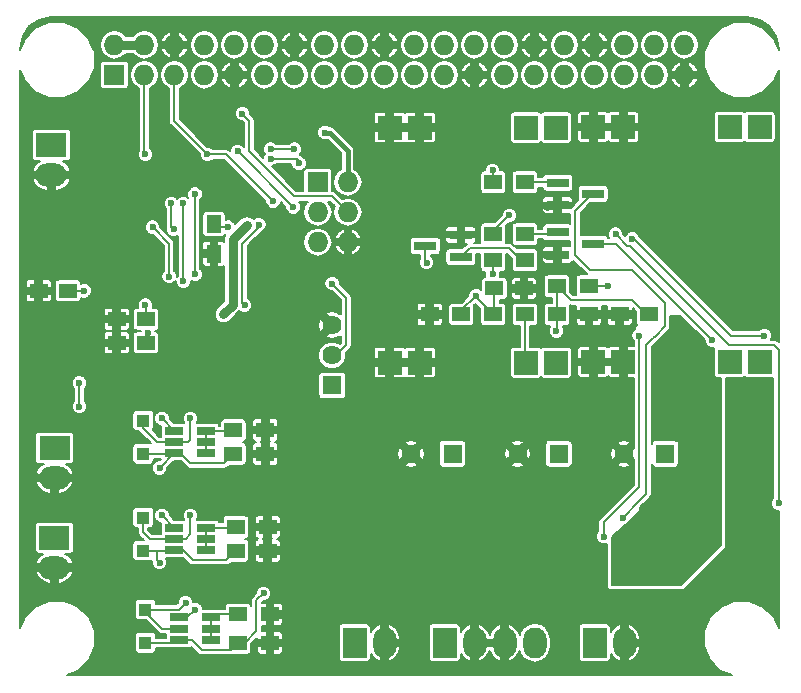
<source format=gbr>
G04 #@! TF.FileFunction,Copper,L2,Bot,Signal*
%FSLAX46Y46*%
G04 Gerber Fmt 4.6, Leading zero omitted, Abs format (unit mm)*
G04 Created by KiCad (PCBNEW 4.0.7) date Wed Nov 15 23:42:34 2017*
%MOMM*%
%LPD*%
G01*
G04 APERTURE LIST*
%ADD10C,0.100000*%
%ADD11R,1.727200X1.727200*%
%ADD12O,1.727200X1.727200*%
%ADD13R,2.000000X2.000000*%
%ADD14R,1.100000X1.100000*%
%ADD15R,1.560000X0.650000*%
%ADD16R,1.500000X1.250000*%
%ADD17R,1.250000X1.500000*%
%ADD18R,1.600000X1.600000*%
%ADD19C,1.600000*%
%ADD20R,2.000000X2.600000*%
%ADD21O,2.000000X2.600000*%
%ADD22R,2.600000X2.000000*%
%ADD23O,2.600000X2.000000*%
%ADD24R,1.900000X0.800000*%
%ADD25R,1.500000X1.300000*%
%ADD26R,1.620000X1.620000*%
%ADD27C,1.620000*%
%ADD28C,0.600000*%
%ADD29C,0.200000*%
%ADD30C,0.800000*%
%ADD31C,0.400000*%
G04 APERTURE END LIST*
D10*
D11*
X89600000Y-62600000D03*
D12*
X92140000Y-62600000D03*
X89600000Y-65140000D03*
X92140000Y-65140000D03*
X89600000Y-67680000D03*
X92140000Y-67680000D03*
D13*
X109750000Y-57970000D03*
X107210000Y-57970000D03*
X95670000Y-77870000D03*
X98210000Y-77870000D03*
X95670000Y-57970000D03*
X98210000Y-57970000D03*
X107210000Y-77870000D03*
X109750000Y-77870000D03*
D14*
X74800000Y-82800000D03*
X74800000Y-85600000D03*
D15*
X80550000Y-99450000D03*
X80550000Y-100400000D03*
X80550000Y-101350000D03*
X77850000Y-101350000D03*
X77850000Y-99450000D03*
X77850000Y-100400000D03*
D11*
X72370000Y-53520000D03*
D12*
X72370000Y-50980000D03*
X74910000Y-53520000D03*
X74910000Y-50980000D03*
X77450000Y-53520000D03*
X77450000Y-50980000D03*
X79990000Y-53520000D03*
X79990000Y-50980000D03*
X82530000Y-53520000D03*
X82530000Y-50980000D03*
X85070000Y-53520000D03*
X85070000Y-50980000D03*
X87610000Y-53520000D03*
X87610000Y-50980000D03*
X90150000Y-53520000D03*
X90150000Y-50980000D03*
X92690000Y-53520000D03*
X92690000Y-50980000D03*
X95230000Y-53520000D03*
X95230000Y-50980000D03*
X97770000Y-53520000D03*
X97770000Y-50980000D03*
X100310000Y-53520000D03*
X100310000Y-50980000D03*
X102850000Y-53520000D03*
X102850000Y-50980000D03*
X105390000Y-53520000D03*
X105390000Y-50980000D03*
X107930000Y-53520000D03*
X107930000Y-50980000D03*
X110470000Y-53520000D03*
X110470000Y-50980000D03*
X113010000Y-53520000D03*
X113010000Y-50980000D03*
X115550000Y-53520000D03*
X115550000Y-50980000D03*
X118090000Y-53520000D03*
X118090000Y-50980000D03*
X120630000Y-53520000D03*
X120630000Y-50980000D03*
D16*
X68450000Y-71800000D03*
X65950000Y-71800000D03*
X75050000Y-74200000D03*
X72550000Y-74200000D03*
X75050000Y-76200000D03*
X72550000Y-76200000D03*
X104550000Y-71600000D03*
X107050000Y-71600000D03*
D17*
X80800000Y-66150000D03*
X80800000Y-68650000D03*
D16*
X117650000Y-73800000D03*
X115150000Y-73800000D03*
D18*
X101000000Y-85600000D03*
D19*
X97500000Y-85600000D03*
D18*
X110000000Y-85600000D03*
D19*
X106500000Y-85600000D03*
D18*
X119000000Y-85600000D03*
D19*
X115500000Y-85600000D03*
D14*
X75000000Y-98800000D03*
X75000000Y-101600000D03*
X74800000Y-91000000D03*
X74800000Y-93800000D03*
D20*
X92710000Y-101600000D03*
D21*
X95250000Y-101600000D03*
D22*
X67310000Y-85090000D03*
D23*
X67310000Y-87630000D03*
D22*
X67290000Y-92700000D03*
D23*
X67290000Y-95240000D03*
D22*
X67040000Y-59460000D03*
D23*
X67040000Y-62000000D03*
D20*
X113030000Y-101600000D03*
D21*
X115570000Y-101600000D03*
D24*
X101700000Y-67050000D03*
X101700000Y-68950000D03*
X98700000Y-68000000D03*
X109900000Y-68750000D03*
X109900000Y-66850000D03*
X112900000Y-67800000D03*
X109900000Y-64550000D03*
X109900000Y-62650000D03*
X112900000Y-63600000D03*
D25*
X104450000Y-69200000D03*
X107150000Y-69200000D03*
X82850000Y-99200000D03*
X85550000Y-99200000D03*
X82850000Y-101600000D03*
X85550000Y-101600000D03*
X82450000Y-83600000D03*
X85150000Y-83600000D03*
X82450000Y-85600000D03*
X85150000Y-85600000D03*
X82650000Y-91800000D03*
X85350000Y-91800000D03*
X82650000Y-93800000D03*
X85350000Y-93800000D03*
X107150000Y-73800000D03*
X104450000Y-73800000D03*
X101750000Y-73800000D03*
X99050000Y-73800000D03*
X104450000Y-67000000D03*
X107150000Y-67000000D03*
X104450000Y-62600000D03*
X107150000Y-62600000D03*
X112550000Y-71400000D03*
X109850000Y-71400000D03*
X109850000Y-73800000D03*
X112550000Y-73800000D03*
D26*
X90800000Y-79800000D03*
D27*
X90800000Y-77260000D03*
X90800000Y-74720000D03*
D15*
X80150000Y-83650000D03*
X80150000Y-84600000D03*
X80150000Y-85550000D03*
X77450000Y-85550000D03*
X77450000Y-83650000D03*
X77450000Y-84600000D03*
X80150000Y-91850000D03*
X80150000Y-92800000D03*
X80150000Y-93750000D03*
X77450000Y-93750000D03*
X77450000Y-91850000D03*
X77450000Y-92800000D03*
D20*
X100330000Y-101600000D03*
D21*
X102870000Y-101600000D03*
X105410000Y-101600000D03*
X107950000Y-101600000D03*
D13*
X127000000Y-57920000D03*
X124460000Y-57920000D03*
X112920000Y-77820000D03*
X115460000Y-77820000D03*
X112920000Y-57920000D03*
X115460000Y-57920000D03*
X124460000Y-77820000D03*
X127000000Y-77820000D03*
D28*
X69800000Y-71800000D03*
X109000000Y-68800000D03*
X109000000Y-64600000D03*
X86400000Y-66200000D03*
X77000000Y-74800000D03*
X71400000Y-72200000D03*
X127800000Y-92800000D03*
X68600000Y-75800000D03*
X72400000Y-77400000D03*
X85600000Y-76200000D03*
X70600000Y-68000000D03*
X92600000Y-58400000D03*
X81800000Y-80000000D03*
X75000000Y-73000000D03*
X75200000Y-75400000D03*
X83600000Y-66200000D03*
X81600000Y-73800000D03*
X90200000Y-58400000D03*
X77200000Y-64400000D03*
X77400000Y-66600000D03*
X103000000Y-72200000D03*
X82000000Y-66400000D03*
X90800000Y-71200000D03*
X109800000Y-75200000D03*
X75600000Y-66400000D03*
X77000000Y-70600000D03*
X76400000Y-82600000D03*
X78400000Y-98200000D03*
X78800000Y-90800000D03*
X78800000Y-82600000D03*
X69400000Y-79600000D03*
X69400000Y-81600000D03*
X76400000Y-90800000D03*
X104400000Y-70400000D03*
X128600000Y-89800000D03*
X114800000Y-67000000D03*
X127400000Y-75600000D03*
X116200000Y-67400000D03*
X87500000Y-64700000D03*
X82800000Y-60000000D03*
X105800000Y-65400000D03*
X85600000Y-59800000D03*
X87600000Y-59800000D03*
X85800000Y-64200000D03*
X80250000Y-60250000D03*
X104400000Y-61600000D03*
X88000000Y-61000000D03*
X85600000Y-60600000D03*
X79200000Y-63600000D03*
X79200000Y-70400000D03*
X83400000Y-73000000D03*
X84600000Y-66200000D03*
X78200000Y-64400000D03*
X78200000Y-71000000D03*
X83200000Y-56800000D03*
X75000000Y-60250000D03*
X118400000Y-76600000D03*
X118400000Y-78000000D03*
X122000000Y-76600000D03*
X120600000Y-75000000D03*
X122000000Y-78000000D03*
X120800000Y-76600000D03*
X119600000Y-76600000D03*
X119600000Y-78000000D03*
X118200000Y-96000000D03*
X118200000Y-94800000D03*
X118200000Y-93400000D03*
X117000000Y-93400000D03*
X117000000Y-94800000D03*
X117000000Y-96000000D03*
X115600000Y-96000000D03*
X115600000Y-94800000D03*
X115600000Y-93400000D03*
X120800000Y-78000000D03*
X114200000Y-71400000D03*
X113800000Y-92600000D03*
X98800000Y-69400000D03*
X116800000Y-75600000D03*
X85000000Y-97400000D03*
X76200000Y-86800000D03*
X76200000Y-94800000D03*
X123000000Y-76000000D03*
X115400000Y-91000000D03*
X79200000Y-98800000D03*
D29*
X68450000Y-71800000D02*
X69800000Y-71800000D01*
D30*
X109900000Y-68750000D02*
X109050000Y-68750000D01*
X109050000Y-68750000D02*
X109000000Y-68800000D01*
X109000000Y-64600000D02*
X109050000Y-64550000D01*
X109050000Y-64550000D02*
X109900000Y-64550000D01*
D29*
X85150000Y-83600000D02*
X85150000Y-85600000D01*
X75050000Y-74200000D02*
X75050000Y-73050000D01*
X75050000Y-73050000D02*
X75000000Y-73000000D01*
X75050000Y-76200000D02*
X75050000Y-75550000D01*
X75050000Y-75550000D02*
X75200000Y-75400000D01*
D30*
X82400000Y-67400000D02*
X83600000Y-66200000D01*
X82400000Y-73000000D02*
X82400000Y-67400000D01*
X82400000Y-73000000D02*
X81600000Y-73800000D01*
D31*
X92140000Y-62600000D02*
X92140000Y-59940000D01*
X92140000Y-59940000D02*
X90600000Y-58400000D01*
X90600000Y-58400000D02*
X90200000Y-58400000D01*
D29*
X77400000Y-66600000D02*
X77200000Y-66400000D01*
X77200000Y-66400000D02*
X77200000Y-64400000D01*
X104550000Y-71600000D02*
X104550000Y-73700000D01*
X104550000Y-73700000D02*
X104450000Y-73800000D01*
X103000000Y-72200000D02*
X103000000Y-72350000D01*
X103000000Y-72350000D02*
X104450000Y-73800000D01*
X103000000Y-72200000D02*
X101750000Y-73450000D01*
X101750000Y-73450000D02*
X101750000Y-73800000D01*
X90800000Y-77260000D02*
X91140000Y-77260000D01*
X91140000Y-77260000D02*
X92000000Y-76400000D01*
X92000000Y-76400000D02*
X92000000Y-72400000D01*
X92000000Y-72400000D02*
X90800000Y-71200000D01*
X82000000Y-66400000D02*
X81050000Y-66400000D01*
X81050000Y-66400000D02*
X80800000Y-66150000D01*
X90800000Y-77260000D02*
X90660000Y-77260000D01*
X117650000Y-73800000D02*
X117400000Y-73800000D01*
X117400000Y-73800000D02*
X116200000Y-72600000D01*
X116200000Y-72600000D02*
X111050000Y-72600000D01*
X111050000Y-72600000D02*
X109850000Y-71400000D01*
X109850000Y-73800000D02*
X109850000Y-71400000D01*
X109800000Y-75200000D02*
X109850000Y-75150000D01*
X109850000Y-75150000D02*
X109850000Y-73800000D01*
X75600000Y-66400000D02*
X77000000Y-67800000D01*
X77000000Y-67800000D02*
X77000000Y-70600000D01*
X107150000Y-73800000D02*
X107150000Y-77810000D01*
X107150000Y-77810000D02*
X107210000Y-77870000D01*
X77450000Y-83650000D02*
X76400000Y-82600000D01*
X75000000Y-98800000D02*
X77800000Y-98800000D01*
X77800000Y-98800000D02*
X78400000Y-98200000D01*
X77850000Y-100400000D02*
X76400000Y-100400000D01*
X76400000Y-100400000D02*
X75000000Y-99000000D01*
X75000000Y-99000000D02*
X75000000Y-98800000D01*
X77450000Y-92800000D02*
X78400000Y-92800000D01*
X78400000Y-92800000D02*
X78800000Y-92400000D01*
X78800000Y-92400000D02*
X78800000Y-90800000D01*
X74800000Y-91000000D02*
X74800000Y-92200000D01*
X74800000Y-92200000D02*
X75400000Y-92800000D01*
X75400000Y-92800000D02*
X77450000Y-92800000D01*
X77450000Y-84600000D02*
X78600000Y-84600000D01*
X78600000Y-84600000D02*
X78800000Y-84400000D01*
X78800000Y-84400000D02*
X78800000Y-82600000D01*
X74800000Y-82800000D02*
X74800000Y-83400000D01*
X74800000Y-83400000D02*
X76000000Y-84600000D01*
X76000000Y-84600000D02*
X77450000Y-84600000D01*
X69400000Y-81600000D02*
X69400000Y-79600000D01*
X77450000Y-91850000D02*
X76400000Y-90800000D01*
X104400000Y-70400000D02*
X104450000Y-70350000D01*
X104450000Y-70350000D02*
X104450000Y-69200000D01*
X123200000Y-75200000D02*
X116000000Y-68000000D01*
X116000000Y-68000000D02*
X115800000Y-68000000D01*
X115800000Y-68000000D02*
X114800000Y-67000000D01*
X124400000Y-76400000D02*
X128200000Y-76400000D01*
X128200000Y-76400000D02*
X128600000Y-76800000D01*
X128600000Y-76800000D02*
X128600000Y-89800000D01*
X123200000Y-75200000D02*
X124400000Y-76400000D01*
X116400000Y-67400000D02*
X116200000Y-67400000D01*
X124600000Y-75600000D02*
X116400000Y-67400000D01*
X127400000Y-75600000D02*
X124600000Y-75600000D01*
X82800000Y-60000000D02*
X87500000Y-64700000D01*
X104450000Y-66750000D02*
X105800000Y-65400000D01*
X85600000Y-59800000D02*
X87600000Y-59800000D01*
X104450000Y-66750000D02*
X104450000Y-67000000D01*
X80250000Y-60250000D02*
X81850000Y-60250000D01*
X81850000Y-60250000D02*
X85800000Y-64200000D01*
X77450000Y-54270000D02*
X77450000Y-57450000D01*
X77450000Y-57450000D02*
X80250000Y-60250000D01*
X104450000Y-62600000D02*
X104450000Y-61650000D01*
X104400000Y-61600000D02*
X104450000Y-61650000D01*
X88000000Y-60800000D02*
X88000000Y-61000000D01*
X85600000Y-60600000D02*
X86800000Y-60600000D01*
X86800000Y-60600000D02*
X87800000Y-60600000D01*
X87800000Y-60600000D02*
X88000000Y-60800000D01*
X79200000Y-64800000D02*
X79200000Y-63600000D01*
X79200000Y-70400000D02*
X79200000Y-64800000D01*
X84600000Y-66200000D02*
X84600000Y-66400000D01*
X84600000Y-66400000D02*
X83200000Y-67800000D01*
X83200000Y-67800000D02*
X83200000Y-72800000D01*
X83200000Y-72800000D02*
X83400000Y-73000000D01*
X78200000Y-71000000D02*
X78200000Y-64400000D01*
X83800000Y-59600000D02*
X83800000Y-60000000D01*
X83800000Y-60000000D02*
X87600000Y-63800000D01*
X87600000Y-63800000D02*
X88000000Y-63800000D01*
X83200000Y-56800000D02*
X83800000Y-57400000D01*
X83800000Y-57400000D02*
X83800000Y-59600000D01*
X88000000Y-63800000D02*
X90800000Y-63800000D01*
X90800000Y-63800000D02*
X92140000Y-65140000D01*
X74910000Y-54270000D02*
X74910000Y-60160000D01*
X74910000Y-60160000D02*
X75000000Y-60250000D01*
D30*
X72370000Y-50980000D02*
X74910000Y-50980000D01*
D29*
X119600000Y-78000000D02*
X118400000Y-78000000D01*
X122000000Y-78000000D02*
X122000000Y-76600000D01*
X122000000Y-76600000D02*
X120800000Y-76600000D01*
X119600000Y-76600000D02*
X119600000Y-78000000D01*
X121400000Y-92000000D02*
X121400000Y-92800000D01*
X121400000Y-92800000D02*
X118200000Y-96000000D01*
X118200000Y-94800000D02*
X118200000Y-93400000D01*
X117000000Y-93400000D02*
X117000000Y-94800000D01*
X117000000Y-96000000D02*
X115600000Y-96000000D01*
X115600000Y-94800000D02*
X115600000Y-93400000D01*
D30*
X120800000Y-78000000D02*
X121400000Y-79400000D01*
X121400000Y-79400000D02*
X121400000Y-92000000D01*
D29*
X112550000Y-71400000D02*
X114200000Y-71400000D01*
X107150000Y-69200000D02*
X106800000Y-69200000D01*
X106800000Y-69200000D02*
X105800000Y-68200000D01*
X105800000Y-68200000D02*
X102450000Y-68200000D01*
X102450000Y-68200000D02*
X101700000Y-68950000D01*
X107150000Y-67000000D02*
X109750000Y-67000000D01*
X109750000Y-67000000D02*
X109900000Y-66850000D01*
X107150000Y-62600000D02*
X109850000Y-62600000D01*
X109850000Y-62600000D02*
X109900000Y-62650000D01*
X80550000Y-101350000D02*
X80550000Y-100400000D01*
X80550000Y-100400000D02*
X80550000Y-99450000D01*
X80550000Y-99450000D02*
X80800000Y-99200000D01*
X80800000Y-99200000D02*
X82850000Y-99200000D01*
X80150000Y-83650000D02*
X82400000Y-83650000D01*
X82400000Y-83650000D02*
X82450000Y-83600000D01*
X80150000Y-84600000D02*
X80150000Y-83650000D01*
X80150000Y-85550000D02*
X80150000Y-84600000D01*
X80150000Y-92800000D02*
X80150000Y-93750000D01*
X80150000Y-91850000D02*
X80150000Y-92800000D01*
X80150000Y-91850000D02*
X82600000Y-91850000D01*
X82600000Y-91850000D02*
X82650000Y-91800000D01*
X116800000Y-76200000D02*
X116800000Y-75600000D01*
X116400000Y-88800000D02*
X116600000Y-88600000D01*
X116600000Y-88600000D02*
X116800000Y-88400000D01*
X116800000Y-88400000D02*
X116800000Y-76200000D01*
X113800000Y-92600000D02*
X113800000Y-91400000D01*
X113800000Y-91400000D02*
X116200000Y-89000000D01*
X116200000Y-89000000D02*
X116400000Y-88800000D01*
X98700000Y-69300000D02*
X98700000Y-68000000D01*
X98800000Y-69400000D02*
X98700000Y-69300000D01*
X82850000Y-101600000D02*
X83400000Y-101600000D01*
X83400000Y-101600000D02*
X84400000Y-100600000D01*
X84400000Y-100600000D02*
X84400000Y-98000000D01*
X84400000Y-98000000D02*
X85000000Y-97400000D01*
X77850000Y-101350000D02*
X78950000Y-101350000D01*
X78950000Y-101350000D02*
X79800000Y-102200000D01*
X79800000Y-102200000D02*
X82250000Y-102200000D01*
X82250000Y-102200000D02*
X82850000Y-101600000D01*
X75000000Y-101600000D02*
X77600000Y-101600000D01*
X77600000Y-101600000D02*
X77850000Y-101350000D01*
X76200000Y-86800000D02*
X77450000Y-85550000D01*
X77450000Y-85550000D02*
X77950000Y-85550000D01*
X77950000Y-85550000D02*
X78800000Y-86400000D01*
X78800000Y-86400000D02*
X81650000Y-86400000D01*
X81650000Y-86400000D02*
X82450000Y-85600000D01*
X74800000Y-85600000D02*
X77400000Y-85600000D01*
X77400000Y-85600000D02*
X77450000Y-85550000D01*
X77450000Y-93750000D02*
X78150000Y-93750000D01*
X78150000Y-93750000D02*
X79000000Y-94600000D01*
X79000000Y-94600000D02*
X81850000Y-94600000D01*
X81850000Y-94600000D02*
X82650000Y-93800000D01*
X76200000Y-94800000D02*
X76000000Y-94600000D01*
X76000000Y-94600000D02*
X76000000Y-93800000D01*
X74800000Y-93800000D02*
X76000000Y-93800000D01*
X76000000Y-93800000D02*
X77400000Y-93800000D01*
X77400000Y-93800000D02*
X77450000Y-93750000D01*
X123000000Y-76000000D02*
X114800000Y-67800000D01*
X114800000Y-67800000D02*
X112900000Y-67800000D01*
X119000000Y-72800000D02*
X119000000Y-74800000D01*
X116800000Y-89600000D02*
X117200000Y-89200000D01*
X118000000Y-75800000D02*
X118200000Y-75600000D01*
X116800000Y-89600000D02*
X115400000Y-91000000D01*
X112800000Y-63600000D02*
X111400000Y-65000000D01*
X111400000Y-65000000D02*
X111400000Y-68800000D01*
X111400000Y-68800000D02*
X112600000Y-70000000D01*
X112600000Y-70000000D02*
X116200000Y-70000000D01*
X116200000Y-70000000D02*
X119000000Y-72800000D01*
X119000000Y-74800000D02*
X118200000Y-75600000D01*
X117400000Y-76400000D02*
X118000000Y-75800000D01*
X117400000Y-89000000D02*
X117400000Y-76400000D01*
X117200000Y-89200000D02*
X117400000Y-89000000D01*
X112900000Y-63600000D02*
X112800000Y-63600000D01*
X79200000Y-98800000D02*
X78550000Y-99450000D01*
X78550000Y-99450000D02*
X77850000Y-99450000D01*
G36*
X126991977Y-48855153D02*
X127832937Y-49417065D01*
X128394847Y-50258023D01*
X128600000Y-51289396D01*
X128600000Y-51372912D01*
X128214410Y-50439714D01*
X127315021Y-49538754D01*
X126139312Y-49050556D01*
X124866273Y-49049445D01*
X123689714Y-49535590D01*
X122788754Y-50434979D01*
X122300556Y-51610688D01*
X122299445Y-52883727D01*
X122785590Y-54060286D01*
X123684979Y-54961246D01*
X124860688Y-55449444D01*
X126133727Y-55450555D01*
X127310286Y-54964410D01*
X128211246Y-54065021D01*
X128600000Y-53128799D01*
X128600000Y-76163604D01*
X128518198Y-76081802D01*
X128470434Y-76049887D01*
X128372208Y-75984254D01*
X128200000Y-75950000D01*
X127958477Y-75950000D01*
X128049887Y-75729860D01*
X128050112Y-75471274D01*
X127951364Y-75232286D01*
X127768676Y-75049278D01*
X127529860Y-74950113D01*
X127271274Y-74949888D01*
X127032286Y-75048636D01*
X126930744Y-75150000D01*
X124786396Y-75150000D01*
X116809583Y-67173187D01*
X116751364Y-67032286D01*
X116568676Y-66849278D01*
X116329860Y-66750113D01*
X116071274Y-66749888D01*
X115832286Y-66848636D01*
X115649278Y-67031324D01*
X115596008Y-67159612D01*
X115449988Y-67013592D01*
X115450112Y-66871274D01*
X115351364Y-66632286D01*
X115168676Y-66449278D01*
X114929860Y-66350113D01*
X114671274Y-66349888D01*
X114432286Y-66448636D01*
X114249278Y-66631324D01*
X114150113Y-66870140D01*
X114149888Y-67128726D01*
X114241317Y-67350000D01*
X114197448Y-67350000D01*
X114182451Y-67270298D01*
X114105797Y-67151175D01*
X113988837Y-67071259D01*
X113850000Y-67043144D01*
X111950000Y-67043144D01*
X111850000Y-67061960D01*
X111850000Y-65186396D01*
X112679540Y-64356856D01*
X113850000Y-64356856D01*
X113979702Y-64332451D01*
X114098825Y-64255797D01*
X114178741Y-64138837D01*
X114206856Y-64000000D01*
X114206856Y-63200000D01*
X114182451Y-63070298D01*
X114105797Y-62951175D01*
X113988837Y-62871259D01*
X113850000Y-62843144D01*
X111950000Y-62843144D01*
X111820298Y-62867549D01*
X111701175Y-62944203D01*
X111621259Y-63061163D01*
X111593144Y-63200000D01*
X111593144Y-64000000D01*
X111617549Y-64129702D01*
X111623952Y-64139652D01*
X111081802Y-64681802D01*
X111036233Y-64750000D01*
X110175000Y-64750000D01*
X110175000Y-65212500D01*
X110262500Y-65300000D01*
X110919619Y-65300000D01*
X110950000Y-65287416D01*
X110950000Y-66113394D01*
X110850000Y-66093144D01*
X108950000Y-66093144D01*
X108820298Y-66117549D01*
X108701175Y-66194203D01*
X108621259Y-66311163D01*
X108593144Y-66450000D01*
X108593144Y-66550000D01*
X108256856Y-66550000D01*
X108256856Y-66350000D01*
X108232451Y-66220298D01*
X108155797Y-66101175D01*
X108038837Y-66021259D01*
X107900000Y-65993144D01*
X106400000Y-65993144D01*
X106270298Y-66017549D01*
X106151175Y-66094203D01*
X106071259Y-66211163D01*
X106043144Y-66350000D01*
X106043144Y-67650000D01*
X106067549Y-67779702D01*
X106144203Y-67898825D01*
X106261163Y-67978741D01*
X106400000Y-68006856D01*
X107900000Y-68006856D01*
X108029702Y-67982451D01*
X108148825Y-67905797D01*
X108228741Y-67788837D01*
X108256856Y-67650000D01*
X108256856Y-67450000D01*
X108662785Y-67450000D01*
X108694203Y-67498825D01*
X108811163Y-67578741D01*
X108950000Y-67606856D01*
X110850000Y-67606856D01*
X110950000Y-67588040D01*
X110950000Y-68012584D01*
X110919619Y-68000000D01*
X110262500Y-68000000D01*
X110175000Y-68087500D01*
X110175000Y-68550000D01*
X110195000Y-68550000D01*
X110195000Y-68950000D01*
X110175000Y-68950000D01*
X110175000Y-69412500D01*
X110262500Y-69500000D01*
X110919619Y-69500000D01*
X111048259Y-69446716D01*
X111146715Y-69348259D01*
X111195086Y-69231482D01*
X112281802Y-70318198D01*
X112393966Y-70393144D01*
X111800000Y-70393144D01*
X111670298Y-70417549D01*
X111551175Y-70494203D01*
X111471259Y-70611163D01*
X111443144Y-70750000D01*
X111443144Y-72050000D01*
X111461960Y-72150000D01*
X111236396Y-72150000D01*
X110956856Y-71870460D01*
X110956856Y-70750000D01*
X110932451Y-70620298D01*
X110855797Y-70501175D01*
X110738837Y-70421259D01*
X110600000Y-70393144D01*
X109100000Y-70393144D01*
X108970298Y-70417549D01*
X108851175Y-70494203D01*
X108771259Y-70611163D01*
X108743144Y-70750000D01*
X108743144Y-72050000D01*
X108767549Y-72179702D01*
X108844203Y-72298825D01*
X108961163Y-72378741D01*
X109100000Y-72406856D01*
X109400000Y-72406856D01*
X109400000Y-72793144D01*
X109100000Y-72793144D01*
X108970298Y-72817549D01*
X108851175Y-72894203D01*
X108771259Y-73011163D01*
X108743144Y-73150000D01*
X108743144Y-74450000D01*
X108767549Y-74579702D01*
X108844203Y-74698825D01*
X108961163Y-74778741D01*
X109100000Y-74806856D01*
X109273789Y-74806856D01*
X109249278Y-74831324D01*
X109150113Y-75070140D01*
X109149888Y-75328726D01*
X109248636Y-75567714D01*
X109431324Y-75750722D01*
X109670140Y-75849887D01*
X109928726Y-75850112D01*
X110167714Y-75751364D01*
X110350722Y-75568676D01*
X110449887Y-75329860D01*
X110450112Y-75071274D01*
X110351364Y-74832286D01*
X110325978Y-74806856D01*
X110600000Y-74806856D01*
X110729702Y-74782451D01*
X110848825Y-74705797D01*
X110928741Y-74588837D01*
X110956856Y-74450000D01*
X110956856Y-74162500D01*
X111450000Y-74162500D01*
X111450000Y-74519620D01*
X111503285Y-74648259D01*
X111601741Y-74746716D01*
X111730381Y-74800000D01*
X112187500Y-74800000D01*
X112275000Y-74712500D01*
X112275000Y-74075000D01*
X112825000Y-74075000D01*
X112825000Y-74712500D01*
X112912500Y-74800000D01*
X113369619Y-74800000D01*
X113498259Y-74746716D01*
X113596715Y-74648259D01*
X113650000Y-74519620D01*
X113650000Y-74162500D01*
X114050000Y-74162500D01*
X114050000Y-74494620D01*
X114103285Y-74623259D01*
X114201741Y-74721716D01*
X114330381Y-74775000D01*
X114787500Y-74775000D01*
X114875000Y-74687500D01*
X114875000Y-74075000D01*
X115425000Y-74075000D01*
X115425000Y-74687500D01*
X115512500Y-74775000D01*
X115969619Y-74775000D01*
X116098259Y-74721716D01*
X116196715Y-74623259D01*
X116250000Y-74494620D01*
X116250000Y-74162500D01*
X116162500Y-74075000D01*
X115425000Y-74075000D01*
X114875000Y-74075000D01*
X114137500Y-74075000D01*
X114050000Y-74162500D01*
X113650000Y-74162500D01*
X113562500Y-74075000D01*
X112825000Y-74075000D01*
X112275000Y-74075000D01*
X111537500Y-74075000D01*
X111450000Y-74162500D01*
X110956856Y-74162500D01*
X110956856Y-73150000D01*
X110933686Y-73026864D01*
X111050000Y-73050000D01*
X111462584Y-73050000D01*
X111450000Y-73080380D01*
X111450000Y-73437500D01*
X111537500Y-73525000D01*
X112275000Y-73525000D01*
X112275000Y-73505000D01*
X112825000Y-73505000D01*
X112825000Y-73525000D01*
X113562500Y-73525000D01*
X113650000Y-73437500D01*
X113650000Y-73080380D01*
X113637416Y-73050000D01*
X114072940Y-73050000D01*
X114050000Y-73105380D01*
X114050000Y-73437500D01*
X114137500Y-73525000D01*
X114875000Y-73525000D01*
X114875000Y-73505000D01*
X115425000Y-73505000D01*
X115425000Y-73525000D01*
X116162500Y-73525000D01*
X116250000Y-73437500D01*
X116250000Y-73286396D01*
X116543144Y-73579540D01*
X116543144Y-74425000D01*
X116567549Y-74554702D01*
X116644203Y-74673825D01*
X116648056Y-74676458D01*
X116590000Y-74720000D01*
X116477575Y-74863830D01*
X116450000Y-75000000D01*
X116450000Y-75041317D01*
X116432286Y-75048636D01*
X116249278Y-75231324D01*
X116150113Y-75470140D01*
X116149888Y-75728726D01*
X116248636Y-75967714D01*
X116350000Y-76069256D01*
X116350000Y-76470000D01*
X115822500Y-76470000D01*
X115735000Y-76557500D01*
X115735000Y-77545000D01*
X115755000Y-77545000D01*
X115755000Y-78095000D01*
X115735000Y-78095000D01*
X115735000Y-79082500D01*
X115822500Y-79170000D01*
X116350000Y-79170000D01*
X116350000Y-85138909D01*
X115888909Y-85600000D01*
X116350000Y-86061091D01*
X116350000Y-88213604D01*
X113481802Y-91081802D01*
X113384254Y-91227792D01*
X113350000Y-91400000D01*
X113350000Y-92130778D01*
X113249278Y-92231324D01*
X113150113Y-92470140D01*
X113149888Y-92728726D01*
X113248636Y-92967714D01*
X113431324Y-93150722D01*
X113670140Y-93249887D01*
X113928726Y-93250112D01*
X114050000Y-93200003D01*
X114050000Y-96800000D01*
X114073936Y-96927210D01*
X114149117Y-97044045D01*
X114263830Y-97122425D01*
X114400000Y-97150000D01*
X120400000Y-97150000D01*
X120531702Y-97124275D01*
X120647487Y-97047487D01*
X124047487Y-93647487D01*
X124122425Y-93536170D01*
X124150000Y-93400000D01*
X124150000Y-79176856D01*
X125460000Y-79176856D01*
X125589702Y-79152451D01*
X125708825Y-79075797D01*
X125729355Y-79045751D01*
X125744203Y-79068825D01*
X125861163Y-79148741D01*
X126000000Y-79176856D01*
X128000000Y-79176856D01*
X128129702Y-79152451D01*
X128150000Y-79139390D01*
X128150000Y-89330778D01*
X128049278Y-89431324D01*
X127950113Y-89670140D01*
X127949888Y-89928726D01*
X128048636Y-90167714D01*
X128231324Y-90350722D01*
X128470140Y-90449887D01*
X128600000Y-90450000D01*
X128600000Y-100372912D01*
X128214410Y-99439714D01*
X127315021Y-98538754D01*
X126139312Y-98050556D01*
X124866273Y-98049445D01*
X123689714Y-98535590D01*
X122788754Y-99434979D01*
X122300556Y-100610688D01*
X122299445Y-101883727D01*
X122785590Y-103060286D01*
X123684979Y-103961246D01*
X124621201Y-104350000D01*
X68377088Y-104350000D01*
X69310286Y-103964410D01*
X70211246Y-103065021D01*
X70699444Y-101889312D01*
X70700555Y-100616273D01*
X70214410Y-99439714D01*
X69315021Y-98538754D01*
X68619626Y-98250000D01*
X74093144Y-98250000D01*
X74093144Y-99350000D01*
X74117549Y-99479702D01*
X74194203Y-99598825D01*
X74311163Y-99678741D01*
X74450000Y-99706856D01*
X75070460Y-99706856D01*
X76081802Y-100718198D01*
X76227792Y-100815746D01*
X76400000Y-100850000D01*
X76736664Y-100850000D01*
X76737549Y-100854702D01*
X76749774Y-100873701D01*
X76741259Y-100886163D01*
X76713144Y-101025000D01*
X76713144Y-101150000D01*
X75906856Y-101150000D01*
X75906856Y-101050000D01*
X75882451Y-100920298D01*
X75805797Y-100801175D01*
X75688837Y-100721259D01*
X75550000Y-100693144D01*
X74450000Y-100693144D01*
X74320298Y-100717549D01*
X74201175Y-100794203D01*
X74121259Y-100911163D01*
X74093144Y-101050000D01*
X74093144Y-102150000D01*
X74117549Y-102279702D01*
X74194203Y-102398825D01*
X74311163Y-102478741D01*
X74450000Y-102506856D01*
X75550000Y-102506856D01*
X75679702Y-102482451D01*
X75798825Y-102405797D01*
X75878741Y-102288837D01*
X75906856Y-102150000D01*
X75906856Y-102050000D01*
X77600000Y-102050000D01*
X77691217Y-102031856D01*
X78630000Y-102031856D01*
X78759702Y-102007451D01*
X78878825Y-101930797D01*
X78885148Y-101921544D01*
X79481802Y-102518198D01*
X79627793Y-102615747D01*
X79800000Y-102650000D01*
X82250000Y-102650000D01*
X82422208Y-102615746D01*
X82435513Y-102606856D01*
X83600000Y-102606856D01*
X83729702Y-102582451D01*
X83848825Y-102505797D01*
X83928741Y-102388837D01*
X83956856Y-102250000D01*
X83956856Y-101962500D01*
X84450000Y-101962500D01*
X84450000Y-102319620D01*
X84503285Y-102448259D01*
X84601741Y-102546716D01*
X84730381Y-102600000D01*
X85187500Y-102600000D01*
X85275000Y-102512500D01*
X85275000Y-101875000D01*
X85825000Y-101875000D01*
X85825000Y-102512500D01*
X85912500Y-102600000D01*
X86369619Y-102600000D01*
X86498259Y-102546716D01*
X86596715Y-102448259D01*
X86650000Y-102319620D01*
X86650000Y-101962500D01*
X86562500Y-101875000D01*
X85825000Y-101875000D01*
X85275000Y-101875000D01*
X84537500Y-101875000D01*
X84450000Y-101962500D01*
X83956856Y-101962500D01*
X83956856Y-101679540D01*
X84450000Y-101186396D01*
X84450000Y-101237500D01*
X84537500Y-101325000D01*
X85275000Y-101325000D01*
X85275000Y-100687500D01*
X85825000Y-100687500D01*
X85825000Y-101325000D01*
X86562500Y-101325000D01*
X86650000Y-101237500D01*
X86650000Y-100880380D01*
X86596715Y-100751741D01*
X86498259Y-100653284D01*
X86369619Y-100600000D01*
X85912500Y-100600000D01*
X85825000Y-100687500D01*
X85275000Y-100687500D01*
X85187500Y-100600000D01*
X84850000Y-100600000D01*
X84850000Y-100300000D01*
X91353144Y-100300000D01*
X91353144Y-102900000D01*
X91377549Y-103029702D01*
X91454203Y-103148825D01*
X91571163Y-103228741D01*
X91710000Y-103256856D01*
X93710000Y-103256856D01*
X93839702Y-103232451D01*
X93958825Y-103155797D01*
X94038741Y-103038837D01*
X94066856Y-102900000D01*
X94066856Y-102536974D01*
X94083706Y-102585385D01*
X94434770Y-102979535D01*
X94771627Y-103162402D01*
X94975000Y-103132186D01*
X94975000Y-101875000D01*
X95525000Y-101875000D01*
X95525000Y-103132186D01*
X95728373Y-103162402D01*
X96065230Y-102979535D01*
X96416294Y-102585385D01*
X96589801Y-102086892D01*
X96515042Y-101875000D01*
X95525000Y-101875000D01*
X94975000Y-101875000D01*
X94955000Y-101875000D01*
X94955000Y-101325000D01*
X94975000Y-101325000D01*
X94975000Y-100067814D01*
X95525000Y-100067814D01*
X95525000Y-101325000D01*
X96515042Y-101325000D01*
X96589801Y-101113108D01*
X96416294Y-100614615D01*
X96136071Y-100300000D01*
X98973144Y-100300000D01*
X98973144Y-102900000D01*
X98997549Y-103029702D01*
X99074203Y-103148825D01*
X99191163Y-103228741D01*
X99330000Y-103256856D01*
X101330000Y-103256856D01*
X101459702Y-103232451D01*
X101578825Y-103155797D01*
X101658741Y-103038837D01*
X101686856Y-102900000D01*
X101686856Y-102536974D01*
X101703706Y-102585385D01*
X102054770Y-102979535D01*
X102391627Y-103162402D01*
X102595000Y-103132186D01*
X102595000Y-101875000D01*
X103145000Y-101875000D01*
X103145000Y-103132186D01*
X103348373Y-103162402D01*
X103685230Y-102979535D01*
X104036294Y-102585385D01*
X104140000Y-102287433D01*
X104243706Y-102585385D01*
X104594770Y-102979535D01*
X104931627Y-103162402D01*
X105135000Y-103132186D01*
X105135000Y-101875000D01*
X104144958Y-101875000D01*
X104140000Y-101889053D01*
X104135042Y-101875000D01*
X103145000Y-101875000D01*
X102595000Y-101875000D01*
X102575000Y-101875000D01*
X102575000Y-101325000D01*
X102595000Y-101325000D01*
X102595000Y-100067814D01*
X103145000Y-100067814D01*
X103145000Y-101325000D01*
X104135042Y-101325000D01*
X104140000Y-101310947D01*
X104144958Y-101325000D01*
X105135000Y-101325000D01*
X105135000Y-100067814D01*
X105685000Y-100067814D01*
X105685000Y-101325000D01*
X105705000Y-101325000D01*
X105705000Y-101875000D01*
X105685000Y-101875000D01*
X105685000Y-103132186D01*
X105888373Y-103162402D01*
X106225230Y-102979535D01*
X106576294Y-102585385D01*
X106674041Y-102304554D01*
X106702763Y-102448948D01*
X106995406Y-102886919D01*
X107433377Y-103179562D01*
X107950000Y-103282325D01*
X108466623Y-103179562D01*
X108904594Y-102886919D01*
X109197237Y-102448948D01*
X109300000Y-101932325D01*
X109300000Y-101267675D01*
X109197237Y-100751052D01*
X108904594Y-100313081D01*
X108885017Y-100300000D01*
X111673144Y-100300000D01*
X111673144Y-102900000D01*
X111697549Y-103029702D01*
X111774203Y-103148825D01*
X111891163Y-103228741D01*
X112030000Y-103256856D01*
X114030000Y-103256856D01*
X114159702Y-103232451D01*
X114278825Y-103155797D01*
X114358741Y-103038837D01*
X114386856Y-102900000D01*
X114386856Y-102536974D01*
X114403706Y-102585385D01*
X114754770Y-102979535D01*
X115091627Y-103162402D01*
X115295000Y-103132186D01*
X115295000Y-101875000D01*
X115845000Y-101875000D01*
X115845000Y-103132186D01*
X116048373Y-103162402D01*
X116385230Y-102979535D01*
X116736294Y-102585385D01*
X116909801Y-102086892D01*
X116835042Y-101875000D01*
X115845000Y-101875000D01*
X115295000Y-101875000D01*
X115275000Y-101875000D01*
X115275000Y-101325000D01*
X115295000Y-101325000D01*
X115295000Y-100067814D01*
X115845000Y-100067814D01*
X115845000Y-101325000D01*
X116835042Y-101325000D01*
X116909801Y-101113108D01*
X116736294Y-100614615D01*
X116385230Y-100220465D01*
X116048373Y-100037598D01*
X115845000Y-100067814D01*
X115295000Y-100067814D01*
X115091627Y-100037598D01*
X114754770Y-100220465D01*
X114403706Y-100614615D01*
X114386856Y-100663026D01*
X114386856Y-100300000D01*
X114362451Y-100170298D01*
X114285797Y-100051175D01*
X114168837Y-99971259D01*
X114030000Y-99943144D01*
X112030000Y-99943144D01*
X111900298Y-99967549D01*
X111781175Y-100044203D01*
X111701259Y-100161163D01*
X111673144Y-100300000D01*
X108885017Y-100300000D01*
X108466623Y-100020438D01*
X107950000Y-99917675D01*
X107433377Y-100020438D01*
X106995406Y-100313081D01*
X106702763Y-100751052D01*
X106674041Y-100895446D01*
X106576294Y-100614615D01*
X106225230Y-100220465D01*
X105888373Y-100037598D01*
X105685000Y-100067814D01*
X105135000Y-100067814D01*
X104931627Y-100037598D01*
X104594770Y-100220465D01*
X104243706Y-100614615D01*
X104140000Y-100912567D01*
X104036294Y-100614615D01*
X103685230Y-100220465D01*
X103348373Y-100037598D01*
X103145000Y-100067814D01*
X102595000Y-100067814D01*
X102391627Y-100037598D01*
X102054770Y-100220465D01*
X101703706Y-100614615D01*
X101686856Y-100663026D01*
X101686856Y-100300000D01*
X101662451Y-100170298D01*
X101585797Y-100051175D01*
X101468837Y-99971259D01*
X101330000Y-99943144D01*
X99330000Y-99943144D01*
X99200298Y-99967549D01*
X99081175Y-100044203D01*
X99001259Y-100161163D01*
X98973144Y-100300000D01*
X96136071Y-100300000D01*
X96065230Y-100220465D01*
X95728373Y-100037598D01*
X95525000Y-100067814D01*
X94975000Y-100067814D01*
X94771627Y-100037598D01*
X94434770Y-100220465D01*
X94083706Y-100614615D01*
X94066856Y-100663026D01*
X94066856Y-100300000D01*
X94042451Y-100170298D01*
X93965797Y-100051175D01*
X93848837Y-99971259D01*
X93710000Y-99943144D01*
X91710000Y-99943144D01*
X91580298Y-99967549D01*
X91461175Y-100044203D01*
X91381259Y-100161163D01*
X91353144Y-100300000D01*
X84850000Y-100300000D01*
X84850000Y-100200000D01*
X85187500Y-100200000D01*
X85275000Y-100112500D01*
X85275000Y-99475000D01*
X85825000Y-99475000D01*
X85825000Y-100112500D01*
X85912500Y-100200000D01*
X86369619Y-100200000D01*
X86498259Y-100146716D01*
X86596715Y-100048259D01*
X86650000Y-99919620D01*
X86650000Y-99562500D01*
X86562500Y-99475000D01*
X85825000Y-99475000D01*
X85275000Y-99475000D01*
X85255000Y-99475000D01*
X85255000Y-98925000D01*
X85275000Y-98925000D01*
X85275000Y-98287500D01*
X85825000Y-98287500D01*
X85825000Y-98925000D01*
X86562500Y-98925000D01*
X86650000Y-98837500D01*
X86650000Y-98480380D01*
X86596715Y-98351741D01*
X86498259Y-98253284D01*
X86369619Y-98200000D01*
X85912500Y-98200000D01*
X85825000Y-98287500D01*
X85275000Y-98287500D01*
X85187500Y-98200000D01*
X84850000Y-98200000D01*
X84850000Y-98186396D01*
X84986408Y-98049988D01*
X85128726Y-98050112D01*
X85367714Y-97951364D01*
X85550722Y-97768676D01*
X85649887Y-97529860D01*
X85650112Y-97271274D01*
X85551364Y-97032286D01*
X85368676Y-96849278D01*
X85129860Y-96750113D01*
X84871274Y-96749888D01*
X84632286Y-96848636D01*
X84449278Y-97031324D01*
X84350113Y-97270140D01*
X84349988Y-97413616D01*
X84081802Y-97681802D01*
X83984254Y-97827792D01*
X83950000Y-98000000D01*
X83950000Y-98513563D01*
X83932451Y-98420298D01*
X83855797Y-98301175D01*
X83738837Y-98221259D01*
X83600000Y-98193144D01*
X82100000Y-98193144D01*
X81970298Y-98217549D01*
X81851175Y-98294203D01*
X81771259Y-98411163D01*
X81743144Y-98550000D01*
X81743144Y-98750000D01*
X80800000Y-98750000D01*
X80708783Y-98768144D01*
X79850028Y-98768144D01*
X79850112Y-98671274D01*
X79751364Y-98432286D01*
X79568676Y-98249278D01*
X79329860Y-98150113D01*
X79071274Y-98149888D01*
X79050036Y-98158663D01*
X79050112Y-98071274D01*
X78951364Y-97832286D01*
X78768676Y-97649278D01*
X78529860Y-97550113D01*
X78271274Y-97549888D01*
X78032286Y-97648636D01*
X77849278Y-97831324D01*
X77750113Y-98070140D01*
X77749988Y-98213616D01*
X77613604Y-98350000D01*
X75906856Y-98350000D01*
X75906856Y-98250000D01*
X75882451Y-98120298D01*
X75805797Y-98001175D01*
X75688837Y-97921259D01*
X75550000Y-97893144D01*
X74450000Y-97893144D01*
X74320298Y-97917549D01*
X74201175Y-97994203D01*
X74121259Y-98111163D01*
X74093144Y-98250000D01*
X68619626Y-98250000D01*
X68139312Y-98050556D01*
X66866273Y-98049445D01*
X65689714Y-98535590D01*
X64788754Y-99434979D01*
X64400000Y-100371201D01*
X64400000Y-95718373D01*
X65727598Y-95718373D01*
X65910465Y-96055230D01*
X66304615Y-96406294D01*
X66803108Y-96579801D01*
X67015000Y-96505042D01*
X67015000Y-95515000D01*
X67565000Y-95515000D01*
X67565000Y-96505042D01*
X67776892Y-96579801D01*
X68275385Y-96406294D01*
X68669535Y-96055230D01*
X68852402Y-95718373D01*
X68822186Y-95515000D01*
X67565000Y-95515000D01*
X67015000Y-95515000D01*
X65757814Y-95515000D01*
X65727598Y-95718373D01*
X64400000Y-95718373D01*
X64400000Y-91700000D01*
X65633144Y-91700000D01*
X65633144Y-93700000D01*
X65657549Y-93829702D01*
X65734203Y-93948825D01*
X65851163Y-94028741D01*
X65990000Y-94056856D01*
X66353026Y-94056856D01*
X66304615Y-94073706D01*
X65910465Y-94424770D01*
X65727598Y-94761627D01*
X65757814Y-94965000D01*
X67015000Y-94965000D01*
X67015000Y-94945000D01*
X67565000Y-94945000D01*
X67565000Y-94965000D01*
X68822186Y-94965000D01*
X68852402Y-94761627D01*
X68669535Y-94424770D01*
X68275385Y-94073706D01*
X68226974Y-94056856D01*
X68590000Y-94056856D01*
X68719702Y-94032451D01*
X68838825Y-93955797D01*
X68918741Y-93838837D01*
X68946856Y-93700000D01*
X68946856Y-91700000D01*
X68922451Y-91570298D01*
X68845797Y-91451175D01*
X68728837Y-91371259D01*
X68590000Y-91343144D01*
X65990000Y-91343144D01*
X65860298Y-91367549D01*
X65741175Y-91444203D01*
X65661259Y-91561163D01*
X65633144Y-91700000D01*
X64400000Y-91700000D01*
X64400000Y-90450000D01*
X73893144Y-90450000D01*
X73893144Y-91550000D01*
X73917549Y-91679702D01*
X73994203Y-91798825D01*
X74111163Y-91878741D01*
X74250000Y-91906856D01*
X74350000Y-91906856D01*
X74350000Y-92200000D01*
X74384254Y-92372208D01*
X74450448Y-92471274D01*
X74481802Y-92518198D01*
X74856748Y-92893144D01*
X74250000Y-92893144D01*
X74120298Y-92917549D01*
X74001175Y-92994203D01*
X73921259Y-93111163D01*
X73893144Y-93250000D01*
X73893144Y-94350000D01*
X73917549Y-94479702D01*
X73994203Y-94598825D01*
X74111163Y-94678741D01*
X74250000Y-94706856D01*
X75350000Y-94706856D01*
X75479702Y-94682451D01*
X75556563Y-94632992D01*
X75559470Y-94647607D01*
X75550113Y-94670140D01*
X75549888Y-94928726D01*
X75648636Y-95167714D01*
X75831324Y-95350722D01*
X76070140Y-95449887D01*
X76328726Y-95450112D01*
X76567714Y-95351364D01*
X76750722Y-95168676D01*
X76849887Y-94929860D01*
X76850112Y-94671274D01*
X76751364Y-94432286D01*
X76750935Y-94431856D01*
X78195460Y-94431856D01*
X78681802Y-94918198D01*
X78827793Y-95015747D01*
X79000000Y-95050000D01*
X81850000Y-95050000D01*
X82022208Y-95015746D01*
X82168198Y-94918198D01*
X82279540Y-94806856D01*
X83400000Y-94806856D01*
X83529702Y-94782451D01*
X83648825Y-94705797D01*
X83728741Y-94588837D01*
X83756856Y-94450000D01*
X83756856Y-94162500D01*
X84250000Y-94162500D01*
X84250000Y-94519620D01*
X84303285Y-94648259D01*
X84401741Y-94746716D01*
X84530381Y-94800000D01*
X84987500Y-94800000D01*
X85075000Y-94712500D01*
X85075000Y-94075000D01*
X85625000Y-94075000D01*
X85625000Y-94712500D01*
X85712500Y-94800000D01*
X86169619Y-94800000D01*
X86298259Y-94746716D01*
X86396715Y-94648259D01*
X86450000Y-94519620D01*
X86450000Y-94162500D01*
X86362500Y-94075000D01*
X85625000Y-94075000D01*
X85075000Y-94075000D01*
X84337500Y-94075000D01*
X84250000Y-94162500D01*
X83756856Y-94162500D01*
X83756856Y-93150000D01*
X83732451Y-93020298D01*
X83655797Y-92901175D01*
X83538837Y-92821259D01*
X83435099Y-92800252D01*
X83529702Y-92782451D01*
X83648825Y-92705797D01*
X83728741Y-92588837D01*
X83756856Y-92450000D01*
X83756856Y-92162500D01*
X84250000Y-92162500D01*
X84250000Y-92519620D01*
X84303285Y-92648259D01*
X84401741Y-92746716D01*
X84530381Y-92800000D01*
X84401741Y-92853284D01*
X84303285Y-92951741D01*
X84250000Y-93080380D01*
X84250000Y-93437500D01*
X84337500Y-93525000D01*
X85075000Y-93525000D01*
X85075000Y-92887500D01*
X84987500Y-92800000D01*
X85075000Y-92712500D01*
X85075000Y-92075000D01*
X85625000Y-92075000D01*
X85625000Y-92712500D01*
X85712500Y-92800000D01*
X85625000Y-92887500D01*
X85625000Y-93525000D01*
X86362500Y-93525000D01*
X86450000Y-93437500D01*
X86450000Y-93080380D01*
X86396715Y-92951741D01*
X86298259Y-92853284D01*
X86169619Y-92800000D01*
X86298259Y-92746716D01*
X86396715Y-92648259D01*
X86450000Y-92519620D01*
X86450000Y-92162500D01*
X86362500Y-92075000D01*
X85625000Y-92075000D01*
X85075000Y-92075000D01*
X84337500Y-92075000D01*
X84250000Y-92162500D01*
X83756856Y-92162500D01*
X83756856Y-91150000D01*
X83743757Y-91080380D01*
X84250000Y-91080380D01*
X84250000Y-91437500D01*
X84337500Y-91525000D01*
X85075000Y-91525000D01*
X85075000Y-90887500D01*
X85625000Y-90887500D01*
X85625000Y-91525000D01*
X86362500Y-91525000D01*
X86450000Y-91437500D01*
X86450000Y-91080380D01*
X86396715Y-90951741D01*
X86298259Y-90853284D01*
X86169619Y-90800000D01*
X85712500Y-90800000D01*
X85625000Y-90887500D01*
X85075000Y-90887500D01*
X84987500Y-90800000D01*
X84530381Y-90800000D01*
X84401741Y-90853284D01*
X84303285Y-90951741D01*
X84250000Y-91080380D01*
X83743757Y-91080380D01*
X83732451Y-91020298D01*
X83655797Y-90901175D01*
X83538837Y-90821259D01*
X83400000Y-90793144D01*
X81900000Y-90793144D01*
X81770298Y-90817549D01*
X81651175Y-90894203D01*
X81571259Y-91011163D01*
X81543144Y-91150000D01*
X81543144Y-91400000D01*
X81263336Y-91400000D01*
X81262451Y-91395298D01*
X81185797Y-91276175D01*
X81068837Y-91196259D01*
X80930000Y-91168144D01*
X79370000Y-91168144D01*
X79346901Y-91172490D01*
X79350722Y-91168676D01*
X79449887Y-90929860D01*
X79450112Y-90671274D01*
X79351364Y-90432286D01*
X79168676Y-90249278D01*
X78929860Y-90150113D01*
X78671274Y-90149888D01*
X78432286Y-90248636D01*
X78249278Y-90431324D01*
X78150113Y-90670140D01*
X78149888Y-90928726D01*
X78248636Y-91167714D01*
X78253896Y-91172983D01*
X78230000Y-91168144D01*
X77404540Y-91168144D01*
X77049988Y-90813592D01*
X77050112Y-90671274D01*
X76951364Y-90432286D01*
X76768676Y-90249278D01*
X76529860Y-90150113D01*
X76271274Y-90149888D01*
X76032286Y-90248636D01*
X75849278Y-90431324D01*
X75750113Y-90670140D01*
X75749888Y-90928726D01*
X75848636Y-91167714D01*
X76031324Y-91350722D01*
X76270140Y-91449887D01*
X76328344Y-91449938D01*
X76313144Y-91525000D01*
X76313144Y-92175000D01*
X76337549Y-92304702D01*
X76349774Y-92323701D01*
X76341259Y-92336163D01*
X76338457Y-92350000D01*
X75586396Y-92350000D01*
X75250000Y-92013604D01*
X75250000Y-91906856D01*
X75350000Y-91906856D01*
X75479702Y-91882451D01*
X75598825Y-91805797D01*
X75678741Y-91688837D01*
X75706856Y-91550000D01*
X75706856Y-90450000D01*
X75682451Y-90320298D01*
X75605797Y-90201175D01*
X75488837Y-90121259D01*
X75350000Y-90093144D01*
X74250000Y-90093144D01*
X74120298Y-90117549D01*
X74001175Y-90194203D01*
X73921259Y-90311163D01*
X73893144Y-90450000D01*
X64400000Y-90450000D01*
X64400000Y-88108373D01*
X65747598Y-88108373D01*
X65930465Y-88445230D01*
X66324615Y-88796294D01*
X66823108Y-88969801D01*
X67035000Y-88895042D01*
X67035000Y-87905000D01*
X67585000Y-87905000D01*
X67585000Y-88895042D01*
X67796892Y-88969801D01*
X68295385Y-88796294D01*
X68689535Y-88445230D01*
X68872402Y-88108373D01*
X68842186Y-87905000D01*
X67585000Y-87905000D01*
X67035000Y-87905000D01*
X65777814Y-87905000D01*
X65747598Y-88108373D01*
X64400000Y-88108373D01*
X64400000Y-84090000D01*
X65653144Y-84090000D01*
X65653144Y-86090000D01*
X65677549Y-86219702D01*
X65754203Y-86338825D01*
X65871163Y-86418741D01*
X66010000Y-86446856D01*
X66373026Y-86446856D01*
X66324615Y-86463706D01*
X65930465Y-86814770D01*
X65747598Y-87151627D01*
X65777814Y-87355000D01*
X67035000Y-87355000D01*
X67035000Y-87335000D01*
X67585000Y-87335000D01*
X67585000Y-87355000D01*
X68842186Y-87355000D01*
X68872402Y-87151627D01*
X68689535Y-86814770D01*
X68295385Y-86463706D01*
X68246974Y-86446856D01*
X68610000Y-86446856D01*
X68739702Y-86422451D01*
X68858825Y-86345797D01*
X68938741Y-86228837D01*
X68966856Y-86090000D01*
X68966856Y-84090000D01*
X68942451Y-83960298D01*
X68865797Y-83841175D01*
X68748837Y-83761259D01*
X68610000Y-83733144D01*
X66010000Y-83733144D01*
X65880298Y-83757549D01*
X65761175Y-83834203D01*
X65681259Y-83951163D01*
X65653144Y-84090000D01*
X64400000Y-84090000D01*
X64400000Y-79728726D01*
X68749888Y-79728726D01*
X68848636Y-79967714D01*
X68950000Y-80069256D01*
X68950000Y-81130778D01*
X68849278Y-81231324D01*
X68750113Y-81470140D01*
X68749888Y-81728726D01*
X68848636Y-81967714D01*
X69031324Y-82150722D01*
X69270140Y-82249887D01*
X69528726Y-82250112D01*
X69528997Y-82250000D01*
X73893144Y-82250000D01*
X73893144Y-83350000D01*
X73917549Y-83479702D01*
X73994203Y-83598825D01*
X74111163Y-83678741D01*
X74250000Y-83706856D01*
X74474223Y-83706856D01*
X74481802Y-83718198D01*
X75483854Y-84720250D01*
X75350000Y-84693144D01*
X74250000Y-84693144D01*
X74120298Y-84717549D01*
X74001175Y-84794203D01*
X73921259Y-84911163D01*
X73893144Y-85050000D01*
X73893144Y-86150000D01*
X73917549Y-86279702D01*
X73994203Y-86398825D01*
X74111163Y-86478741D01*
X74250000Y-86506856D01*
X75350000Y-86506856D01*
X75479702Y-86482451D01*
X75598825Y-86405797D01*
X75678741Y-86288837D01*
X75706856Y-86150000D01*
X75706856Y-86050000D01*
X76313604Y-86050000D01*
X76213592Y-86150012D01*
X76071274Y-86149888D01*
X75832286Y-86248636D01*
X75649278Y-86431324D01*
X75550113Y-86670140D01*
X75549888Y-86928726D01*
X75648636Y-87167714D01*
X75831324Y-87350722D01*
X76070140Y-87449887D01*
X76328726Y-87450112D01*
X76567714Y-87351364D01*
X76750722Y-87168676D01*
X76849887Y-86929860D01*
X76850012Y-86786384D01*
X77404540Y-86231856D01*
X77995460Y-86231856D01*
X78481802Y-86718198D01*
X78627793Y-86815747D01*
X78800000Y-86850000D01*
X81650000Y-86850000D01*
X81822208Y-86815746D01*
X81968198Y-86718198D01*
X82079540Y-86606856D01*
X83200000Y-86606856D01*
X83329702Y-86582451D01*
X83448825Y-86505797D01*
X83528741Y-86388837D01*
X83556856Y-86250000D01*
X83556856Y-85962500D01*
X84050000Y-85962500D01*
X84050000Y-86319620D01*
X84103285Y-86448259D01*
X84201741Y-86546716D01*
X84330381Y-86600000D01*
X84787500Y-86600000D01*
X84875000Y-86512500D01*
X84875000Y-85875000D01*
X85425000Y-85875000D01*
X85425000Y-86512500D01*
X85512500Y-86600000D01*
X85969619Y-86600000D01*
X86098259Y-86546716D01*
X86108339Y-86536635D01*
X96952274Y-86536635D01*
X97052507Y-86683778D01*
X97501315Y-86772529D01*
X97947493Y-86683778D01*
X98047726Y-86536635D01*
X97500000Y-85988909D01*
X96952274Y-86536635D01*
X86108339Y-86536635D01*
X86196715Y-86448259D01*
X86250000Y-86319620D01*
X86250000Y-85962500D01*
X86162500Y-85875000D01*
X85425000Y-85875000D01*
X84875000Y-85875000D01*
X84137500Y-85875000D01*
X84050000Y-85962500D01*
X83556856Y-85962500D01*
X83556856Y-85601315D01*
X96327471Y-85601315D01*
X96416222Y-86047493D01*
X96563365Y-86147726D01*
X97111091Y-85600000D01*
X97888909Y-85600000D01*
X98436635Y-86147726D01*
X98583778Y-86047493D01*
X98672529Y-85598685D01*
X98583778Y-85152507D01*
X98436635Y-85052274D01*
X97888909Y-85600000D01*
X97111091Y-85600000D01*
X96563365Y-85052274D01*
X96416222Y-85152507D01*
X96327471Y-85601315D01*
X83556856Y-85601315D01*
X83556856Y-84950000D01*
X83532451Y-84820298D01*
X83455797Y-84701175D01*
X83338837Y-84621259D01*
X83235099Y-84600252D01*
X83329702Y-84582451D01*
X83448825Y-84505797D01*
X83528741Y-84388837D01*
X83556856Y-84250000D01*
X83556856Y-83962500D01*
X84050000Y-83962500D01*
X84050000Y-84319620D01*
X84103285Y-84448259D01*
X84201741Y-84546716D01*
X84330381Y-84600000D01*
X84201741Y-84653284D01*
X84103285Y-84751741D01*
X84050000Y-84880380D01*
X84050000Y-85237500D01*
X84137500Y-85325000D01*
X84875000Y-85325000D01*
X84875000Y-84687500D01*
X84787500Y-84600000D01*
X84875000Y-84512500D01*
X84875000Y-83875000D01*
X85425000Y-83875000D01*
X85425000Y-84512500D01*
X85512500Y-84600000D01*
X85425000Y-84687500D01*
X85425000Y-85325000D01*
X86162500Y-85325000D01*
X86250000Y-85237500D01*
X86250000Y-84880380D01*
X86196715Y-84751741D01*
X86108340Y-84663365D01*
X96952274Y-84663365D01*
X97500000Y-85211091D01*
X97911091Y-84800000D01*
X99843144Y-84800000D01*
X99843144Y-86400000D01*
X99867549Y-86529702D01*
X99944203Y-86648825D01*
X100061163Y-86728741D01*
X100200000Y-86756856D01*
X101800000Y-86756856D01*
X101929702Y-86732451D01*
X102048825Y-86655797D01*
X102128741Y-86538837D01*
X102129186Y-86536635D01*
X105952274Y-86536635D01*
X106052507Y-86683778D01*
X106501315Y-86772529D01*
X106947493Y-86683778D01*
X107047726Y-86536635D01*
X106500000Y-85988909D01*
X105952274Y-86536635D01*
X102129186Y-86536635D01*
X102156856Y-86400000D01*
X102156856Y-85601315D01*
X105327471Y-85601315D01*
X105416222Y-86047493D01*
X105563365Y-86147726D01*
X106111091Y-85600000D01*
X106888909Y-85600000D01*
X107436635Y-86147726D01*
X107583778Y-86047493D01*
X107672529Y-85598685D01*
X107583778Y-85152507D01*
X107436635Y-85052274D01*
X106888909Y-85600000D01*
X106111091Y-85600000D01*
X105563365Y-85052274D01*
X105416222Y-85152507D01*
X105327471Y-85601315D01*
X102156856Y-85601315D01*
X102156856Y-84800000D01*
X102132451Y-84670298D01*
X102127990Y-84663365D01*
X105952274Y-84663365D01*
X106500000Y-85211091D01*
X106911091Y-84800000D01*
X108843144Y-84800000D01*
X108843144Y-86400000D01*
X108867549Y-86529702D01*
X108944203Y-86648825D01*
X109061163Y-86728741D01*
X109200000Y-86756856D01*
X110800000Y-86756856D01*
X110929702Y-86732451D01*
X111048825Y-86655797D01*
X111128741Y-86538837D01*
X111129186Y-86536635D01*
X114952274Y-86536635D01*
X115052507Y-86683778D01*
X115501315Y-86772529D01*
X115947493Y-86683778D01*
X116047726Y-86536635D01*
X115500000Y-85988909D01*
X114952274Y-86536635D01*
X111129186Y-86536635D01*
X111156856Y-86400000D01*
X111156856Y-85601315D01*
X114327471Y-85601315D01*
X114416222Y-86047493D01*
X114563365Y-86147726D01*
X115111091Y-85600000D01*
X114563365Y-85052274D01*
X114416222Y-85152507D01*
X114327471Y-85601315D01*
X111156856Y-85601315D01*
X111156856Y-84800000D01*
X111132451Y-84670298D01*
X111127990Y-84663365D01*
X114952274Y-84663365D01*
X115500000Y-85211091D01*
X116047726Y-84663365D01*
X115947493Y-84516222D01*
X115498685Y-84427471D01*
X115052507Y-84516222D01*
X114952274Y-84663365D01*
X111127990Y-84663365D01*
X111055797Y-84551175D01*
X110938837Y-84471259D01*
X110800000Y-84443144D01*
X109200000Y-84443144D01*
X109070298Y-84467549D01*
X108951175Y-84544203D01*
X108871259Y-84661163D01*
X108843144Y-84800000D01*
X106911091Y-84800000D01*
X107047726Y-84663365D01*
X106947493Y-84516222D01*
X106498685Y-84427471D01*
X106052507Y-84516222D01*
X105952274Y-84663365D01*
X102127990Y-84663365D01*
X102055797Y-84551175D01*
X101938837Y-84471259D01*
X101800000Y-84443144D01*
X100200000Y-84443144D01*
X100070298Y-84467549D01*
X99951175Y-84544203D01*
X99871259Y-84661163D01*
X99843144Y-84800000D01*
X97911091Y-84800000D01*
X98047726Y-84663365D01*
X97947493Y-84516222D01*
X97498685Y-84427471D01*
X97052507Y-84516222D01*
X96952274Y-84663365D01*
X86108340Y-84663365D01*
X86098259Y-84653284D01*
X85969619Y-84600000D01*
X86098259Y-84546716D01*
X86196715Y-84448259D01*
X86250000Y-84319620D01*
X86250000Y-83962500D01*
X86162500Y-83875000D01*
X85425000Y-83875000D01*
X84875000Y-83875000D01*
X84137500Y-83875000D01*
X84050000Y-83962500D01*
X83556856Y-83962500D01*
X83556856Y-82950000D01*
X83543757Y-82880380D01*
X84050000Y-82880380D01*
X84050000Y-83237500D01*
X84137500Y-83325000D01*
X84875000Y-83325000D01*
X84875000Y-82687500D01*
X85425000Y-82687500D01*
X85425000Y-83325000D01*
X86162500Y-83325000D01*
X86250000Y-83237500D01*
X86250000Y-82880380D01*
X86196715Y-82751741D01*
X86098259Y-82653284D01*
X85969619Y-82600000D01*
X85512500Y-82600000D01*
X85425000Y-82687500D01*
X84875000Y-82687500D01*
X84787500Y-82600000D01*
X84330381Y-82600000D01*
X84201741Y-82653284D01*
X84103285Y-82751741D01*
X84050000Y-82880380D01*
X83543757Y-82880380D01*
X83532451Y-82820298D01*
X83455797Y-82701175D01*
X83338837Y-82621259D01*
X83200000Y-82593144D01*
X81700000Y-82593144D01*
X81570298Y-82617549D01*
X81451175Y-82694203D01*
X81371259Y-82811163D01*
X81343144Y-82950000D01*
X81343144Y-83200000D01*
X81263336Y-83200000D01*
X81262451Y-83195298D01*
X81185797Y-83076175D01*
X81068837Y-82996259D01*
X80930000Y-82968144D01*
X79370000Y-82968144D01*
X79346901Y-82972490D01*
X79350722Y-82968676D01*
X79449887Y-82729860D01*
X79450112Y-82471274D01*
X79351364Y-82232286D01*
X79168676Y-82049278D01*
X78929860Y-81950113D01*
X78671274Y-81949888D01*
X78432286Y-82048636D01*
X78249278Y-82231324D01*
X78150113Y-82470140D01*
X78149888Y-82728726D01*
X78248636Y-82967714D01*
X78253896Y-82972983D01*
X78230000Y-82968144D01*
X77404540Y-82968144D01*
X77049988Y-82613592D01*
X77050112Y-82471274D01*
X76951364Y-82232286D01*
X76768676Y-82049278D01*
X76529860Y-81950113D01*
X76271274Y-81949888D01*
X76032286Y-82048636D01*
X75849278Y-82231324D01*
X75750113Y-82470140D01*
X75749888Y-82728726D01*
X75848636Y-82967714D01*
X76031324Y-83150722D01*
X76270140Y-83249887D01*
X76328344Y-83249938D01*
X76313144Y-83325000D01*
X76313144Y-83975000D01*
X76337549Y-84104702D01*
X76349774Y-84123701D01*
X76341259Y-84136163D01*
X76338457Y-84150000D01*
X76186396Y-84150000D01*
X75616429Y-83580033D01*
X75678741Y-83488837D01*
X75706856Y-83350000D01*
X75706856Y-82250000D01*
X75682451Y-82120298D01*
X75605797Y-82001175D01*
X75488837Y-81921259D01*
X75350000Y-81893144D01*
X74250000Y-81893144D01*
X74120298Y-81917549D01*
X74001175Y-81994203D01*
X73921259Y-82111163D01*
X73893144Y-82250000D01*
X69528997Y-82250000D01*
X69767714Y-82151364D01*
X69950722Y-81968676D01*
X70049887Y-81729860D01*
X70050112Y-81471274D01*
X69951364Y-81232286D01*
X69850000Y-81130744D01*
X69850000Y-80069222D01*
X69950722Y-79968676D01*
X70049887Y-79729860D01*
X70050112Y-79471274D01*
X69951364Y-79232286D01*
X69768676Y-79049278D01*
X69625919Y-78990000D01*
X89633144Y-78990000D01*
X89633144Y-80610000D01*
X89657549Y-80739702D01*
X89734203Y-80858825D01*
X89851163Y-80938741D01*
X89990000Y-80966856D01*
X91610000Y-80966856D01*
X91739702Y-80942451D01*
X91858825Y-80865797D01*
X91938741Y-80748837D01*
X91966856Y-80610000D01*
X91966856Y-78990000D01*
X91942451Y-78860298D01*
X91865797Y-78741175D01*
X91748837Y-78661259D01*
X91610000Y-78633144D01*
X89990000Y-78633144D01*
X89860298Y-78657549D01*
X89741175Y-78734203D01*
X89661259Y-78851163D01*
X89633144Y-78990000D01*
X69625919Y-78990000D01*
X69529860Y-78950113D01*
X69271274Y-78949888D01*
X69032286Y-79048636D01*
X68849278Y-79231324D01*
X68750113Y-79470140D01*
X68749888Y-79728726D01*
X64400000Y-79728726D01*
X64400000Y-77489726D01*
X89639799Y-77489726D01*
X89816026Y-77916229D01*
X90142055Y-78242827D01*
X90568249Y-78419798D01*
X91029726Y-78420201D01*
X91456229Y-78243974D01*
X91467723Y-78232500D01*
X94320000Y-78232500D01*
X94320000Y-78939619D01*
X94373284Y-79068259D01*
X94471741Y-79166715D01*
X94600380Y-79220000D01*
X95307500Y-79220000D01*
X95395000Y-79132500D01*
X95395000Y-78145000D01*
X95945000Y-78145000D01*
X95945000Y-79132500D01*
X96032500Y-79220000D01*
X96739620Y-79220000D01*
X96868259Y-79166715D01*
X96940000Y-79094975D01*
X97011741Y-79166715D01*
X97140380Y-79220000D01*
X97847500Y-79220000D01*
X97935000Y-79132500D01*
X97935000Y-78145000D01*
X98485000Y-78145000D01*
X98485000Y-79132500D01*
X98572500Y-79220000D01*
X99279620Y-79220000D01*
X99408259Y-79166715D01*
X99506716Y-79068259D01*
X99560000Y-78939619D01*
X99560000Y-78232500D01*
X99472500Y-78145000D01*
X98485000Y-78145000D01*
X97935000Y-78145000D01*
X96947500Y-78145000D01*
X96940000Y-78152500D01*
X96932500Y-78145000D01*
X95945000Y-78145000D01*
X95395000Y-78145000D01*
X94407500Y-78145000D01*
X94320000Y-78232500D01*
X91467723Y-78232500D01*
X91782827Y-77917945D01*
X91959798Y-77491751D01*
X91960161Y-77076235D01*
X92236015Y-76800381D01*
X94320000Y-76800381D01*
X94320000Y-77507500D01*
X94407500Y-77595000D01*
X95395000Y-77595000D01*
X95395000Y-76607500D01*
X95945000Y-76607500D01*
X95945000Y-77595000D01*
X96932500Y-77595000D01*
X96940000Y-77587500D01*
X96947500Y-77595000D01*
X97935000Y-77595000D01*
X97935000Y-76607500D01*
X98485000Y-76607500D01*
X98485000Y-77595000D01*
X99472500Y-77595000D01*
X99560000Y-77507500D01*
X99560000Y-76870000D01*
X105853144Y-76870000D01*
X105853144Y-78870000D01*
X105877549Y-78999702D01*
X105954203Y-79118825D01*
X106071163Y-79198741D01*
X106210000Y-79226856D01*
X108210000Y-79226856D01*
X108339702Y-79202451D01*
X108458825Y-79125797D01*
X108479355Y-79095751D01*
X108494203Y-79118825D01*
X108611163Y-79198741D01*
X108750000Y-79226856D01*
X110750000Y-79226856D01*
X110879702Y-79202451D01*
X110998825Y-79125797D01*
X111078741Y-79008837D01*
X111106856Y-78870000D01*
X111106856Y-78182500D01*
X111570000Y-78182500D01*
X111570000Y-78889619D01*
X111623284Y-79018259D01*
X111721741Y-79116715D01*
X111850380Y-79170000D01*
X112557500Y-79170000D01*
X112645000Y-79082500D01*
X112645000Y-78095000D01*
X113195000Y-78095000D01*
X113195000Y-79082500D01*
X113282500Y-79170000D01*
X113989620Y-79170000D01*
X114118259Y-79116715D01*
X114190000Y-79044975D01*
X114261741Y-79116715D01*
X114390380Y-79170000D01*
X115097500Y-79170000D01*
X115185000Y-79082500D01*
X115185000Y-78095000D01*
X114197500Y-78095000D01*
X114190000Y-78102500D01*
X114182500Y-78095000D01*
X113195000Y-78095000D01*
X112645000Y-78095000D01*
X111657500Y-78095000D01*
X111570000Y-78182500D01*
X111106856Y-78182500D01*
X111106856Y-76870000D01*
X111084349Y-76750381D01*
X111570000Y-76750381D01*
X111570000Y-77457500D01*
X111657500Y-77545000D01*
X112645000Y-77545000D01*
X112645000Y-76557500D01*
X113195000Y-76557500D01*
X113195000Y-77545000D01*
X114182500Y-77545000D01*
X114190000Y-77537500D01*
X114197500Y-77545000D01*
X115185000Y-77545000D01*
X115185000Y-76557500D01*
X115097500Y-76470000D01*
X114390380Y-76470000D01*
X114261741Y-76523285D01*
X114190000Y-76595025D01*
X114118259Y-76523285D01*
X113989620Y-76470000D01*
X113282500Y-76470000D01*
X113195000Y-76557500D01*
X112645000Y-76557500D01*
X112557500Y-76470000D01*
X111850380Y-76470000D01*
X111721741Y-76523285D01*
X111623284Y-76621741D01*
X111570000Y-76750381D01*
X111084349Y-76750381D01*
X111082451Y-76740298D01*
X111005797Y-76621175D01*
X110888837Y-76541259D01*
X110750000Y-76513144D01*
X108750000Y-76513144D01*
X108620298Y-76537549D01*
X108501175Y-76614203D01*
X108480645Y-76644249D01*
X108465797Y-76621175D01*
X108348837Y-76541259D01*
X108210000Y-76513144D01*
X107600000Y-76513144D01*
X107600000Y-74806856D01*
X107900000Y-74806856D01*
X108029702Y-74782451D01*
X108148825Y-74705797D01*
X108228741Y-74588837D01*
X108256856Y-74450000D01*
X108256856Y-73150000D01*
X108232451Y-73020298D01*
X108155797Y-72901175D01*
X108038837Y-72821259D01*
X107900000Y-72793144D01*
X106400000Y-72793144D01*
X106270298Y-72817549D01*
X106151175Y-72894203D01*
X106071259Y-73011163D01*
X106043144Y-73150000D01*
X106043144Y-74450000D01*
X106067549Y-74579702D01*
X106144203Y-74698825D01*
X106261163Y-74778741D01*
X106400000Y-74806856D01*
X106700000Y-74806856D01*
X106700000Y-76513144D01*
X106210000Y-76513144D01*
X106080298Y-76537549D01*
X105961175Y-76614203D01*
X105881259Y-76731163D01*
X105853144Y-76870000D01*
X99560000Y-76870000D01*
X99560000Y-76800381D01*
X99506716Y-76671741D01*
X99408259Y-76573285D01*
X99279620Y-76520000D01*
X98572500Y-76520000D01*
X98485000Y-76607500D01*
X97935000Y-76607500D01*
X97847500Y-76520000D01*
X97140380Y-76520000D01*
X97011741Y-76573285D01*
X96940000Y-76645025D01*
X96868259Y-76573285D01*
X96739620Y-76520000D01*
X96032500Y-76520000D01*
X95945000Y-76607500D01*
X95395000Y-76607500D01*
X95307500Y-76520000D01*
X94600380Y-76520000D01*
X94471741Y-76573285D01*
X94373284Y-76671741D01*
X94320000Y-76800381D01*
X92236015Y-76800381D01*
X92318198Y-76718198D01*
X92363692Y-76650112D01*
X92415746Y-76572208D01*
X92450000Y-76400000D01*
X92450000Y-74162500D01*
X97950000Y-74162500D01*
X97950000Y-74519620D01*
X98003285Y-74648259D01*
X98101741Y-74746716D01*
X98230381Y-74800000D01*
X98687500Y-74800000D01*
X98775000Y-74712500D01*
X98775000Y-74075000D01*
X99325000Y-74075000D01*
X99325000Y-74712500D01*
X99412500Y-74800000D01*
X99869619Y-74800000D01*
X99998259Y-74746716D01*
X100096715Y-74648259D01*
X100150000Y-74519620D01*
X100150000Y-74162500D01*
X100062500Y-74075000D01*
X99325000Y-74075000D01*
X98775000Y-74075000D01*
X98037500Y-74075000D01*
X97950000Y-74162500D01*
X92450000Y-74162500D01*
X92450000Y-73080380D01*
X97950000Y-73080380D01*
X97950000Y-73437500D01*
X98037500Y-73525000D01*
X98775000Y-73525000D01*
X98775000Y-72887500D01*
X99325000Y-72887500D01*
X99325000Y-73525000D01*
X100062500Y-73525000D01*
X100150000Y-73437500D01*
X100150000Y-73080380D01*
X100096715Y-72951741D01*
X99998259Y-72853284D01*
X99869619Y-72800000D01*
X99412500Y-72800000D01*
X99325000Y-72887500D01*
X98775000Y-72887500D01*
X98687500Y-72800000D01*
X98230381Y-72800000D01*
X98101741Y-72853284D01*
X98003285Y-72951741D01*
X97950000Y-73080380D01*
X92450000Y-73080380D01*
X92450000Y-72400000D01*
X92415746Y-72227792D01*
X92318198Y-72081802D01*
X91449988Y-71213592D01*
X91450112Y-71071274D01*
X91351364Y-70832286D01*
X91168676Y-70649278D01*
X90929860Y-70550113D01*
X90671274Y-70549888D01*
X90432286Y-70648636D01*
X90249278Y-70831324D01*
X90150113Y-71070140D01*
X90149888Y-71328726D01*
X90248636Y-71567714D01*
X90431324Y-71750722D01*
X90670140Y-71849887D01*
X90813616Y-71850012D01*
X91550000Y-72586396D01*
X91550000Y-73800143D01*
X91440473Y-73690616D01*
X91355176Y-73775913D01*
X91253656Y-73627738D01*
X90801133Y-73537275D01*
X90348437Y-73626871D01*
X90346344Y-73627738D01*
X90244823Y-73775914D01*
X90800000Y-74331091D01*
X90814142Y-74316949D01*
X91203051Y-74705858D01*
X91188909Y-74720000D01*
X91203051Y-74734142D01*
X90814142Y-75123051D01*
X90800000Y-75108909D01*
X90244823Y-75664086D01*
X90346344Y-75812262D01*
X90798867Y-75902725D01*
X91251563Y-75813129D01*
X91253656Y-75812262D01*
X91355176Y-75664087D01*
X91440473Y-75749384D01*
X91550000Y-75639857D01*
X91550000Y-76213604D01*
X91472176Y-76291428D01*
X91457945Y-76277173D01*
X91031751Y-76100202D01*
X90570274Y-76099799D01*
X90143771Y-76276026D01*
X89817173Y-76602055D01*
X89640202Y-77028249D01*
X89639799Y-77489726D01*
X64400000Y-77489726D01*
X64400000Y-76562500D01*
X71450000Y-76562500D01*
X71450000Y-76894620D01*
X71503285Y-77023259D01*
X71601741Y-77121716D01*
X71730381Y-77175000D01*
X72187500Y-77175000D01*
X72275000Y-77087500D01*
X72275000Y-76475000D01*
X72825000Y-76475000D01*
X72825000Y-77087500D01*
X72912500Y-77175000D01*
X73369619Y-77175000D01*
X73498259Y-77121716D01*
X73596715Y-77023259D01*
X73650000Y-76894620D01*
X73650000Y-76562500D01*
X73562500Y-76475000D01*
X72825000Y-76475000D01*
X72275000Y-76475000D01*
X71537500Y-76475000D01*
X71450000Y-76562500D01*
X64400000Y-76562500D01*
X64400000Y-75505380D01*
X71450000Y-75505380D01*
X71450000Y-75837500D01*
X71537500Y-75925000D01*
X72275000Y-75925000D01*
X72275000Y-75312500D01*
X72825000Y-75312500D01*
X72825000Y-75925000D01*
X73562500Y-75925000D01*
X73650000Y-75837500D01*
X73650000Y-75505380D01*
X73596715Y-75376741D01*
X73498259Y-75278284D01*
X73369619Y-75225000D01*
X72912500Y-75225000D01*
X72825000Y-75312500D01*
X72275000Y-75312500D01*
X72187500Y-75225000D01*
X71730381Y-75225000D01*
X71601741Y-75278284D01*
X71503285Y-75376741D01*
X71450000Y-75505380D01*
X64400000Y-75505380D01*
X64400000Y-74562500D01*
X71450000Y-74562500D01*
X71450000Y-74894620D01*
X71503285Y-75023259D01*
X71601741Y-75121716D01*
X71730381Y-75175000D01*
X72187500Y-75175000D01*
X72275000Y-75087500D01*
X72275000Y-74475000D01*
X72825000Y-74475000D01*
X72825000Y-75087500D01*
X72912500Y-75175000D01*
X73369619Y-75175000D01*
X73498259Y-75121716D01*
X73596715Y-75023259D01*
X73650000Y-74894620D01*
X73650000Y-74562500D01*
X73562500Y-74475000D01*
X72825000Y-74475000D01*
X72275000Y-74475000D01*
X71537500Y-74475000D01*
X71450000Y-74562500D01*
X64400000Y-74562500D01*
X64400000Y-73505380D01*
X71450000Y-73505380D01*
X71450000Y-73837500D01*
X71537500Y-73925000D01*
X72275000Y-73925000D01*
X72275000Y-73312500D01*
X72825000Y-73312500D01*
X72825000Y-73925000D01*
X73562500Y-73925000D01*
X73650000Y-73837500D01*
X73650000Y-73575000D01*
X73943144Y-73575000D01*
X73943144Y-74825000D01*
X73967549Y-74954702D01*
X74044203Y-75073825D01*
X74161163Y-75153741D01*
X74300000Y-75181856D01*
X74586772Y-75181856D01*
X74571704Y-75218144D01*
X74300000Y-75218144D01*
X74170298Y-75242549D01*
X74051175Y-75319203D01*
X73971259Y-75436163D01*
X73943144Y-75575000D01*
X73943144Y-76825000D01*
X73967549Y-76954702D01*
X74044203Y-77073825D01*
X74161163Y-77153741D01*
X74300000Y-77181856D01*
X75800000Y-77181856D01*
X75929702Y-77157451D01*
X76048825Y-77080797D01*
X76128741Y-76963837D01*
X76156856Y-76825000D01*
X76156856Y-75575000D01*
X76132451Y-75445298D01*
X76055797Y-75326175D01*
X75938837Y-75246259D01*
X75830730Y-75224367D01*
X75812215Y-75179558D01*
X75929702Y-75157451D01*
X76048825Y-75080797D01*
X76128741Y-74963837D01*
X76156856Y-74825000D01*
X76156856Y-74718867D01*
X89617275Y-74718867D01*
X89706871Y-75171563D01*
X89707738Y-75173656D01*
X89855914Y-75275177D01*
X90411091Y-74720000D01*
X89855914Y-74164823D01*
X89707738Y-74266344D01*
X89617275Y-74718867D01*
X76156856Y-74718867D01*
X76156856Y-73575000D01*
X76132451Y-73445298D01*
X76055797Y-73326175D01*
X75938837Y-73246259D01*
X75800000Y-73218144D01*
X75613228Y-73218144D01*
X75649887Y-73129860D01*
X75650112Y-72871274D01*
X75551364Y-72632286D01*
X75368676Y-72449278D01*
X75129860Y-72350113D01*
X74871274Y-72349888D01*
X74632286Y-72448636D01*
X74449278Y-72631324D01*
X74350113Y-72870140D01*
X74349888Y-73128726D01*
X74386835Y-73218144D01*
X74300000Y-73218144D01*
X74170298Y-73242549D01*
X74051175Y-73319203D01*
X73971259Y-73436163D01*
X73943144Y-73575000D01*
X73650000Y-73575000D01*
X73650000Y-73505380D01*
X73596715Y-73376741D01*
X73498259Y-73278284D01*
X73369619Y-73225000D01*
X72912500Y-73225000D01*
X72825000Y-73312500D01*
X72275000Y-73312500D01*
X72187500Y-73225000D01*
X71730381Y-73225000D01*
X71601741Y-73278284D01*
X71503285Y-73376741D01*
X71450000Y-73505380D01*
X64400000Y-73505380D01*
X64400000Y-72162500D01*
X64850000Y-72162500D01*
X64850000Y-72494620D01*
X64903285Y-72623259D01*
X65001741Y-72721716D01*
X65130381Y-72775000D01*
X65587500Y-72775000D01*
X65675000Y-72687500D01*
X65675000Y-72075000D01*
X66225000Y-72075000D01*
X66225000Y-72687500D01*
X66312500Y-72775000D01*
X66769619Y-72775000D01*
X66898259Y-72721716D01*
X66996715Y-72623259D01*
X67050000Y-72494620D01*
X67050000Y-72162500D01*
X66962500Y-72075000D01*
X66225000Y-72075000D01*
X65675000Y-72075000D01*
X64937500Y-72075000D01*
X64850000Y-72162500D01*
X64400000Y-72162500D01*
X64400000Y-71105380D01*
X64850000Y-71105380D01*
X64850000Y-71437500D01*
X64937500Y-71525000D01*
X65675000Y-71525000D01*
X65675000Y-70912500D01*
X66225000Y-70912500D01*
X66225000Y-71525000D01*
X66962500Y-71525000D01*
X67050000Y-71437500D01*
X67050000Y-71175000D01*
X67343144Y-71175000D01*
X67343144Y-72425000D01*
X67367549Y-72554702D01*
X67444203Y-72673825D01*
X67561163Y-72753741D01*
X67700000Y-72781856D01*
X69200000Y-72781856D01*
X69329702Y-72757451D01*
X69448825Y-72680797D01*
X69528741Y-72563837D01*
X69556856Y-72425000D01*
X69556856Y-72402847D01*
X69670140Y-72449887D01*
X69928726Y-72450112D01*
X70167714Y-72351364D01*
X70350722Y-72168676D01*
X70449887Y-71929860D01*
X70450112Y-71671274D01*
X70351364Y-71432286D01*
X70168676Y-71249278D01*
X69929860Y-71150113D01*
X69671274Y-71149888D01*
X69556856Y-71197165D01*
X69556856Y-71175000D01*
X69532451Y-71045298D01*
X69455797Y-70926175D01*
X69338837Y-70846259D01*
X69200000Y-70818144D01*
X67700000Y-70818144D01*
X67570298Y-70842549D01*
X67451175Y-70919203D01*
X67371259Y-71036163D01*
X67343144Y-71175000D01*
X67050000Y-71175000D01*
X67050000Y-71105380D01*
X66996715Y-70976741D01*
X66898259Y-70878284D01*
X66769619Y-70825000D01*
X66312500Y-70825000D01*
X66225000Y-70912500D01*
X65675000Y-70912500D01*
X65587500Y-70825000D01*
X65130381Y-70825000D01*
X65001741Y-70878284D01*
X64903285Y-70976741D01*
X64850000Y-71105380D01*
X64400000Y-71105380D01*
X64400000Y-66528726D01*
X74949888Y-66528726D01*
X75048636Y-66767714D01*
X75231324Y-66950722D01*
X75470140Y-67049887D01*
X75613616Y-67050012D01*
X76550000Y-67986396D01*
X76550000Y-70130778D01*
X76449278Y-70231324D01*
X76350113Y-70470140D01*
X76349888Y-70728726D01*
X76448636Y-70967714D01*
X76631324Y-71150722D01*
X76870140Y-71249887D01*
X77128726Y-71250112D01*
X77367714Y-71151364D01*
X77550027Y-70969370D01*
X77549888Y-71128726D01*
X77648636Y-71367714D01*
X77831324Y-71550722D01*
X78070140Y-71649887D01*
X78328726Y-71650112D01*
X78567714Y-71551364D01*
X78750722Y-71368676D01*
X78849887Y-71129860D01*
X78850036Y-70958492D01*
X79070140Y-71049887D01*
X79328726Y-71050112D01*
X79567714Y-70951364D01*
X79750722Y-70768676D01*
X79849887Y-70529860D01*
X79850112Y-70271274D01*
X79751364Y-70032286D01*
X79650000Y-69930744D01*
X79650000Y-69012500D01*
X79825000Y-69012500D01*
X79825000Y-69469619D01*
X79878284Y-69598259D01*
X79976741Y-69696715D01*
X80105380Y-69750000D01*
X80437500Y-69750000D01*
X80525000Y-69662500D01*
X80525000Y-68925000D01*
X79912500Y-68925000D01*
X79825000Y-69012500D01*
X79650000Y-69012500D01*
X79650000Y-67830381D01*
X79825000Y-67830381D01*
X79825000Y-68287500D01*
X79912500Y-68375000D01*
X80525000Y-68375000D01*
X80525000Y-67637500D01*
X80437500Y-67550000D01*
X80105380Y-67550000D01*
X79976741Y-67603285D01*
X79878284Y-67701741D01*
X79825000Y-67830381D01*
X79650000Y-67830381D01*
X79650000Y-65400000D01*
X79818144Y-65400000D01*
X79818144Y-66900000D01*
X79842549Y-67029702D01*
X79919203Y-67148825D01*
X80036163Y-67228741D01*
X80175000Y-67256856D01*
X81425000Y-67256856D01*
X81554702Y-67232451D01*
X81673825Y-67155797D01*
X81753741Y-67038837D01*
X81760705Y-67004446D01*
X81775508Y-67010592D01*
X81707090Y-67112987D01*
X81650000Y-67400000D01*
X81650000Y-67630026D01*
X81623259Y-67603285D01*
X81494620Y-67550000D01*
X81162500Y-67550000D01*
X81075000Y-67637500D01*
X81075000Y-68375000D01*
X81095000Y-68375000D01*
X81095000Y-68925000D01*
X81075000Y-68925000D01*
X81075000Y-69662500D01*
X81162500Y-69750000D01*
X81494620Y-69750000D01*
X81623259Y-69696715D01*
X81650000Y-69669974D01*
X81650000Y-72689340D01*
X81069670Y-73269670D01*
X80907090Y-73512987D01*
X80850000Y-73800000D01*
X80907090Y-74087013D01*
X81069670Y-74330330D01*
X81312987Y-74492910D01*
X81600000Y-74550000D01*
X81887013Y-74492910D01*
X82130330Y-74330330D01*
X82930330Y-73530330D01*
X82950596Y-73500000D01*
X82962663Y-73481941D01*
X83031324Y-73550722D01*
X83270140Y-73649887D01*
X83528726Y-73650112D01*
X83767714Y-73551364D01*
X83950722Y-73368676D01*
X84049887Y-73129860D01*
X84050112Y-72871274D01*
X83951364Y-72632286D01*
X83768676Y-72449278D01*
X83650000Y-72399999D01*
X83650000Y-67986396D01*
X83956396Y-67680000D01*
X88362624Y-67680000D01*
X88455004Y-68144425D01*
X88718079Y-68538145D01*
X89111799Y-68801220D01*
X89576224Y-68893600D01*
X89623776Y-68893600D01*
X90088201Y-68801220D01*
X90481921Y-68538145D01*
X90744996Y-68144425D01*
X90746567Y-68136525D01*
X91015540Y-68136525D01*
X91022054Y-68152316D01*
X91287900Y-68544183D01*
X91683471Y-68804485D01*
X91865000Y-68774558D01*
X91865000Y-67955000D01*
X92415000Y-67955000D01*
X92415000Y-68774558D01*
X92596529Y-68804485D01*
X92992100Y-68544183D01*
X93257946Y-68152316D01*
X93264460Y-68136525D01*
X93232006Y-67955000D01*
X92415000Y-67955000D01*
X91865000Y-67955000D01*
X91047994Y-67955000D01*
X91015540Y-68136525D01*
X90746567Y-68136525D01*
X90837376Y-67680000D01*
X90821464Y-67600000D01*
X97393144Y-67600000D01*
X97393144Y-68400000D01*
X97417549Y-68529702D01*
X97494203Y-68648825D01*
X97611163Y-68728741D01*
X97750000Y-68756856D01*
X98250000Y-68756856D01*
X98250000Y-69030603D01*
X98249278Y-69031324D01*
X98150113Y-69270140D01*
X98149888Y-69528726D01*
X98248636Y-69767714D01*
X98431324Y-69950722D01*
X98670140Y-70049887D01*
X98928726Y-70050112D01*
X99167714Y-69951364D01*
X99350722Y-69768676D01*
X99449887Y-69529860D01*
X99450112Y-69271274D01*
X99351364Y-69032286D01*
X99168676Y-68849278D01*
X99150000Y-68841523D01*
X99150000Y-68756856D01*
X99650000Y-68756856D01*
X99779702Y-68732451D01*
X99898825Y-68655797D01*
X99971113Y-68550000D01*
X100393144Y-68550000D01*
X100393144Y-69350000D01*
X100417549Y-69479702D01*
X100494203Y-69598825D01*
X100611163Y-69678741D01*
X100750000Y-69706856D01*
X102650000Y-69706856D01*
X102779702Y-69682451D01*
X102898825Y-69605797D01*
X102978741Y-69488837D01*
X103006856Y-69350000D01*
X103006856Y-68650000D01*
X103343144Y-68650000D01*
X103343144Y-69850000D01*
X103367549Y-69979702D01*
X103444203Y-70098825D01*
X103561163Y-70178741D01*
X103700000Y-70206856D01*
X103776391Y-70206856D01*
X103750113Y-70270140D01*
X103749888Y-70528726D01*
X103787785Y-70620442D01*
X103670298Y-70642549D01*
X103551175Y-70719203D01*
X103471259Y-70836163D01*
X103443144Y-70975000D01*
X103443144Y-71723876D01*
X103368676Y-71649278D01*
X103129860Y-71550113D01*
X102871274Y-71549888D01*
X102632286Y-71648636D01*
X102449278Y-71831324D01*
X102350113Y-72070140D01*
X102349988Y-72213616D01*
X101770460Y-72793144D01*
X101000000Y-72793144D01*
X100870298Y-72817549D01*
X100751175Y-72894203D01*
X100671259Y-73011163D01*
X100643144Y-73150000D01*
X100643144Y-74450000D01*
X100667549Y-74579702D01*
X100744203Y-74698825D01*
X100861163Y-74778741D01*
X101000000Y-74806856D01*
X102500000Y-74806856D01*
X102629702Y-74782451D01*
X102748825Y-74705797D01*
X102828741Y-74588837D01*
X102856856Y-74450000D01*
X102856856Y-73150000D01*
X102832451Y-73020298D01*
X102826048Y-73010348D01*
X102925000Y-72911396D01*
X103343144Y-73329540D01*
X103343144Y-74450000D01*
X103367549Y-74579702D01*
X103444203Y-74698825D01*
X103561163Y-74778741D01*
X103700000Y-74806856D01*
X105200000Y-74806856D01*
X105329702Y-74782451D01*
X105448825Y-74705797D01*
X105528741Y-74588837D01*
X105556856Y-74450000D01*
X105556856Y-73150000D01*
X105532451Y-73020298D01*
X105455797Y-72901175D01*
X105338837Y-72821259D01*
X105200000Y-72793144D01*
X105000000Y-72793144D01*
X105000000Y-72581856D01*
X105300000Y-72581856D01*
X105429702Y-72557451D01*
X105548825Y-72480797D01*
X105628741Y-72363837D01*
X105656856Y-72225000D01*
X105656856Y-71962500D01*
X105950000Y-71962500D01*
X105950000Y-72294620D01*
X106003285Y-72423259D01*
X106101741Y-72521716D01*
X106230381Y-72575000D01*
X106687500Y-72575000D01*
X106775000Y-72487500D01*
X106775000Y-71875000D01*
X107325000Y-71875000D01*
X107325000Y-72487500D01*
X107412500Y-72575000D01*
X107869619Y-72575000D01*
X107998259Y-72521716D01*
X108096715Y-72423259D01*
X108150000Y-72294620D01*
X108150000Y-71962500D01*
X108062500Y-71875000D01*
X107325000Y-71875000D01*
X106775000Y-71875000D01*
X106037500Y-71875000D01*
X105950000Y-71962500D01*
X105656856Y-71962500D01*
X105656856Y-70975000D01*
X105643757Y-70905380D01*
X105950000Y-70905380D01*
X105950000Y-71237500D01*
X106037500Y-71325000D01*
X106775000Y-71325000D01*
X106775000Y-70712500D01*
X107325000Y-70712500D01*
X107325000Y-71325000D01*
X108062500Y-71325000D01*
X108150000Y-71237500D01*
X108150000Y-70905380D01*
X108096715Y-70776741D01*
X107998259Y-70678284D01*
X107869619Y-70625000D01*
X107412500Y-70625000D01*
X107325000Y-70712500D01*
X106775000Y-70712500D01*
X106687500Y-70625000D01*
X106230381Y-70625000D01*
X106101741Y-70678284D01*
X106003285Y-70776741D01*
X105950000Y-70905380D01*
X105643757Y-70905380D01*
X105632451Y-70845298D01*
X105555797Y-70726175D01*
X105438837Y-70646259D01*
X105300000Y-70618144D01*
X105013228Y-70618144D01*
X105049887Y-70529860D01*
X105050112Y-70271274D01*
X105023495Y-70206856D01*
X105200000Y-70206856D01*
X105329702Y-70182451D01*
X105448825Y-70105797D01*
X105528741Y-69988837D01*
X105556856Y-69850000D01*
X105556856Y-68650000D01*
X105613604Y-68650000D01*
X106043144Y-69079540D01*
X106043144Y-69850000D01*
X106067549Y-69979702D01*
X106144203Y-70098825D01*
X106261163Y-70178741D01*
X106400000Y-70206856D01*
X107900000Y-70206856D01*
X108029702Y-70182451D01*
X108148825Y-70105797D01*
X108228741Y-69988837D01*
X108256856Y-69850000D01*
X108256856Y-69037500D01*
X108600000Y-69037500D01*
X108600000Y-69219620D01*
X108653285Y-69348259D01*
X108751741Y-69446716D01*
X108880381Y-69500000D01*
X109537500Y-69500000D01*
X109625000Y-69412500D01*
X109625000Y-68950000D01*
X108687500Y-68950000D01*
X108600000Y-69037500D01*
X108256856Y-69037500D01*
X108256856Y-68550000D01*
X108232451Y-68420298D01*
X108155797Y-68301175D01*
X108125363Y-68280380D01*
X108600000Y-68280380D01*
X108600000Y-68462500D01*
X108687500Y-68550000D01*
X109625000Y-68550000D01*
X109625000Y-68087500D01*
X109537500Y-68000000D01*
X108880381Y-68000000D01*
X108751741Y-68053284D01*
X108653285Y-68151741D01*
X108600000Y-68280380D01*
X108125363Y-68280380D01*
X108038837Y-68221259D01*
X107900000Y-68193144D01*
X106429540Y-68193144D01*
X106118198Y-67881802D01*
X106070603Y-67850000D01*
X105972208Y-67784254D01*
X105800000Y-67750000D01*
X105536606Y-67750000D01*
X105556856Y-67650000D01*
X105556856Y-66350000D01*
X105545698Y-66290698D01*
X105786408Y-66049988D01*
X105928726Y-66050112D01*
X106167714Y-65951364D01*
X106350722Y-65768676D01*
X106449887Y-65529860D01*
X106450112Y-65271274D01*
X106351364Y-65032286D01*
X106168676Y-64849278D01*
X106140312Y-64837500D01*
X108600000Y-64837500D01*
X108600000Y-65019620D01*
X108653285Y-65148259D01*
X108751741Y-65246716D01*
X108880381Y-65300000D01*
X109537500Y-65300000D01*
X109625000Y-65212500D01*
X109625000Y-64750000D01*
X108687500Y-64750000D01*
X108600000Y-64837500D01*
X106140312Y-64837500D01*
X105929860Y-64750113D01*
X105671274Y-64749888D01*
X105432286Y-64848636D01*
X105249278Y-65031324D01*
X105150113Y-65270140D01*
X105149988Y-65413616D01*
X104570460Y-65993144D01*
X103700000Y-65993144D01*
X103570298Y-66017549D01*
X103451175Y-66094203D01*
X103371259Y-66211163D01*
X103343144Y-66350000D01*
X103343144Y-67650000D01*
X103361960Y-67750000D01*
X102840331Y-67750000D01*
X102848259Y-67746716D01*
X102946715Y-67648259D01*
X103000000Y-67519620D01*
X103000000Y-67337500D01*
X102912500Y-67250000D01*
X101975000Y-67250000D01*
X101975000Y-67712500D01*
X102062500Y-67800000D01*
X102254227Y-67800000D01*
X102179397Y-67850000D01*
X102131802Y-67881802D01*
X101820460Y-68193144D01*
X100750000Y-68193144D01*
X100620298Y-68217549D01*
X100501175Y-68294203D01*
X100421259Y-68411163D01*
X100393144Y-68550000D01*
X99971113Y-68550000D01*
X99978741Y-68538837D01*
X100006856Y-68400000D01*
X100006856Y-67600000D01*
X99982451Y-67470298D01*
X99905797Y-67351175D01*
X99885784Y-67337500D01*
X100400000Y-67337500D01*
X100400000Y-67519620D01*
X100453285Y-67648259D01*
X100551741Y-67746716D01*
X100680381Y-67800000D01*
X101337500Y-67800000D01*
X101425000Y-67712500D01*
X101425000Y-67250000D01*
X100487500Y-67250000D01*
X100400000Y-67337500D01*
X99885784Y-67337500D01*
X99788837Y-67271259D01*
X99650000Y-67243144D01*
X97750000Y-67243144D01*
X97620298Y-67267549D01*
X97501175Y-67344203D01*
X97421259Y-67461163D01*
X97393144Y-67600000D01*
X90821464Y-67600000D01*
X90746568Y-67223475D01*
X91015540Y-67223475D01*
X91047994Y-67405000D01*
X91865000Y-67405000D01*
X91865000Y-66585442D01*
X92415000Y-66585442D01*
X92415000Y-67405000D01*
X93232006Y-67405000D01*
X93264460Y-67223475D01*
X93257946Y-67207684D01*
X92992100Y-66815817D01*
X92634316Y-66580380D01*
X100400000Y-66580380D01*
X100400000Y-66762500D01*
X100487500Y-66850000D01*
X101425000Y-66850000D01*
X101425000Y-66387500D01*
X101975000Y-66387500D01*
X101975000Y-66850000D01*
X102912500Y-66850000D01*
X103000000Y-66762500D01*
X103000000Y-66580380D01*
X102946715Y-66451741D01*
X102848259Y-66353284D01*
X102719619Y-66300000D01*
X102062500Y-66300000D01*
X101975000Y-66387500D01*
X101425000Y-66387500D01*
X101337500Y-66300000D01*
X100680381Y-66300000D01*
X100551741Y-66353284D01*
X100453285Y-66451741D01*
X100400000Y-66580380D01*
X92634316Y-66580380D01*
X92596529Y-66555515D01*
X92415000Y-66585442D01*
X91865000Y-66585442D01*
X91683471Y-66555515D01*
X91287900Y-66815817D01*
X91022054Y-67207684D01*
X91015540Y-67223475D01*
X90746568Y-67223475D01*
X90744996Y-67215575D01*
X90481921Y-66821855D01*
X90088201Y-66558780D01*
X89623776Y-66466400D01*
X89576224Y-66466400D01*
X89111799Y-66558780D01*
X88718079Y-66821855D01*
X88455004Y-67215575D01*
X88362624Y-67680000D01*
X83956396Y-67680000D01*
X84826813Y-66809583D01*
X84967714Y-66751364D01*
X85150722Y-66568676D01*
X85249887Y-66329860D01*
X85250112Y-66071274D01*
X85151364Y-65832286D01*
X84968676Y-65649278D01*
X84729860Y-65550113D01*
X84471274Y-65549888D01*
X84232286Y-65648636D01*
X84162694Y-65718106D01*
X84130330Y-65669670D01*
X83887012Y-65507090D01*
X83600000Y-65450000D01*
X83312987Y-65507090D01*
X83069670Y-65669670D01*
X82596885Y-66142455D01*
X82551364Y-66032286D01*
X82368676Y-65849278D01*
X82129860Y-65750113D01*
X81871274Y-65749888D01*
X81781856Y-65786835D01*
X81781856Y-65400000D01*
X81757451Y-65270298D01*
X81680797Y-65151175D01*
X81563837Y-65071259D01*
X81425000Y-65043144D01*
X80175000Y-65043144D01*
X80045298Y-65067549D01*
X79926175Y-65144203D01*
X79846259Y-65261163D01*
X79818144Y-65400000D01*
X79650000Y-65400000D01*
X79650000Y-64069222D01*
X79750722Y-63968676D01*
X79849887Y-63729860D01*
X79850112Y-63471274D01*
X79751364Y-63232286D01*
X79568676Y-63049278D01*
X79329860Y-62950113D01*
X79071274Y-62949888D01*
X78832286Y-63048636D01*
X78649278Y-63231324D01*
X78550113Y-63470140D01*
X78549888Y-63728726D01*
X78621609Y-63902304D01*
X78568676Y-63849278D01*
X78329860Y-63750113D01*
X78071274Y-63749888D01*
X77832286Y-63848636D01*
X77699929Y-63980761D01*
X77568676Y-63849278D01*
X77329860Y-63750113D01*
X77071274Y-63749888D01*
X76832286Y-63848636D01*
X76649278Y-64031324D01*
X76550113Y-64270140D01*
X76549888Y-64528726D01*
X76648636Y-64767714D01*
X76750000Y-64869256D01*
X76750000Y-66400000D01*
X76759470Y-66447607D01*
X76750113Y-66470140D01*
X76749888Y-66728726D01*
X76848636Y-66967714D01*
X77031324Y-67150722D01*
X77270140Y-67249887D01*
X77528726Y-67250112D01*
X77750000Y-67158683D01*
X77750000Y-70530778D01*
X77649973Y-70630630D01*
X77650112Y-70471274D01*
X77551364Y-70232286D01*
X77450000Y-70130744D01*
X77450000Y-67800000D01*
X77415746Y-67627792D01*
X77318198Y-67481802D01*
X76249988Y-66413592D01*
X76250112Y-66271274D01*
X76151364Y-66032286D01*
X75968676Y-65849278D01*
X75729860Y-65750113D01*
X75471274Y-65749888D01*
X75232286Y-65848636D01*
X75049278Y-66031324D01*
X74950113Y-66270140D01*
X74949888Y-66528726D01*
X64400000Y-66528726D01*
X64400000Y-62478373D01*
X65477598Y-62478373D01*
X65660465Y-62815230D01*
X66054615Y-63166294D01*
X66553108Y-63339801D01*
X66765000Y-63265042D01*
X66765000Y-62275000D01*
X67315000Y-62275000D01*
X67315000Y-63265042D01*
X67526892Y-63339801D01*
X68025385Y-63166294D01*
X68419535Y-62815230D01*
X68602402Y-62478373D01*
X68572186Y-62275000D01*
X67315000Y-62275000D01*
X66765000Y-62275000D01*
X65507814Y-62275000D01*
X65477598Y-62478373D01*
X64400000Y-62478373D01*
X64400000Y-58460000D01*
X65383144Y-58460000D01*
X65383144Y-60460000D01*
X65407549Y-60589702D01*
X65484203Y-60708825D01*
X65601163Y-60788741D01*
X65740000Y-60816856D01*
X66103026Y-60816856D01*
X66054615Y-60833706D01*
X65660465Y-61184770D01*
X65477598Y-61521627D01*
X65507814Y-61725000D01*
X66765000Y-61725000D01*
X66765000Y-61705000D01*
X67315000Y-61705000D01*
X67315000Y-61725000D01*
X68572186Y-61725000D01*
X68602402Y-61521627D01*
X68419535Y-61184770D01*
X68025385Y-60833706D01*
X67976974Y-60816856D01*
X68340000Y-60816856D01*
X68469702Y-60792451D01*
X68588825Y-60715797D01*
X68668741Y-60598837D01*
X68696856Y-60460000D01*
X68696856Y-58460000D01*
X68672451Y-58330298D01*
X68595797Y-58211175D01*
X68478837Y-58131259D01*
X68340000Y-58103144D01*
X65740000Y-58103144D01*
X65610298Y-58127549D01*
X65491175Y-58204203D01*
X65411259Y-58321163D01*
X65383144Y-58460000D01*
X64400000Y-58460000D01*
X64400000Y-53127088D01*
X64785590Y-54060286D01*
X65684979Y-54961246D01*
X66860688Y-55449444D01*
X68133727Y-55450555D01*
X69310286Y-54964410D01*
X70211246Y-54065021D01*
X70699444Y-52889312D01*
X70699647Y-52656400D01*
X71149544Y-52656400D01*
X71149544Y-54383600D01*
X71173949Y-54513302D01*
X71250603Y-54632425D01*
X71367563Y-54712341D01*
X71506400Y-54740456D01*
X73233600Y-54740456D01*
X73363302Y-54716051D01*
X73482425Y-54639397D01*
X73562341Y-54522437D01*
X73590456Y-54383600D01*
X73590456Y-53496224D01*
X73696400Y-53496224D01*
X73696400Y-53543776D01*
X73788780Y-54008201D01*
X74051855Y-54401921D01*
X74445575Y-54664996D01*
X74460000Y-54667865D01*
X74460000Y-59870621D01*
X74449278Y-59881324D01*
X74350113Y-60120140D01*
X74349888Y-60378726D01*
X74448636Y-60617714D01*
X74631324Y-60800722D01*
X74870140Y-60899887D01*
X75128726Y-60900112D01*
X75367714Y-60801364D01*
X75550722Y-60618676D01*
X75649887Y-60379860D01*
X75650112Y-60121274D01*
X75551364Y-59882286D01*
X75368676Y-59699278D01*
X75360000Y-59695675D01*
X75360000Y-54667865D01*
X75374425Y-54664996D01*
X75768145Y-54401921D01*
X76031220Y-54008201D01*
X76123600Y-53543776D01*
X76123600Y-53496224D01*
X76236400Y-53496224D01*
X76236400Y-53543776D01*
X76328780Y-54008201D01*
X76591855Y-54401921D01*
X76985575Y-54664996D01*
X77000000Y-54667865D01*
X77000000Y-57450000D01*
X77034254Y-57622208D01*
X77098393Y-57718198D01*
X77131802Y-57768198D01*
X79600012Y-60236408D01*
X79599888Y-60378726D01*
X79698636Y-60617714D01*
X79881324Y-60800722D01*
X80120140Y-60899887D01*
X80378726Y-60900112D01*
X80617714Y-60801364D01*
X80719256Y-60700000D01*
X81663604Y-60700000D01*
X85150012Y-64186408D01*
X85149888Y-64328726D01*
X85248636Y-64567714D01*
X85431324Y-64750722D01*
X85670140Y-64849887D01*
X85928726Y-64850112D01*
X86167714Y-64751364D01*
X86350722Y-64568676D01*
X86449887Y-64329860D01*
X86449925Y-64286321D01*
X86850012Y-64686408D01*
X86849888Y-64828726D01*
X86948636Y-65067714D01*
X87131324Y-65250722D01*
X87370140Y-65349887D01*
X87628726Y-65350112D01*
X87867714Y-65251364D01*
X88050722Y-65068676D01*
X88149887Y-64829860D01*
X88150112Y-64571274D01*
X88051364Y-64332286D01*
X87969222Y-64250000D01*
X88765753Y-64250000D01*
X88718079Y-64281855D01*
X88455004Y-64675575D01*
X88362624Y-65140000D01*
X88455004Y-65604425D01*
X88718079Y-65998145D01*
X89111799Y-66261220D01*
X89576224Y-66353600D01*
X89623776Y-66353600D01*
X90088201Y-66261220D01*
X90481921Y-65998145D01*
X90744996Y-65604425D01*
X90837376Y-65140000D01*
X90744996Y-64675575D01*
X90481921Y-64281855D01*
X90434247Y-64250000D01*
X90613604Y-64250000D01*
X91012698Y-64649094D01*
X90995004Y-64675575D01*
X90902624Y-65140000D01*
X90995004Y-65604425D01*
X91258079Y-65998145D01*
X91651799Y-66261220D01*
X92116224Y-66353600D01*
X92163776Y-66353600D01*
X92628201Y-66261220D01*
X93021921Y-65998145D01*
X93284996Y-65604425D01*
X93377376Y-65140000D01*
X93284996Y-64675575D01*
X93021921Y-64281855D01*
X92720393Y-64080380D01*
X108600000Y-64080380D01*
X108600000Y-64262500D01*
X108687500Y-64350000D01*
X109625000Y-64350000D01*
X109625000Y-63887500D01*
X110175000Y-63887500D01*
X110175000Y-64350000D01*
X111112500Y-64350000D01*
X111200000Y-64262500D01*
X111200000Y-64080380D01*
X111146715Y-63951741D01*
X111048259Y-63853284D01*
X110919619Y-63800000D01*
X110262500Y-63800000D01*
X110175000Y-63887500D01*
X109625000Y-63887500D01*
X109537500Y-63800000D01*
X108880381Y-63800000D01*
X108751741Y-63853284D01*
X108653285Y-63951741D01*
X108600000Y-64080380D01*
X92720393Y-64080380D01*
X92628201Y-64018780D01*
X92163776Y-63926400D01*
X92116224Y-63926400D01*
X91654616Y-64018220D01*
X91118198Y-63481802D01*
X91037368Y-63427793D01*
X90972208Y-63384254D01*
X90820456Y-63354069D01*
X90820456Y-61736400D01*
X90796051Y-61606698D01*
X90719397Y-61487575D01*
X90602437Y-61407659D01*
X90463600Y-61379544D01*
X88736400Y-61379544D01*
X88606698Y-61403949D01*
X88487575Y-61480603D01*
X88407659Y-61597563D01*
X88379544Y-61736400D01*
X88379544Y-63350000D01*
X87786396Y-63350000D01*
X85686471Y-61250075D01*
X85728726Y-61250112D01*
X85967714Y-61151364D01*
X86069256Y-61050000D01*
X87349957Y-61050000D01*
X87349888Y-61128726D01*
X87448636Y-61367714D01*
X87631324Y-61550722D01*
X87870140Y-61649887D01*
X88128726Y-61650112D01*
X88367714Y-61551364D01*
X88550722Y-61368676D01*
X88649887Y-61129860D01*
X88650112Y-60871274D01*
X88551364Y-60632286D01*
X88368676Y-60449278D01*
X88226735Y-60390339D01*
X88118198Y-60281802D01*
X88070603Y-60250000D01*
X88069796Y-60249461D01*
X88150722Y-60168676D01*
X88249887Y-59929860D01*
X88250112Y-59671274D01*
X88151364Y-59432286D01*
X87968676Y-59249278D01*
X87729860Y-59150113D01*
X87471274Y-59149888D01*
X87232286Y-59248636D01*
X87130744Y-59350000D01*
X86069222Y-59350000D01*
X85968676Y-59249278D01*
X85729860Y-59150113D01*
X85471274Y-59149888D01*
X85232286Y-59248636D01*
X85049278Y-59431324D01*
X84950113Y-59670140D01*
X84949888Y-59928726D01*
X85048636Y-60167714D01*
X85080761Y-60199896D01*
X85049278Y-60231324D01*
X84950113Y-60470140D01*
X84950075Y-60513679D01*
X84250000Y-59813604D01*
X84250000Y-58528726D01*
X89549888Y-58528726D01*
X89648636Y-58767714D01*
X89831324Y-58950722D01*
X90070140Y-59049887D01*
X90328726Y-59050112D01*
X90430317Y-59008135D01*
X91590000Y-60167818D01*
X91590000Y-61520073D01*
X91258079Y-61741855D01*
X90995004Y-62135575D01*
X90902624Y-62600000D01*
X90995004Y-63064425D01*
X91258079Y-63458145D01*
X91651799Y-63721220D01*
X92116224Y-63813600D01*
X92163776Y-63813600D01*
X92628201Y-63721220D01*
X93021921Y-63458145D01*
X93284996Y-63064425D01*
X93377376Y-62600000D01*
X93284996Y-62135575D01*
X93160999Y-61950000D01*
X103343144Y-61950000D01*
X103343144Y-63250000D01*
X103367549Y-63379702D01*
X103444203Y-63498825D01*
X103561163Y-63578741D01*
X103700000Y-63606856D01*
X105200000Y-63606856D01*
X105329702Y-63582451D01*
X105448825Y-63505797D01*
X105528741Y-63388837D01*
X105556856Y-63250000D01*
X105556856Y-61950000D01*
X106043144Y-61950000D01*
X106043144Y-63250000D01*
X106067549Y-63379702D01*
X106144203Y-63498825D01*
X106261163Y-63578741D01*
X106400000Y-63606856D01*
X107900000Y-63606856D01*
X108029702Y-63582451D01*
X108148825Y-63505797D01*
X108228741Y-63388837D01*
X108256856Y-63250000D01*
X108256856Y-63050000D01*
X108593144Y-63050000D01*
X108617549Y-63179702D01*
X108694203Y-63298825D01*
X108811163Y-63378741D01*
X108950000Y-63406856D01*
X110850000Y-63406856D01*
X110979702Y-63382451D01*
X111098825Y-63305797D01*
X111178741Y-63188837D01*
X111206856Y-63050000D01*
X111206856Y-62250000D01*
X111182451Y-62120298D01*
X111105797Y-62001175D01*
X110988837Y-61921259D01*
X110850000Y-61893144D01*
X108950000Y-61893144D01*
X108820298Y-61917549D01*
X108701175Y-61994203D01*
X108621259Y-62111163D01*
X108613394Y-62150000D01*
X108256856Y-62150000D01*
X108256856Y-61950000D01*
X108232451Y-61820298D01*
X108155797Y-61701175D01*
X108038837Y-61621259D01*
X107900000Y-61593144D01*
X106400000Y-61593144D01*
X106270298Y-61617549D01*
X106151175Y-61694203D01*
X106071259Y-61811163D01*
X106043144Y-61950000D01*
X105556856Y-61950000D01*
X105532451Y-61820298D01*
X105455797Y-61701175D01*
X105338837Y-61621259D01*
X105200000Y-61593144D01*
X105050006Y-61593144D01*
X105050112Y-61471274D01*
X104951364Y-61232286D01*
X104768676Y-61049278D01*
X104529860Y-60950113D01*
X104271274Y-60949888D01*
X104032286Y-61048636D01*
X103849278Y-61231324D01*
X103750113Y-61470140D01*
X103750006Y-61593144D01*
X103700000Y-61593144D01*
X103570298Y-61617549D01*
X103451175Y-61694203D01*
X103371259Y-61811163D01*
X103343144Y-61950000D01*
X93160999Y-61950000D01*
X93021921Y-61741855D01*
X92690000Y-61520073D01*
X92690000Y-59940000D01*
X92648134Y-59729524D01*
X92528909Y-59551091D01*
X91310318Y-58332500D01*
X94320000Y-58332500D01*
X94320000Y-59039619D01*
X94373284Y-59168259D01*
X94471741Y-59266715D01*
X94600380Y-59320000D01*
X95307500Y-59320000D01*
X95395000Y-59232500D01*
X95395000Y-58245000D01*
X95945000Y-58245000D01*
X95945000Y-59232500D01*
X96032500Y-59320000D01*
X96739620Y-59320000D01*
X96868259Y-59266715D01*
X96940000Y-59194975D01*
X97011741Y-59266715D01*
X97140380Y-59320000D01*
X97847500Y-59320000D01*
X97935000Y-59232500D01*
X97935000Y-58245000D01*
X98485000Y-58245000D01*
X98485000Y-59232500D01*
X98572500Y-59320000D01*
X99279620Y-59320000D01*
X99408259Y-59266715D01*
X99506716Y-59168259D01*
X99560000Y-59039619D01*
X99560000Y-58332500D01*
X99472500Y-58245000D01*
X98485000Y-58245000D01*
X97935000Y-58245000D01*
X96947500Y-58245000D01*
X96940000Y-58252500D01*
X96932500Y-58245000D01*
X95945000Y-58245000D01*
X95395000Y-58245000D01*
X94407500Y-58245000D01*
X94320000Y-58332500D01*
X91310318Y-58332500D01*
X90988909Y-58011091D01*
X90810476Y-57891866D01*
X90600000Y-57850000D01*
X90569397Y-57850000D01*
X90568676Y-57849278D01*
X90329860Y-57750113D01*
X90071274Y-57749888D01*
X89832286Y-57848636D01*
X89649278Y-58031324D01*
X89550113Y-58270140D01*
X89549888Y-58528726D01*
X84250000Y-58528726D01*
X84250000Y-57400000D01*
X84215746Y-57227792D01*
X84118198Y-57081802D01*
X83936777Y-56900381D01*
X94320000Y-56900381D01*
X94320000Y-57607500D01*
X94407500Y-57695000D01*
X95395000Y-57695000D01*
X95395000Y-56707500D01*
X95945000Y-56707500D01*
X95945000Y-57695000D01*
X96932500Y-57695000D01*
X96940000Y-57687500D01*
X96947500Y-57695000D01*
X97935000Y-57695000D01*
X97935000Y-56707500D01*
X98485000Y-56707500D01*
X98485000Y-57695000D01*
X99472500Y-57695000D01*
X99560000Y-57607500D01*
X99560000Y-56970000D01*
X105853144Y-56970000D01*
X105853144Y-58970000D01*
X105877549Y-59099702D01*
X105954203Y-59218825D01*
X106071163Y-59298741D01*
X106210000Y-59326856D01*
X108210000Y-59326856D01*
X108339702Y-59302451D01*
X108458825Y-59225797D01*
X108479355Y-59195751D01*
X108494203Y-59218825D01*
X108611163Y-59298741D01*
X108750000Y-59326856D01*
X110750000Y-59326856D01*
X110879702Y-59302451D01*
X110998825Y-59225797D01*
X111078741Y-59108837D01*
X111106856Y-58970000D01*
X111106856Y-58282500D01*
X111570000Y-58282500D01*
X111570000Y-58989619D01*
X111623284Y-59118259D01*
X111721741Y-59216715D01*
X111850380Y-59270000D01*
X112557500Y-59270000D01*
X112645000Y-59182500D01*
X112645000Y-58195000D01*
X113195000Y-58195000D01*
X113195000Y-59182500D01*
X113282500Y-59270000D01*
X113989620Y-59270000D01*
X114118259Y-59216715D01*
X114190000Y-59144975D01*
X114261741Y-59216715D01*
X114390380Y-59270000D01*
X115097500Y-59270000D01*
X115185000Y-59182500D01*
X115185000Y-58195000D01*
X115735000Y-58195000D01*
X115735000Y-59182500D01*
X115822500Y-59270000D01*
X116529620Y-59270000D01*
X116658259Y-59216715D01*
X116756716Y-59118259D01*
X116810000Y-58989619D01*
X116810000Y-58282500D01*
X116722500Y-58195000D01*
X115735000Y-58195000D01*
X115185000Y-58195000D01*
X114197500Y-58195000D01*
X114190000Y-58202500D01*
X114182500Y-58195000D01*
X113195000Y-58195000D01*
X112645000Y-58195000D01*
X111657500Y-58195000D01*
X111570000Y-58282500D01*
X111106856Y-58282500D01*
X111106856Y-56970000D01*
X111084349Y-56850381D01*
X111570000Y-56850381D01*
X111570000Y-57557500D01*
X111657500Y-57645000D01*
X112645000Y-57645000D01*
X112645000Y-56657500D01*
X113195000Y-56657500D01*
X113195000Y-57645000D01*
X114182500Y-57645000D01*
X114190000Y-57637500D01*
X114197500Y-57645000D01*
X115185000Y-57645000D01*
X115185000Y-56657500D01*
X115735000Y-56657500D01*
X115735000Y-57645000D01*
X116722500Y-57645000D01*
X116810000Y-57557500D01*
X116810000Y-56920000D01*
X123103144Y-56920000D01*
X123103144Y-58920000D01*
X123127549Y-59049702D01*
X123204203Y-59168825D01*
X123321163Y-59248741D01*
X123460000Y-59276856D01*
X125460000Y-59276856D01*
X125589702Y-59252451D01*
X125708825Y-59175797D01*
X125729355Y-59145751D01*
X125744203Y-59168825D01*
X125861163Y-59248741D01*
X126000000Y-59276856D01*
X128000000Y-59276856D01*
X128129702Y-59252451D01*
X128248825Y-59175797D01*
X128328741Y-59058837D01*
X128356856Y-58920000D01*
X128356856Y-56920000D01*
X128332451Y-56790298D01*
X128255797Y-56671175D01*
X128138837Y-56591259D01*
X128000000Y-56563144D01*
X126000000Y-56563144D01*
X125870298Y-56587549D01*
X125751175Y-56664203D01*
X125730645Y-56694249D01*
X125715797Y-56671175D01*
X125598837Y-56591259D01*
X125460000Y-56563144D01*
X123460000Y-56563144D01*
X123330298Y-56587549D01*
X123211175Y-56664203D01*
X123131259Y-56781163D01*
X123103144Y-56920000D01*
X116810000Y-56920000D01*
X116810000Y-56850381D01*
X116756716Y-56721741D01*
X116658259Y-56623285D01*
X116529620Y-56570000D01*
X115822500Y-56570000D01*
X115735000Y-56657500D01*
X115185000Y-56657500D01*
X115097500Y-56570000D01*
X114390380Y-56570000D01*
X114261741Y-56623285D01*
X114190000Y-56695025D01*
X114118259Y-56623285D01*
X113989620Y-56570000D01*
X113282500Y-56570000D01*
X113195000Y-56657500D01*
X112645000Y-56657500D01*
X112557500Y-56570000D01*
X111850380Y-56570000D01*
X111721741Y-56623285D01*
X111623284Y-56721741D01*
X111570000Y-56850381D01*
X111084349Y-56850381D01*
X111082451Y-56840298D01*
X111005797Y-56721175D01*
X110888837Y-56641259D01*
X110750000Y-56613144D01*
X108750000Y-56613144D01*
X108620298Y-56637549D01*
X108501175Y-56714203D01*
X108480645Y-56744249D01*
X108465797Y-56721175D01*
X108348837Y-56641259D01*
X108210000Y-56613144D01*
X106210000Y-56613144D01*
X106080298Y-56637549D01*
X105961175Y-56714203D01*
X105881259Y-56831163D01*
X105853144Y-56970000D01*
X99560000Y-56970000D01*
X99560000Y-56900381D01*
X99506716Y-56771741D01*
X99408259Y-56673285D01*
X99279620Y-56620000D01*
X98572500Y-56620000D01*
X98485000Y-56707500D01*
X97935000Y-56707500D01*
X97847500Y-56620000D01*
X97140380Y-56620000D01*
X97011741Y-56673285D01*
X96940000Y-56745025D01*
X96868259Y-56673285D01*
X96739620Y-56620000D01*
X96032500Y-56620000D01*
X95945000Y-56707500D01*
X95395000Y-56707500D01*
X95307500Y-56620000D01*
X94600380Y-56620000D01*
X94471741Y-56673285D01*
X94373284Y-56771741D01*
X94320000Y-56900381D01*
X83936777Y-56900381D01*
X83849988Y-56813592D01*
X83850112Y-56671274D01*
X83751364Y-56432286D01*
X83568676Y-56249278D01*
X83329860Y-56150113D01*
X83071274Y-56149888D01*
X82832286Y-56248636D01*
X82649278Y-56431324D01*
X82550113Y-56670140D01*
X82549888Y-56928726D01*
X82648636Y-57167714D01*
X82831324Y-57350722D01*
X83070140Y-57449887D01*
X83213616Y-57450012D01*
X83350000Y-57586396D01*
X83350000Y-59630920D01*
X83168676Y-59449278D01*
X82929860Y-59350113D01*
X82671274Y-59349888D01*
X82432286Y-59448636D01*
X82249278Y-59631324D01*
X82150113Y-59870140D01*
X82150070Y-59919689D01*
X82147838Y-59918198D01*
X82022208Y-59834254D01*
X81850000Y-59800000D01*
X80719222Y-59800000D01*
X80618676Y-59699278D01*
X80379860Y-59600113D01*
X80236384Y-59599988D01*
X77900000Y-57263604D01*
X77900000Y-54667865D01*
X77914425Y-54664996D01*
X78308145Y-54401921D01*
X78571220Y-54008201D01*
X78663600Y-53543776D01*
X78663600Y-53496224D01*
X78776400Y-53496224D01*
X78776400Y-53543776D01*
X78868780Y-54008201D01*
X79131855Y-54401921D01*
X79525575Y-54664996D01*
X79990000Y-54757376D01*
X80454425Y-54664996D01*
X80848145Y-54401921D01*
X81111220Y-54008201D01*
X81117519Y-53976529D01*
X81405515Y-53976529D01*
X81665817Y-54372100D01*
X82057684Y-54637946D01*
X82073475Y-54644460D01*
X82255000Y-54612006D01*
X82255000Y-53795000D01*
X82805000Y-53795000D01*
X82805000Y-54612006D01*
X82986525Y-54644460D01*
X83002316Y-54637946D01*
X83394183Y-54372100D01*
X83654485Y-53976529D01*
X83624558Y-53795000D01*
X82805000Y-53795000D01*
X82255000Y-53795000D01*
X81435442Y-53795000D01*
X81405515Y-53976529D01*
X81117519Y-53976529D01*
X81203600Y-53543776D01*
X81203600Y-53496224D01*
X83856400Y-53496224D01*
X83856400Y-53543776D01*
X83948780Y-54008201D01*
X84211855Y-54401921D01*
X84605575Y-54664996D01*
X85070000Y-54757376D01*
X85534425Y-54664996D01*
X85928145Y-54401921D01*
X86191220Y-54008201D01*
X86283600Y-53543776D01*
X86283600Y-53496224D01*
X86396400Y-53496224D01*
X86396400Y-53543776D01*
X86488780Y-54008201D01*
X86751855Y-54401921D01*
X87145575Y-54664996D01*
X87610000Y-54757376D01*
X88074425Y-54664996D01*
X88468145Y-54401921D01*
X88731220Y-54008201D01*
X88823600Y-53543776D01*
X88823600Y-53496224D01*
X88936400Y-53496224D01*
X88936400Y-53543776D01*
X89028780Y-54008201D01*
X89291855Y-54401921D01*
X89685575Y-54664996D01*
X90150000Y-54757376D01*
X90614425Y-54664996D01*
X91008145Y-54401921D01*
X91271220Y-54008201D01*
X91363600Y-53543776D01*
X91363600Y-53496224D01*
X91476400Y-53496224D01*
X91476400Y-53543776D01*
X91568780Y-54008201D01*
X91831855Y-54401921D01*
X92225575Y-54664996D01*
X92690000Y-54757376D01*
X93154425Y-54664996D01*
X93548145Y-54401921D01*
X93811220Y-54008201D01*
X93903600Y-53543776D01*
X93903600Y-53496224D01*
X94016400Y-53496224D01*
X94016400Y-53543776D01*
X94108780Y-54008201D01*
X94371855Y-54401921D01*
X94765575Y-54664996D01*
X95230000Y-54757376D01*
X95694425Y-54664996D01*
X96088145Y-54401921D01*
X96351220Y-54008201D01*
X96443600Y-53543776D01*
X96443600Y-53496224D01*
X96556400Y-53496224D01*
X96556400Y-53543776D01*
X96648780Y-54008201D01*
X96911855Y-54401921D01*
X97305575Y-54664996D01*
X97770000Y-54757376D01*
X98234425Y-54664996D01*
X98628145Y-54401921D01*
X98891220Y-54008201D01*
X98983600Y-53543776D01*
X98983600Y-53496224D01*
X99096400Y-53496224D01*
X99096400Y-53543776D01*
X99188780Y-54008201D01*
X99451855Y-54401921D01*
X99845575Y-54664996D01*
X100310000Y-54757376D01*
X100774425Y-54664996D01*
X101168145Y-54401921D01*
X101431220Y-54008201D01*
X101437519Y-53976529D01*
X101725515Y-53976529D01*
X101985817Y-54372100D01*
X102377684Y-54637946D01*
X102393475Y-54644460D01*
X102575000Y-54612006D01*
X102575000Y-53795000D01*
X103125000Y-53795000D01*
X103125000Y-54612006D01*
X103306525Y-54644460D01*
X103322316Y-54637946D01*
X103714183Y-54372100D01*
X103974485Y-53976529D01*
X103944558Y-53795000D01*
X103125000Y-53795000D01*
X102575000Y-53795000D01*
X101755442Y-53795000D01*
X101725515Y-53976529D01*
X101437519Y-53976529D01*
X101523600Y-53543776D01*
X101523600Y-53496224D01*
X104176400Y-53496224D01*
X104176400Y-53543776D01*
X104268780Y-54008201D01*
X104531855Y-54401921D01*
X104925575Y-54664996D01*
X105390000Y-54757376D01*
X105854425Y-54664996D01*
X106248145Y-54401921D01*
X106511220Y-54008201D01*
X106603600Y-53543776D01*
X106603600Y-53496224D01*
X106716400Y-53496224D01*
X106716400Y-53543776D01*
X106808780Y-54008201D01*
X107071855Y-54401921D01*
X107465575Y-54664996D01*
X107930000Y-54757376D01*
X108394425Y-54664996D01*
X108788145Y-54401921D01*
X109051220Y-54008201D01*
X109143600Y-53543776D01*
X109143600Y-53496224D01*
X109256400Y-53496224D01*
X109256400Y-53543776D01*
X109348780Y-54008201D01*
X109611855Y-54401921D01*
X110005575Y-54664996D01*
X110470000Y-54757376D01*
X110934425Y-54664996D01*
X111328145Y-54401921D01*
X111591220Y-54008201D01*
X111683600Y-53543776D01*
X111683600Y-53496224D01*
X111796400Y-53496224D01*
X111796400Y-53543776D01*
X111888780Y-54008201D01*
X112151855Y-54401921D01*
X112545575Y-54664996D01*
X113010000Y-54757376D01*
X113474425Y-54664996D01*
X113868145Y-54401921D01*
X114131220Y-54008201D01*
X114223600Y-53543776D01*
X114223600Y-53496224D01*
X114336400Y-53496224D01*
X114336400Y-53543776D01*
X114428780Y-54008201D01*
X114691855Y-54401921D01*
X115085575Y-54664996D01*
X115550000Y-54757376D01*
X116014425Y-54664996D01*
X116408145Y-54401921D01*
X116671220Y-54008201D01*
X116763600Y-53543776D01*
X116763600Y-53496224D01*
X116876400Y-53496224D01*
X116876400Y-53543776D01*
X116968780Y-54008201D01*
X117231855Y-54401921D01*
X117625575Y-54664996D01*
X118090000Y-54757376D01*
X118554425Y-54664996D01*
X118948145Y-54401921D01*
X119211220Y-54008201D01*
X119217519Y-53976529D01*
X119505515Y-53976529D01*
X119765817Y-54372100D01*
X120157684Y-54637946D01*
X120173475Y-54644460D01*
X120355000Y-54612006D01*
X120355000Y-53795000D01*
X120905000Y-53795000D01*
X120905000Y-54612006D01*
X121086525Y-54644460D01*
X121102316Y-54637946D01*
X121494183Y-54372100D01*
X121754485Y-53976529D01*
X121724558Y-53795000D01*
X120905000Y-53795000D01*
X120355000Y-53795000D01*
X119535442Y-53795000D01*
X119505515Y-53976529D01*
X119217519Y-53976529D01*
X119303600Y-53543776D01*
X119303600Y-53496224D01*
X119217520Y-53063471D01*
X119505515Y-53063471D01*
X119535442Y-53245000D01*
X120355000Y-53245000D01*
X120355000Y-52427994D01*
X120905000Y-52427994D01*
X120905000Y-53245000D01*
X121724558Y-53245000D01*
X121754485Y-53063471D01*
X121494183Y-52667900D01*
X121102316Y-52402054D01*
X121086525Y-52395540D01*
X120905000Y-52427994D01*
X120355000Y-52427994D01*
X120173475Y-52395540D01*
X120157684Y-52402054D01*
X119765817Y-52667900D01*
X119505515Y-53063471D01*
X119217520Y-53063471D01*
X119211220Y-53031799D01*
X118948145Y-52638079D01*
X118554425Y-52375004D01*
X118090000Y-52282624D01*
X117625575Y-52375004D01*
X117231855Y-52638079D01*
X116968780Y-53031799D01*
X116876400Y-53496224D01*
X116763600Y-53496224D01*
X116671220Y-53031799D01*
X116408145Y-52638079D01*
X116014425Y-52375004D01*
X115550000Y-52282624D01*
X115085575Y-52375004D01*
X114691855Y-52638079D01*
X114428780Y-53031799D01*
X114336400Y-53496224D01*
X114223600Y-53496224D01*
X114131220Y-53031799D01*
X113868145Y-52638079D01*
X113474425Y-52375004D01*
X113010000Y-52282624D01*
X112545575Y-52375004D01*
X112151855Y-52638079D01*
X111888780Y-53031799D01*
X111796400Y-53496224D01*
X111683600Y-53496224D01*
X111591220Y-53031799D01*
X111328145Y-52638079D01*
X110934425Y-52375004D01*
X110470000Y-52282624D01*
X110005575Y-52375004D01*
X109611855Y-52638079D01*
X109348780Y-53031799D01*
X109256400Y-53496224D01*
X109143600Y-53496224D01*
X109051220Y-53031799D01*
X108788145Y-52638079D01*
X108394425Y-52375004D01*
X107930000Y-52282624D01*
X107465575Y-52375004D01*
X107071855Y-52638079D01*
X106808780Y-53031799D01*
X106716400Y-53496224D01*
X106603600Y-53496224D01*
X106511220Y-53031799D01*
X106248145Y-52638079D01*
X105854425Y-52375004D01*
X105390000Y-52282624D01*
X104925575Y-52375004D01*
X104531855Y-52638079D01*
X104268780Y-53031799D01*
X104176400Y-53496224D01*
X101523600Y-53496224D01*
X101437520Y-53063471D01*
X101725515Y-53063471D01*
X101755442Y-53245000D01*
X102575000Y-53245000D01*
X102575000Y-52427994D01*
X103125000Y-52427994D01*
X103125000Y-53245000D01*
X103944558Y-53245000D01*
X103974485Y-53063471D01*
X103714183Y-52667900D01*
X103322316Y-52402054D01*
X103306525Y-52395540D01*
X103125000Y-52427994D01*
X102575000Y-52427994D01*
X102393475Y-52395540D01*
X102377684Y-52402054D01*
X101985817Y-52667900D01*
X101725515Y-53063471D01*
X101437520Y-53063471D01*
X101431220Y-53031799D01*
X101168145Y-52638079D01*
X100774425Y-52375004D01*
X100310000Y-52282624D01*
X99845575Y-52375004D01*
X99451855Y-52638079D01*
X99188780Y-53031799D01*
X99096400Y-53496224D01*
X98983600Y-53496224D01*
X98891220Y-53031799D01*
X98628145Y-52638079D01*
X98234425Y-52375004D01*
X97770000Y-52282624D01*
X97305575Y-52375004D01*
X96911855Y-52638079D01*
X96648780Y-53031799D01*
X96556400Y-53496224D01*
X96443600Y-53496224D01*
X96351220Y-53031799D01*
X96088145Y-52638079D01*
X95694425Y-52375004D01*
X95230000Y-52282624D01*
X94765575Y-52375004D01*
X94371855Y-52638079D01*
X94108780Y-53031799D01*
X94016400Y-53496224D01*
X93903600Y-53496224D01*
X93811220Y-53031799D01*
X93548145Y-52638079D01*
X93154425Y-52375004D01*
X92690000Y-52282624D01*
X92225575Y-52375004D01*
X91831855Y-52638079D01*
X91568780Y-53031799D01*
X91476400Y-53496224D01*
X91363600Y-53496224D01*
X91271220Y-53031799D01*
X91008145Y-52638079D01*
X90614425Y-52375004D01*
X90150000Y-52282624D01*
X89685575Y-52375004D01*
X89291855Y-52638079D01*
X89028780Y-53031799D01*
X88936400Y-53496224D01*
X88823600Y-53496224D01*
X88731220Y-53031799D01*
X88468145Y-52638079D01*
X88074425Y-52375004D01*
X87610000Y-52282624D01*
X87145575Y-52375004D01*
X86751855Y-52638079D01*
X86488780Y-53031799D01*
X86396400Y-53496224D01*
X86283600Y-53496224D01*
X86191220Y-53031799D01*
X85928145Y-52638079D01*
X85534425Y-52375004D01*
X85070000Y-52282624D01*
X84605575Y-52375004D01*
X84211855Y-52638079D01*
X83948780Y-53031799D01*
X83856400Y-53496224D01*
X81203600Y-53496224D01*
X81117520Y-53063471D01*
X81405515Y-53063471D01*
X81435442Y-53245000D01*
X82255000Y-53245000D01*
X82255000Y-52427994D01*
X82805000Y-52427994D01*
X82805000Y-53245000D01*
X83624558Y-53245000D01*
X83654485Y-53063471D01*
X83394183Y-52667900D01*
X83002316Y-52402054D01*
X82986525Y-52395540D01*
X82805000Y-52427994D01*
X82255000Y-52427994D01*
X82073475Y-52395540D01*
X82057684Y-52402054D01*
X81665817Y-52667900D01*
X81405515Y-53063471D01*
X81117520Y-53063471D01*
X81111220Y-53031799D01*
X80848145Y-52638079D01*
X80454425Y-52375004D01*
X79990000Y-52282624D01*
X79525575Y-52375004D01*
X79131855Y-52638079D01*
X78868780Y-53031799D01*
X78776400Y-53496224D01*
X78663600Y-53496224D01*
X78571220Y-53031799D01*
X78308145Y-52638079D01*
X77914425Y-52375004D01*
X77450000Y-52282624D01*
X76985575Y-52375004D01*
X76591855Y-52638079D01*
X76328780Y-53031799D01*
X76236400Y-53496224D01*
X76123600Y-53496224D01*
X76031220Y-53031799D01*
X75768145Y-52638079D01*
X75374425Y-52375004D01*
X74910000Y-52282624D01*
X74445575Y-52375004D01*
X74051855Y-52638079D01*
X73788780Y-53031799D01*
X73696400Y-53496224D01*
X73590456Y-53496224D01*
X73590456Y-52656400D01*
X73566051Y-52526698D01*
X73489397Y-52407575D01*
X73372437Y-52327659D01*
X73233600Y-52299544D01*
X71506400Y-52299544D01*
X71376698Y-52323949D01*
X71257575Y-52400603D01*
X71177659Y-52517563D01*
X71149544Y-52656400D01*
X70699647Y-52656400D01*
X70700555Y-51616273D01*
X70427828Y-50956224D01*
X71156400Y-50956224D01*
X71156400Y-51003776D01*
X71248780Y-51468201D01*
X71511855Y-51861921D01*
X71905575Y-52124996D01*
X72370000Y-52217376D01*
X72834425Y-52124996D01*
X73228145Y-51861921D01*
X73316292Y-51730000D01*
X73963708Y-51730000D01*
X74051855Y-51861921D01*
X74445575Y-52124996D01*
X74910000Y-52217376D01*
X75374425Y-52124996D01*
X75768145Y-51861921D01*
X76031220Y-51468201D01*
X76037519Y-51436529D01*
X76325515Y-51436529D01*
X76585817Y-51832100D01*
X76977684Y-52097946D01*
X76993475Y-52104460D01*
X77175000Y-52072006D01*
X77175000Y-51255000D01*
X77725000Y-51255000D01*
X77725000Y-52072006D01*
X77906525Y-52104460D01*
X77922316Y-52097946D01*
X78314183Y-51832100D01*
X78574485Y-51436529D01*
X78544558Y-51255000D01*
X77725000Y-51255000D01*
X77175000Y-51255000D01*
X76355442Y-51255000D01*
X76325515Y-51436529D01*
X76037519Y-51436529D01*
X76123600Y-51003776D01*
X76123600Y-50956224D01*
X78776400Y-50956224D01*
X78776400Y-51003776D01*
X78868780Y-51468201D01*
X79131855Y-51861921D01*
X79525575Y-52124996D01*
X79990000Y-52217376D01*
X80454425Y-52124996D01*
X80848145Y-51861921D01*
X81111220Y-51468201D01*
X81203600Y-51003776D01*
X81203600Y-50956224D01*
X81316400Y-50956224D01*
X81316400Y-51003776D01*
X81408780Y-51468201D01*
X81671855Y-51861921D01*
X82065575Y-52124996D01*
X82530000Y-52217376D01*
X82994425Y-52124996D01*
X83388145Y-51861921D01*
X83651220Y-51468201D01*
X83743600Y-51003776D01*
X83743600Y-50956224D01*
X83856400Y-50956224D01*
X83856400Y-51003776D01*
X83948780Y-51468201D01*
X84211855Y-51861921D01*
X84605575Y-52124996D01*
X85070000Y-52217376D01*
X85534425Y-52124996D01*
X85928145Y-51861921D01*
X86191220Y-51468201D01*
X86197519Y-51436529D01*
X86485515Y-51436529D01*
X86745817Y-51832100D01*
X87137684Y-52097946D01*
X87153475Y-52104460D01*
X87335000Y-52072006D01*
X87335000Y-51255000D01*
X87885000Y-51255000D01*
X87885000Y-52072006D01*
X88066525Y-52104460D01*
X88082316Y-52097946D01*
X88474183Y-51832100D01*
X88734485Y-51436529D01*
X88704558Y-51255000D01*
X87885000Y-51255000D01*
X87335000Y-51255000D01*
X86515442Y-51255000D01*
X86485515Y-51436529D01*
X86197519Y-51436529D01*
X86283600Y-51003776D01*
X86283600Y-50956224D01*
X88936400Y-50956224D01*
X88936400Y-51003776D01*
X89028780Y-51468201D01*
X89291855Y-51861921D01*
X89685575Y-52124996D01*
X90150000Y-52217376D01*
X90614425Y-52124996D01*
X91008145Y-51861921D01*
X91271220Y-51468201D01*
X91363600Y-51003776D01*
X91363600Y-50956224D01*
X91476400Y-50956224D01*
X91476400Y-51003776D01*
X91568780Y-51468201D01*
X91831855Y-51861921D01*
X92225575Y-52124996D01*
X92690000Y-52217376D01*
X93154425Y-52124996D01*
X93548145Y-51861921D01*
X93811220Y-51468201D01*
X93817519Y-51436529D01*
X94105515Y-51436529D01*
X94365817Y-51832100D01*
X94757684Y-52097946D01*
X94773475Y-52104460D01*
X94955000Y-52072006D01*
X94955000Y-51255000D01*
X95505000Y-51255000D01*
X95505000Y-52072006D01*
X95686525Y-52104460D01*
X95702316Y-52097946D01*
X96094183Y-51832100D01*
X96354485Y-51436529D01*
X96324558Y-51255000D01*
X95505000Y-51255000D01*
X94955000Y-51255000D01*
X94135442Y-51255000D01*
X94105515Y-51436529D01*
X93817519Y-51436529D01*
X93903600Y-51003776D01*
X93903600Y-50956224D01*
X96556400Y-50956224D01*
X96556400Y-51003776D01*
X96648780Y-51468201D01*
X96911855Y-51861921D01*
X97305575Y-52124996D01*
X97770000Y-52217376D01*
X98234425Y-52124996D01*
X98628145Y-51861921D01*
X98891220Y-51468201D01*
X98983600Y-51003776D01*
X98983600Y-50956224D01*
X99096400Y-50956224D01*
X99096400Y-51003776D01*
X99188780Y-51468201D01*
X99451855Y-51861921D01*
X99845575Y-52124996D01*
X100310000Y-52217376D01*
X100774425Y-52124996D01*
X101168145Y-51861921D01*
X101431220Y-51468201D01*
X101523600Y-51003776D01*
X101523600Y-50956224D01*
X101636400Y-50956224D01*
X101636400Y-51003776D01*
X101728780Y-51468201D01*
X101991855Y-51861921D01*
X102385575Y-52124996D01*
X102850000Y-52217376D01*
X103314425Y-52124996D01*
X103708145Y-51861921D01*
X103971220Y-51468201D01*
X104063600Y-51003776D01*
X104063600Y-50956224D01*
X104176400Y-50956224D01*
X104176400Y-51003776D01*
X104268780Y-51468201D01*
X104531855Y-51861921D01*
X104925575Y-52124996D01*
X105390000Y-52217376D01*
X105854425Y-52124996D01*
X106248145Y-51861921D01*
X106511220Y-51468201D01*
X106517519Y-51436529D01*
X106805515Y-51436529D01*
X107065817Y-51832100D01*
X107457684Y-52097946D01*
X107473475Y-52104460D01*
X107655000Y-52072006D01*
X107655000Y-51255000D01*
X108205000Y-51255000D01*
X108205000Y-52072006D01*
X108386525Y-52104460D01*
X108402316Y-52097946D01*
X108794183Y-51832100D01*
X109054485Y-51436529D01*
X109024558Y-51255000D01*
X108205000Y-51255000D01*
X107655000Y-51255000D01*
X106835442Y-51255000D01*
X106805515Y-51436529D01*
X106517519Y-51436529D01*
X106603600Y-51003776D01*
X106603600Y-50956224D01*
X109256400Y-50956224D01*
X109256400Y-51003776D01*
X109348780Y-51468201D01*
X109611855Y-51861921D01*
X110005575Y-52124996D01*
X110470000Y-52217376D01*
X110934425Y-52124996D01*
X111328145Y-51861921D01*
X111591220Y-51468201D01*
X111597519Y-51436529D01*
X111885515Y-51436529D01*
X112145817Y-51832100D01*
X112537684Y-52097946D01*
X112553475Y-52104460D01*
X112735000Y-52072006D01*
X112735000Y-51255000D01*
X113285000Y-51255000D01*
X113285000Y-52072006D01*
X113466525Y-52104460D01*
X113482316Y-52097946D01*
X113874183Y-51832100D01*
X114134485Y-51436529D01*
X114104558Y-51255000D01*
X113285000Y-51255000D01*
X112735000Y-51255000D01*
X111915442Y-51255000D01*
X111885515Y-51436529D01*
X111597519Y-51436529D01*
X111683600Y-51003776D01*
X111683600Y-50956224D01*
X114336400Y-50956224D01*
X114336400Y-51003776D01*
X114428780Y-51468201D01*
X114691855Y-51861921D01*
X115085575Y-52124996D01*
X115550000Y-52217376D01*
X116014425Y-52124996D01*
X116408145Y-51861921D01*
X116671220Y-51468201D01*
X116763600Y-51003776D01*
X116763600Y-50956224D01*
X116876400Y-50956224D01*
X116876400Y-51003776D01*
X116968780Y-51468201D01*
X117231855Y-51861921D01*
X117625575Y-52124996D01*
X118090000Y-52217376D01*
X118554425Y-52124996D01*
X118948145Y-51861921D01*
X119211220Y-51468201D01*
X119303600Y-51003776D01*
X119303600Y-50956224D01*
X119416400Y-50956224D01*
X119416400Y-51003776D01*
X119508780Y-51468201D01*
X119771855Y-51861921D01*
X120165575Y-52124996D01*
X120630000Y-52217376D01*
X121094425Y-52124996D01*
X121488145Y-51861921D01*
X121751220Y-51468201D01*
X121843600Y-51003776D01*
X121843600Y-50956224D01*
X121751220Y-50491799D01*
X121488145Y-50098079D01*
X121094425Y-49835004D01*
X120630000Y-49742624D01*
X120165575Y-49835004D01*
X119771855Y-50098079D01*
X119508780Y-50491799D01*
X119416400Y-50956224D01*
X119303600Y-50956224D01*
X119211220Y-50491799D01*
X118948145Y-50098079D01*
X118554425Y-49835004D01*
X118090000Y-49742624D01*
X117625575Y-49835004D01*
X117231855Y-50098079D01*
X116968780Y-50491799D01*
X116876400Y-50956224D01*
X116763600Y-50956224D01*
X116671220Y-50491799D01*
X116408145Y-50098079D01*
X116014425Y-49835004D01*
X115550000Y-49742624D01*
X115085575Y-49835004D01*
X114691855Y-50098079D01*
X114428780Y-50491799D01*
X114336400Y-50956224D01*
X111683600Y-50956224D01*
X111597520Y-50523471D01*
X111885515Y-50523471D01*
X111915442Y-50705000D01*
X112735000Y-50705000D01*
X112735000Y-49887994D01*
X113285000Y-49887994D01*
X113285000Y-50705000D01*
X114104558Y-50705000D01*
X114134485Y-50523471D01*
X113874183Y-50127900D01*
X113482316Y-49862054D01*
X113466525Y-49855540D01*
X113285000Y-49887994D01*
X112735000Y-49887994D01*
X112553475Y-49855540D01*
X112537684Y-49862054D01*
X112145817Y-50127900D01*
X111885515Y-50523471D01*
X111597520Y-50523471D01*
X111591220Y-50491799D01*
X111328145Y-50098079D01*
X110934425Y-49835004D01*
X110470000Y-49742624D01*
X110005575Y-49835004D01*
X109611855Y-50098079D01*
X109348780Y-50491799D01*
X109256400Y-50956224D01*
X106603600Y-50956224D01*
X106517520Y-50523471D01*
X106805515Y-50523471D01*
X106835442Y-50705000D01*
X107655000Y-50705000D01*
X107655000Y-49887994D01*
X108205000Y-49887994D01*
X108205000Y-50705000D01*
X109024558Y-50705000D01*
X109054485Y-50523471D01*
X108794183Y-50127900D01*
X108402316Y-49862054D01*
X108386525Y-49855540D01*
X108205000Y-49887994D01*
X107655000Y-49887994D01*
X107473475Y-49855540D01*
X107457684Y-49862054D01*
X107065817Y-50127900D01*
X106805515Y-50523471D01*
X106517520Y-50523471D01*
X106511220Y-50491799D01*
X106248145Y-50098079D01*
X105854425Y-49835004D01*
X105390000Y-49742624D01*
X104925575Y-49835004D01*
X104531855Y-50098079D01*
X104268780Y-50491799D01*
X104176400Y-50956224D01*
X104063600Y-50956224D01*
X103971220Y-50491799D01*
X103708145Y-50098079D01*
X103314425Y-49835004D01*
X102850000Y-49742624D01*
X102385575Y-49835004D01*
X101991855Y-50098079D01*
X101728780Y-50491799D01*
X101636400Y-50956224D01*
X101523600Y-50956224D01*
X101431220Y-50491799D01*
X101168145Y-50098079D01*
X100774425Y-49835004D01*
X100310000Y-49742624D01*
X99845575Y-49835004D01*
X99451855Y-50098079D01*
X99188780Y-50491799D01*
X99096400Y-50956224D01*
X98983600Y-50956224D01*
X98891220Y-50491799D01*
X98628145Y-50098079D01*
X98234425Y-49835004D01*
X97770000Y-49742624D01*
X97305575Y-49835004D01*
X96911855Y-50098079D01*
X96648780Y-50491799D01*
X96556400Y-50956224D01*
X93903600Y-50956224D01*
X93817520Y-50523471D01*
X94105515Y-50523471D01*
X94135442Y-50705000D01*
X94955000Y-50705000D01*
X94955000Y-49887994D01*
X95505000Y-49887994D01*
X95505000Y-50705000D01*
X96324558Y-50705000D01*
X96354485Y-50523471D01*
X96094183Y-50127900D01*
X95702316Y-49862054D01*
X95686525Y-49855540D01*
X95505000Y-49887994D01*
X94955000Y-49887994D01*
X94773475Y-49855540D01*
X94757684Y-49862054D01*
X94365817Y-50127900D01*
X94105515Y-50523471D01*
X93817520Y-50523471D01*
X93811220Y-50491799D01*
X93548145Y-50098079D01*
X93154425Y-49835004D01*
X92690000Y-49742624D01*
X92225575Y-49835004D01*
X91831855Y-50098079D01*
X91568780Y-50491799D01*
X91476400Y-50956224D01*
X91363600Y-50956224D01*
X91271220Y-50491799D01*
X91008145Y-50098079D01*
X90614425Y-49835004D01*
X90150000Y-49742624D01*
X89685575Y-49835004D01*
X89291855Y-50098079D01*
X89028780Y-50491799D01*
X88936400Y-50956224D01*
X86283600Y-50956224D01*
X86197520Y-50523471D01*
X86485515Y-50523471D01*
X86515442Y-50705000D01*
X87335000Y-50705000D01*
X87335000Y-49887994D01*
X87885000Y-49887994D01*
X87885000Y-50705000D01*
X88704558Y-50705000D01*
X88734485Y-50523471D01*
X88474183Y-50127900D01*
X88082316Y-49862054D01*
X88066525Y-49855540D01*
X87885000Y-49887994D01*
X87335000Y-49887994D01*
X87153475Y-49855540D01*
X87137684Y-49862054D01*
X86745817Y-50127900D01*
X86485515Y-50523471D01*
X86197520Y-50523471D01*
X86191220Y-50491799D01*
X85928145Y-50098079D01*
X85534425Y-49835004D01*
X85070000Y-49742624D01*
X84605575Y-49835004D01*
X84211855Y-50098079D01*
X83948780Y-50491799D01*
X83856400Y-50956224D01*
X83743600Y-50956224D01*
X83651220Y-50491799D01*
X83388145Y-50098079D01*
X82994425Y-49835004D01*
X82530000Y-49742624D01*
X82065575Y-49835004D01*
X81671855Y-50098079D01*
X81408780Y-50491799D01*
X81316400Y-50956224D01*
X81203600Y-50956224D01*
X81111220Y-50491799D01*
X80848145Y-50098079D01*
X80454425Y-49835004D01*
X79990000Y-49742624D01*
X79525575Y-49835004D01*
X79131855Y-50098079D01*
X78868780Y-50491799D01*
X78776400Y-50956224D01*
X76123600Y-50956224D01*
X76037520Y-50523471D01*
X76325515Y-50523471D01*
X76355442Y-50705000D01*
X77175000Y-50705000D01*
X77175000Y-49887994D01*
X77725000Y-49887994D01*
X77725000Y-50705000D01*
X78544558Y-50705000D01*
X78574485Y-50523471D01*
X78314183Y-50127900D01*
X77922316Y-49862054D01*
X77906525Y-49855540D01*
X77725000Y-49887994D01*
X77175000Y-49887994D01*
X76993475Y-49855540D01*
X76977684Y-49862054D01*
X76585817Y-50127900D01*
X76325515Y-50523471D01*
X76037520Y-50523471D01*
X76031220Y-50491799D01*
X75768145Y-50098079D01*
X75374425Y-49835004D01*
X74910000Y-49742624D01*
X74445575Y-49835004D01*
X74051855Y-50098079D01*
X73963708Y-50230000D01*
X73316292Y-50230000D01*
X73228145Y-50098079D01*
X72834425Y-49835004D01*
X72370000Y-49742624D01*
X71905575Y-49835004D01*
X71511855Y-50098079D01*
X71248780Y-50491799D01*
X71156400Y-50956224D01*
X70427828Y-50956224D01*
X70214410Y-50439714D01*
X69315021Y-49538754D01*
X68139312Y-49050556D01*
X66866273Y-49049445D01*
X65689714Y-49535590D01*
X64788754Y-50434979D01*
X64400000Y-51371201D01*
X64400000Y-51289396D01*
X64605153Y-50258023D01*
X65167065Y-49417063D01*
X66008023Y-48855153D01*
X67039396Y-48650000D01*
X125960604Y-48650000D01*
X126991977Y-48855153D01*
X126991977Y-48855153D01*
G37*
X126991977Y-48855153D02*
X127832937Y-49417065D01*
X128394847Y-50258023D01*
X128600000Y-51289396D01*
X128600000Y-51372912D01*
X128214410Y-50439714D01*
X127315021Y-49538754D01*
X126139312Y-49050556D01*
X124866273Y-49049445D01*
X123689714Y-49535590D01*
X122788754Y-50434979D01*
X122300556Y-51610688D01*
X122299445Y-52883727D01*
X122785590Y-54060286D01*
X123684979Y-54961246D01*
X124860688Y-55449444D01*
X126133727Y-55450555D01*
X127310286Y-54964410D01*
X128211246Y-54065021D01*
X128600000Y-53128799D01*
X128600000Y-76163604D01*
X128518198Y-76081802D01*
X128470434Y-76049887D01*
X128372208Y-75984254D01*
X128200000Y-75950000D01*
X127958477Y-75950000D01*
X128049887Y-75729860D01*
X128050112Y-75471274D01*
X127951364Y-75232286D01*
X127768676Y-75049278D01*
X127529860Y-74950113D01*
X127271274Y-74949888D01*
X127032286Y-75048636D01*
X126930744Y-75150000D01*
X124786396Y-75150000D01*
X116809583Y-67173187D01*
X116751364Y-67032286D01*
X116568676Y-66849278D01*
X116329860Y-66750113D01*
X116071274Y-66749888D01*
X115832286Y-66848636D01*
X115649278Y-67031324D01*
X115596008Y-67159612D01*
X115449988Y-67013592D01*
X115450112Y-66871274D01*
X115351364Y-66632286D01*
X115168676Y-66449278D01*
X114929860Y-66350113D01*
X114671274Y-66349888D01*
X114432286Y-66448636D01*
X114249278Y-66631324D01*
X114150113Y-66870140D01*
X114149888Y-67128726D01*
X114241317Y-67350000D01*
X114197448Y-67350000D01*
X114182451Y-67270298D01*
X114105797Y-67151175D01*
X113988837Y-67071259D01*
X113850000Y-67043144D01*
X111950000Y-67043144D01*
X111850000Y-67061960D01*
X111850000Y-65186396D01*
X112679540Y-64356856D01*
X113850000Y-64356856D01*
X113979702Y-64332451D01*
X114098825Y-64255797D01*
X114178741Y-64138837D01*
X114206856Y-64000000D01*
X114206856Y-63200000D01*
X114182451Y-63070298D01*
X114105797Y-62951175D01*
X113988837Y-62871259D01*
X113850000Y-62843144D01*
X111950000Y-62843144D01*
X111820298Y-62867549D01*
X111701175Y-62944203D01*
X111621259Y-63061163D01*
X111593144Y-63200000D01*
X111593144Y-64000000D01*
X111617549Y-64129702D01*
X111623952Y-64139652D01*
X111081802Y-64681802D01*
X111036233Y-64750000D01*
X110175000Y-64750000D01*
X110175000Y-65212500D01*
X110262500Y-65300000D01*
X110919619Y-65300000D01*
X110950000Y-65287416D01*
X110950000Y-66113394D01*
X110850000Y-66093144D01*
X108950000Y-66093144D01*
X108820298Y-66117549D01*
X108701175Y-66194203D01*
X108621259Y-66311163D01*
X108593144Y-66450000D01*
X108593144Y-66550000D01*
X108256856Y-66550000D01*
X108256856Y-66350000D01*
X108232451Y-66220298D01*
X108155797Y-66101175D01*
X108038837Y-66021259D01*
X107900000Y-65993144D01*
X106400000Y-65993144D01*
X106270298Y-66017549D01*
X106151175Y-66094203D01*
X106071259Y-66211163D01*
X106043144Y-66350000D01*
X106043144Y-67650000D01*
X106067549Y-67779702D01*
X106144203Y-67898825D01*
X106261163Y-67978741D01*
X106400000Y-68006856D01*
X107900000Y-68006856D01*
X108029702Y-67982451D01*
X108148825Y-67905797D01*
X108228741Y-67788837D01*
X108256856Y-67650000D01*
X108256856Y-67450000D01*
X108662785Y-67450000D01*
X108694203Y-67498825D01*
X108811163Y-67578741D01*
X108950000Y-67606856D01*
X110850000Y-67606856D01*
X110950000Y-67588040D01*
X110950000Y-68012584D01*
X110919619Y-68000000D01*
X110262500Y-68000000D01*
X110175000Y-68087500D01*
X110175000Y-68550000D01*
X110195000Y-68550000D01*
X110195000Y-68950000D01*
X110175000Y-68950000D01*
X110175000Y-69412500D01*
X110262500Y-69500000D01*
X110919619Y-69500000D01*
X111048259Y-69446716D01*
X111146715Y-69348259D01*
X111195086Y-69231482D01*
X112281802Y-70318198D01*
X112393966Y-70393144D01*
X111800000Y-70393144D01*
X111670298Y-70417549D01*
X111551175Y-70494203D01*
X111471259Y-70611163D01*
X111443144Y-70750000D01*
X111443144Y-72050000D01*
X111461960Y-72150000D01*
X111236396Y-72150000D01*
X110956856Y-71870460D01*
X110956856Y-70750000D01*
X110932451Y-70620298D01*
X110855797Y-70501175D01*
X110738837Y-70421259D01*
X110600000Y-70393144D01*
X109100000Y-70393144D01*
X108970298Y-70417549D01*
X108851175Y-70494203D01*
X108771259Y-70611163D01*
X108743144Y-70750000D01*
X108743144Y-72050000D01*
X108767549Y-72179702D01*
X108844203Y-72298825D01*
X108961163Y-72378741D01*
X109100000Y-72406856D01*
X109400000Y-72406856D01*
X109400000Y-72793144D01*
X109100000Y-72793144D01*
X108970298Y-72817549D01*
X108851175Y-72894203D01*
X108771259Y-73011163D01*
X108743144Y-73150000D01*
X108743144Y-74450000D01*
X108767549Y-74579702D01*
X108844203Y-74698825D01*
X108961163Y-74778741D01*
X109100000Y-74806856D01*
X109273789Y-74806856D01*
X109249278Y-74831324D01*
X109150113Y-75070140D01*
X109149888Y-75328726D01*
X109248636Y-75567714D01*
X109431324Y-75750722D01*
X109670140Y-75849887D01*
X109928726Y-75850112D01*
X110167714Y-75751364D01*
X110350722Y-75568676D01*
X110449887Y-75329860D01*
X110450112Y-75071274D01*
X110351364Y-74832286D01*
X110325978Y-74806856D01*
X110600000Y-74806856D01*
X110729702Y-74782451D01*
X110848825Y-74705797D01*
X110928741Y-74588837D01*
X110956856Y-74450000D01*
X110956856Y-74162500D01*
X111450000Y-74162500D01*
X111450000Y-74519620D01*
X111503285Y-74648259D01*
X111601741Y-74746716D01*
X111730381Y-74800000D01*
X112187500Y-74800000D01*
X112275000Y-74712500D01*
X112275000Y-74075000D01*
X112825000Y-74075000D01*
X112825000Y-74712500D01*
X112912500Y-74800000D01*
X113369619Y-74800000D01*
X113498259Y-74746716D01*
X113596715Y-74648259D01*
X113650000Y-74519620D01*
X113650000Y-74162500D01*
X114050000Y-74162500D01*
X114050000Y-74494620D01*
X114103285Y-74623259D01*
X114201741Y-74721716D01*
X114330381Y-74775000D01*
X114787500Y-74775000D01*
X114875000Y-74687500D01*
X114875000Y-74075000D01*
X115425000Y-74075000D01*
X115425000Y-74687500D01*
X115512500Y-74775000D01*
X115969619Y-74775000D01*
X116098259Y-74721716D01*
X116196715Y-74623259D01*
X116250000Y-74494620D01*
X116250000Y-74162500D01*
X116162500Y-74075000D01*
X115425000Y-74075000D01*
X114875000Y-74075000D01*
X114137500Y-74075000D01*
X114050000Y-74162500D01*
X113650000Y-74162500D01*
X113562500Y-74075000D01*
X112825000Y-74075000D01*
X112275000Y-74075000D01*
X111537500Y-74075000D01*
X111450000Y-74162500D01*
X110956856Y-74162500D01*
X110956856Y-73150000D01*
X110933686Y-73026864D01*
X111050000Y-73050000D01*
X111462584Y-73050000D01*
X111450000Y-73080380D01*
X111450000Y-73437500D01*
X111537500Y-73525000D01*
X112275000Y-73525000D01*
X112275000Y-73505000D01*
X112825000Y-73505000D01*
X112825000Y-73525000D01*
X113562500Y-73525000D01*
X113650000Y-73437500D01*
X113650000Y-73080380D01*
X113637416Y-73050000D01*
X114072940Y-73050000D01*
X114050000Y-73105380D01*
X114050000Y-73437500D01*
X114137500Y-73525000D01*
X114875000Y-73525000D01*
X114875000Y-73505000D01*
X115425000Y-73505000D01*
X115425000Y-73525000D01*
X116162500Y-73525000D01*
X116250000Y-73437500D01*
X116250000Y-73286396D01*
X116543144Y-73579540D01*
X116543144Y-74425000D01*
X116567549Y-74554702D01*
X116644203Y-74673825D01*
X116648056Y-74676458D01*
X116590000Y-74720000D01*
X116477575Y-74863830D01*
X116450000Y-75000000D01*
X116450000Y-75041317D01*
X116432286Y-75048636D01*
X116249278Y-75231324D01*
X116150113Y-75470140D01*
X116149888Y-75728726D01*
X116248636Y-75967714D01*
X116350000Y-76069256D01*
X116350000Y-76470000D01*
X115822500Y-76470000D01*
X115735000Y-76557500D01*
X115735000Y-77545000D01*
X115755000Y-77545000D01*
X115755000Y-78095000D01*
X115735000Y-78095000D01*
X115735000Y-79082500D01*
X115822500Y-79170000D01*
X116350000Y-79170000D01*
X116350000Y-85138909D01*
X115888909Y-85600000D01*
X116350000Y-86061091D01*
X116350000Y-88213604D01*
X113481802Y-91081802D01*
X113384254Y-91227792D01*
X113350000Y-91400000D01*
X113350000Y-92130778D01*
X113249278Y-92231324D01*
X113150113Y-92470140D01*
X113149888Y-92728726D01*
X113248636Y-92967714D01*
X113431324Y-93150722D01*
X113670140Y-93249887D01*
X113928726Y-93250112D01*
X114050000Y-93200003D01*
X114050000Y-96800000D01*
X114073936Y-96927210D01*
X114149117Y-97044045D01*
X114263830Y-97122425D01*
X114400000Y-97150000D01*
X120400000Y-97150000D01*
X120531702Y-97124275D01*
X120647487Y-97047487D01*
X124047487Y-93647487D01*
X124122425Y-93536170D01*
X124150000Y-93400000D01*
X124150000Y-79176856D01*
X125460000Y-79176856D01*
X125589702Y-79152451D01*
X125708825Y-79075797D01*
X125729355Y-79045751D01*
X125744203Y-79068825D01*
X125861163Y-79148741D01*
X126000000Y-79176856D01*
X128000000Y-79176856D01*
X128129702Y-79152451D01*
X128150000Y-79139390D01*
X128150000Y-89330778D01*
X128049278Y-89431324D01*
X127950113Y-89670140D01*
X127949888Y-89928726D01*
X128048636Y-90167714D01*
X128231324Y-90350722D01*
X128470140Y-90449887D01*
X128600000Y-90450000D01*
X128600000Y-100372912D01*
X128214410Y-99439714D01*
X127315021Y-98538754D01*
X126139312Y-98050556D01*
X124866273Y-98049445D01*
X123689714Y-98535590D01*
X122788754Y-99434979D01*
X122300556Y-100610688D01*
X122299445Y-101883727D01*
X122785590Y-103060286D01*
X123684979Y-103961246D01*
X124621201Y-104350000D01*
X68377088Y-104350000D01*
X69310286Y-103964410D01*
X70211246Y-103065021D01*
X70699444Y-101889312D01*
X70700555Y-100616273D01*
X70214410Y-99439714D01*
X69315021Y-98538754D01*
X68619626Y-98250000D01*
X74093144Y-98250000D01*
X74093144Y-99350000D01*
X74117549Y-99479702D01*
X74194203Y-99598825D01*
X74311163Y-99678741D01*
X74450000Y-99706856D01*
X75070460Y-99706856D01*
X76081802Y-100718198D01*
X76227792Y-100815746D01*
X76400000Y-100850000D01*
X76736664Y-100850000D01*
X76737549Y-100854702D01*
X76749774Y-100873701D01*
X76741259Y-100886163D01*
X76713144Y-101025000D01*
X76713144Y-101150000D01*
X75906856Y-101150000D01*
X75906856Y-101050000D01*
X75882451Y-100920298D01*
X75805797Y-100801175D01*
X75688837Y-100721259D01*
X75550000Y-100693144D01*
X74450000Y-100693144D01*
X74320298Y-100717549D01*
X74201175Y-100794203D01*
X74121259Y-100911163D01*
X74093144Y-101050000D01*
X74093144Y-102150000D01*
X74117549Y-102279702D01*
X74194203Y-102398825D01*
X74311163Y-102478741D01*
X74450000Y-102506856D01*
X75550000Y-102506856D01*
X75679702Y-102482451D01*
X75798825Y-102405797D01*
X75878741Y-102288837D01*
X75906856Y-102150000D01*
X75906856Y-102050000D01*
X77600000Y-102050000D01*
X77691217Y-102031856D01*
X78630000Y-102031856D01*
X78759702Y-102007451D01*
X78878825Y-101930797D01*
X78885148Y-101921544D01*
X79481802Y-102518198D01*
X79627793Y-102615747D01*
X79800000Y-102650000D01*
X82250000Y-102650000D01*
X82422208Y-102615746D01*
X82435513Y-102606856D01*
X83600000Y-102606856D01*
X83729702Y-102582451D01*
X83848825Y-102505797D01*
X83928741Y-102388837D01*
X83956856Y-102250000D01*
X83956856Y-101962500D01*
X84450000Y-101962500D01*
X84450000Y-102319620D01*
X84503285Y-102448259D01*
X84601741Y-102546716D01*
X84730381Y-102600000D01*
X85187500Y-102600000D01*
X85275000Y-102512500D01*
X85275000Y-101875000D01*
X85825000Y-101875000D01*
X85825000Y-102512500D01*
X85912500Y-102600000D01*
X86369619Y-102600000D01*
X86498259Y-102546716D01*
X86596715Y-102448259D01*
X86650000Y-102319620D01*
X86650000Y-101962500D01*
X86562500Y-101875000D01*
X85825000Y-101875000D01*
X85275000Y-101875000D01*
X84537500Y-101875000D01*
X84450000Y-101962500D01*
X83956856Y-101962500D01*
X83956856Y-101679540D01*
X84450000Y-101186396D01*
X84450000Y-101237500D01*
X84537500Y-101325000D01*
X85275000Y-101325000D01*
X85275000Y-100687500D01*
X85825000Y-100687500D01*
X85825000Y-101325000D01*
X86562500Y-101325000D01*
X86650000Y-101237500D01*
X86650000Y-100880380D01*
X86596715Y-100751741D01*
X86498259Y-100653284D01*
X86369619Y-100600000D01*
X85912500Y-100600000D01*
X85825000Y-100687500D01*
X85275000Y-100687500D01*
X85187500Y-100600000D01*
X84850000Y-100600000D01*
X84850000Y-100300000D01*
X91353144Y-100300000D01*
X91353144Y-102900000D01*
X91377549Y-103029702D01*
X91454203Y-103148825D01*
X91571163Y-103228741D01*
X91710000Y-103256856D01*
X93710000Y-103256856D01*
X93839702Y-103232451D01*
X93958825Y-103155797D01*
X94038741Y-103038837D01*
X94066856Y-102900000D01*
X94066856Y-102536974D01*
X94083706Y-102585385D01*
X94434770Y-102979535D01*
X94771627Y-103162402D01*
X94975000Y-103132186D01*
X94975000Y-101875000D01*
X95525000Y-101875000D01*
X95525000Y-103132186D01*
X95728373Y-103162402D01*
X96065230Y-102979535D01*
X96416294Y-102585385D01*
X96589801Y-102086892D01*
X96515042Y-101875000D01*
X95525000Y-101875000D01*
X94975000Y-101875000D01*
X94955000Y-101875000D01*
X94955000Y-101325000D01*
X94975000Y-101325000D01*
X94975000Y-100067814D01*
X95525000Y-100067814D01*
X95525000Y-101325000D01*
X96515042Y-101325000D01*
X96589801Y-101113108D01*
X96416294Y-100614615D01*
X96136071Y-100300000D01*
X98973144Y-100300000D01*
X98973144Y-102900000D01*
X98997549Y-103029702D01*
X99074203Y-103148825D01*
X99191163Y-103228741D01*
X99330000Y-103256856D01*
X101330000Y-103256856D01*
X101459702Y-103232451D01*
X101578825Y-103155797D01*
X101658741Y-103038837D01*
X101686856Y-102900000D01*
X101686856Y-102536974D01*
X101703706Y-102585385D01*
X102054770Y-102979535D01*
X102391627Y-103162402D01*
X102595000Y-103132186D01*
X102595000Y-101875000D01*
X103145000Y-101875000D01*
X103145000Y-103132186D01*
X103348373Y-103162402D01*
X103685230Y-102979535D01*
X104036294Y-102585385D01*
X104140000Y-102287433D01*
X104243706Y-102585385D01*
X104594770Y-102979535D01*
X104931627Y-103162402D01*
X105135000Y-103132186D01*
X105135000Y-101875000D01*
X104144958Y-101875000D01*
X104140000Y-101889053D01*
X104135042Y-101875000D01*
X103145000Y-101875000D01*
X102595000Y-101875000D01*
X102575000Y-101875000D01*
X102575000Y-101325000D01*
X102595000Y-101325000D01*
X102595000Y-100067814D01*
X103145000Y-100067814D01*
X103145000Y-101325000D01*
X104135042Y-101325000D01*
X104140000Y-101310947D01*
X104144958Y-101325000D01*
X105135000Y-101325000D01*
X105135000Y-100067814D01*
X105685000Y-100067814D01*
X105685000Y-101325000D01*
X105705000Y-101325000D01*
X105705000Y-101875000D01*
X105685000Y-101875000D01*
X105685000Y-103132186D01*
X105888373Y-103162402D01*
X106225230Y-102979535D01*
X106576294Y-102585385D01*
X106674041Y-102304554D01*
X106702763Y-102448948D01*
X106995406Y-102886919D01*
X107433377Y-103179562D01*
X107950000Y-103282325D01*
X108466623Y-103179562D01*
X108904594Y-102886919D01*
X109197237Y-102448948D01*
X109300000Y-101932325D01*
X109300000Y-101267675D01*
X109197237Y-100751052D01*
X108904594Y-100313081D01*
X108885017Y-100300000D01*
X111673144Y-100300000D01*
X111673144Y-102900000D01*
X111697549Y-103029702D01*
X111774203Y-103148825D01*
X111891163Y-103228741D01*
X112030000Y-103256856D01*
X114030000Y-103256856D01*
X114159702Y-103232451D01*
X114278825Y-103155797D01*
X114358741Y-103038837D01*
X114386856Y-102900000D01*
X114386856Y-102536974D01*
X114403706Y-102585385D01*
X114754770Y-102979535D01*
X115091627Y-103162402D01*
X115295000Y-103132186D01*
X115295000Y-101875000D01*
X115845000Y-101875000D01*
X115845000Y-103132186D01*
X116048373Y-103162402D01*
X116385230Y-102979535D01*
X116736294Y-102585385D01*
X116909801Y-102086892D01*
X116835042Y-101875000D01*
X115845000Y-101875000D01*
X115295000Y-101875000D01*
X115275000Y-101875000D01*
X115275000Y-101325000D01*
X115295000Y-101325000D01*
X115295000Y-100067814D01*
X115845000Y-100067814D01*
X115845000Y-101325000D01*
X116835042Y-101325000D01*
X116909801Y-101113108D01*
X116736294Y-100614615D01*
X116385230Y-100220465D01*
X116048373Y-100037598D01*
X115845000Y-100067814D01*
X115295000Y-100067814D01*
X115091627Y-100037598D01*
X114754770Y-100220465D01*
X114403706Y-100614615D01*
X114386856Y-100663026D01*
X114386856Y-100300000D01*
X114362451Y-100170298D01*
X114285797Y-100051175D01*
X114168837Y-99971259D01*
X114030000Y-99943144D01*
X112030000Y-99943144D01*
X111900298Y-99967549D01*
X111781175Y-100044203D01*
X111701259Y-100161163D01*
X111673144Y-100300000D01*
X108885017Y-100300000D01*
X108466623Y-100020438D01*
X107950000Y-99917675D01*
X107433377Y-100020438D01*
X106995406Y-100313081D01*
X106702763Y-100751052D01*
X106674041Y-100895446D01*
X106576294Y-100614615D01*
X106225230Y-100220465D01*
X105888373Y-100037598D01*
X105685000Y-100067814D01*
X105135000Y-100067814D01*
X104931627Y-100037598D01*
X104594770Y-100220465D01*
X104243706Y-100614615D01*
X104140000Y-100912567D01*
X104036294Y-100614615D01*
X103685230Y-100220465D01*
X103348373Y-100037598D01*
X103145000Y-100067814D01*
X102595000Y-100067814D01*
X102391627Y-100037598D01*
X102054770Y-100220465D01*
X101703706Y-100614615D01*
X101686856Y-100663026D01*
X101686856Y-100300000D01*
X101662451Y-100170298D01*
X101585797Y-100051175D01*
X101468837Y-99971259D01*
X101330000Y-99943144D01*
X99330000Y-99943144D01*
X99200298Y-99967549D01*
X99081175Y-100044203D01*
X99001259Y-100161163D01*
X98973144Y-100300000D01*
X96136071Y-100300000D01*
X96065230Y-100220465D01*
X95728373Y-100037598D01*
X95525000Y-100067814D01*
X94975000Y-100067814D01*
X94771627Y-100037598D01*
X94434770Y-100220465D01*
X94083706Y-100614615D01*
X94066856Y-100663026D01*
X94066856Y-100300000D01*
X94042451Y-100170298D01*
X93965797Y-100051175D01*
X93848837Y-99971259D01*
X93710000Y-99943144D01*
X91710000Y-99943144D01*
X91580298Y-99967549D01*
X91461175Y-100044203D01*
X91381259Y-100161163D01*
X91353144Y-100300000D01*
X84850000Y-100300000D01*
X84850000Y-100200000D01*
X85187500Y-100200000D01*
X85275000Y-100112500D01*
X85275000Y-99475000D01*
X85825000Y-99475000D01*
X85825000Y-100112500D01*
X85912500Y-100200000D01*
X86369619Y-100200000D01*
X86498259Y-100146716D01*
X86596715Y-100048259D01*
X86650000Y-99919620D01*
X86650000Y-99562500D01*
X86562500Y-99475000D01*
X85825000Y-99475000D01*
X85275000Y-99475000D01*
X85255000Y-99475000D01*
X85255000Y-98925000D01*
X85275000Y-98925000D01*
X85275000Y-98287500D01*
X85825000Y-98287500D01*
X85825000Y-98925000D01*
X86562500Y-98925000D01*
X86650000Y-98837500D01*
X86650000Y-98480380D01*
X86596715Y-98351741D01*
X86498259Y-98253284D01*
X86369619Y-98200000D01*
X85912500Y-98200000D01*
X85825000Y-98287500D01*
X85275000Y-98287500D01*
X85187500Y-98200000D01*
X84850000Y-98200000D01*
X84850000Y-98186396D01*
X84986408Y-98049988D01*
X85128726Y-98050112D01*
X85367714Y-97951364D01*
X85550722Y-97768676D01*
X85649887Y-97529860D01*
X85650112Y-97271274D01*
X85551364Y-97032286D01*
X85368676Y-96849278D01*
X85129860Y-96750113D01*
X84871274Y-96749888D01*
X84632286Y-96848636D01*
X84449278Y-97031324D01*
X84350113Y-97270140D01*
X84349988Y-97413616D01*
X84081802Y-97681802D01*
X83984254Y-97827792D01*
X83950000Y-98000000D01*
X83950000Y-98513563D01*
X83932451Y-98420298D01*
X83855797Y-98301175D01*
X83738837Y-98221259D01*
X83600000Y-98193144D01*
X82100000Y-98193144D01*
X81970298Y-98217549D01*
X81851175Y-98294203D01*
X81771259Y-98411163D01*
X81743144Y-98550000D01*
X81743144Y-98750000D01*
X80800000Y-98750000D01*
X80708783Y-98768144D01*
X79850028Y-98768144D01*
X79850112Y-98671274D01*
X79751364Y-98432286D01*
X79568676Y-98249278D01*
X79329860Y-98150113D01*
X79071274Y-98149888D01*
X79050036Y-98158663D01*
X79050112Y-98071274D01*
X78951364Y-97832286D01*
X78768676Y-97649278D01*
X78529860Y-97550113D01*
X78271274Y-97549888D01*
X78032286Y-97648636D01*
X77849278Y-97831324D01*
X77750113Y-98070140D01*
X77749988Y-98213616D01*
X77613604Y-98350000D01*
X75906856Y-98350000D01*
X75906856Y-98250000D01*
X75882451Y-98120298D01*
X75805797Y-98001175D01*
X75688837Y-97921259D01*
X75550000Y-97893144D01*
X74450000Y-97893144D01*
X74320298Y-97917549D01*
X74201175Y-97994203D01*
X74121259Y-98111163D01*
X74093144Y-98250000D01*
X68619626Y-98250000D01*
X68139312Y-98050556D01*
X66866273Y-98049445D01*
X65689714Y-98535590D01*
X64788754Y-99434979D01*
X64400000Y-100371201D01*
X64400000Y-95718373D01*
X65727598Y-95718373D01*
X65910465Y-96055230D01*
X66304615Y-96406294D01*
X66803108Y-96579801D01*
X67015000Y-96505042D01*
X67015000Y-95515000D01*
X67565000Y-95515000D01*
X67565000Y-96505042D01*
X67776892Y-96579801D01*
X68275385Y-96406294D01*
X68669535Y-96055230D01*
X68852402Y-95718373D01*
X68822186Y-95515000D01*
X67565000Y-95515000D01*
X67015000Y-95515000D01*
X65757814Y-95515000D01*
X65727598Y-95718373D01*
X64400000Y-95718373D01*
X64400000Y-91700000D01*
X65633144Y-91700000D01*
X65633144Y-93700000D01*
X65657549Y-93829702D01*
X65734203Y-93948825D01*
X65851163Y-94028741D01*
X65990000Y-94056856D01*
X66353026Y-94056856D01*
X66304615Y-94073706D01*
X65910465Y-94424770D01*
X65727598Y-94761627D01*
X65757814Y-94965000D01*
X67015000Y-94965000D01*
X67015000Y-94945000D01*
X67565000Y-94945000D01*
X67565000Y-94965000D01*
X68822186Y-94965000D01*
X68852402Y-94761627D01*
X68669535Y-94424770D01*
X68275385Y-94073706D01*
X68226974Y-94056856D01*
X68590000Y-94056856D01*
X68719702Y-94032451D01*
X68838825Y-93955797D01*
X68918741Y-93838837D01*
X68946856Y-93700000D01*
X68946856Y-91700000D01*
X68922451Y-91570298D01*
X68845797Y-91451175D01*
X68728837Y-91371259D01*
X68590000Y-91343144D01*
X65990000Y-91343144D01*
X65860298Y-91367549D01*
X65741175Y-91444203D01*
X65661259Y-91561163D01*
X65633144Y-91700000D01*
X64400000Y-91700000D01*
X64400000Y-90450000D01*
X73893144Y-90450000D01*
X73893144Y-91550000D01*
X73917549Y-91679702D01*
X73994203Y-91798825D01*
X74111163Y-91878741D01*
X74250000Y-91906856D01*
X74350000Y-91906856D01*
X74350000Y-92200000D01*
X74384254Y-92372208D01*
X74450448Y-92471274D01*
X74481802Y-92518198D01*
X74856748Y-92893144D01*
X74250000Y-92893144D01*
X74120298Y-92917549D01*
X74001175Y-92994203D01*
X73921259Y-93111163D01*
X73893144Y-93250000D01*
X73893144Y-94350000D01*
X73917549Y-94479702D01*
X73994203Y-94598825D01*
X74111163Y-94678741D01*
X74250000Y-94706856D01*
X75350000Y-94706856D01*
X75479702Y-94682451D01*
X75556563Y-94632992D01*
X75559470Y-94647607D01*
X75550113Y-94670140D01*
X75549888Y-94928726D01*
X75648636Y-95167714D01*
X75831324Y-95350722D01*
X76070140Y-95449887D01*
X76328726Y-95450112D01*
X76567714Y-95351364D01*
X76750722Y-95168676D01*
X76849887Y-94929860D01*
X76850112Y-94671274D01*
X76751364Y-94432286D01*
X76750935Y-94431856D01*
X78195460Y-94431856D01*
X78681802Y-94918198D01*
X78827793Y-95015747D01*
X79000000Y-95050000D01*
X81850000Y-95050000D01*
X82022208Y-95015746D01*
X82168198Y-94918198D01*
X82279540Y-94806856D01*
X83400000Y-94806856D01*
X83529702Y-94782451D01*
X83648825Y-94705797D01*
X83728741Y-94588837D01*
X83756856Y-94450000D01*
X83756856Y-94162500D01*
X84250000Y-94162500D01*
X84250000Y-94519620D01*
X84303285Y-94648259D01*
X84401741Y-94746716D01*
X84530381Y-94800000D01*
X84987500Y-94800000D01*
X85075000Y-94712500D01*
X85075000Y-94075000D01*
X85625000Y-94075000D01*
X85625000Y-94712500D01*
X85712500Y-94800000D01*
X86169619Y-94800000D01*
X86298259Y-94746716D01*
X86396715Y-94648259D01*
X86450000Y-94519620D01*
X86450000Y-94162500D01*
X86362500Y-94075000D01*
X85625000Y-94075000D01*
X85075000Y-94075000D01*
X84337500Y-94075000D01*
X84250000Y-94162500D01*
X83756856Y-94162500D01*
X83756856Y-93150000D01*
X83732451Y-93020298D01*
X83655797Y-92901175D01*
X83538837Y-92821259D01*
X83435099Y-92800252D01*
X83529702Y-92782451D01*
X83648825Y-92705797D01*
X83728741Y-92588837D01*
X83756856Y-92450000D01*
X83756856Y-92162500D01*
X84250000Y-92162500D01*
X84250000Y-92519620D01*
X84303285Y-92648259D01*
X84401741Y-92746716D01*
X84530381Y-92800000D01*
X84401741Y-92853284D01*
X84303285Y-92951741D01*
X84250000Y-93080380D01*
X84250000Y-93437500D01*
X84337500Y-93525000D01*
X85075000Y-93525000D01*
X85075000Y-92887500D01*
X84987500Y-92800000D01*
X85075000Y-92712500D01*
X85075000Y-92075000D01*
X85625000Y-92075000D01*
X85625000Y-92712500D01*
X85712500Y-92800000D01*
X85625000Y-92887500D01*
X85625000Y-93525000D01*
X86362500Y-93525000D01*
X86450000Y-93437500D01*
X86450000Y-93080380D01*
X86396715Y-92951741D01*
X86298259Y-92853284D01*
X86169619Y-92800000D01*
X86298259Y-92746716D01*
X86396715Y-92648259D01*
X86450000Y-92519620D01*
X86450000Y-92162500D01*
X86362500Y-92075000D01*
X85625000Y-92075000D01*
X85075000Y-92075000D01*
X84337500Y-92075000D01*
X84250000Y-92162500D01*
X83756856Y-92162500D01*
X83756856Y-91150000D01*
X83743757Y-91080380D01*
X84250000Y-91080380D01*
X84250000Y-91437500D01*
X84337500Y-91525000D01*
X85075000Y-91525000D01*
X85075000Y-90887500D01*
X85625000Y-90887500D01*
X85625000Y-91525000D01*
X86362500Y-91525000D01*
X86450000Y-91437500D01*
X86450000Y-91080380D01*
X86396715Y-90951741D01*
X86298259Y-90853284D01*
X86169619Y-90800000D01*
X85712500Y-90800000D01*
X85625000Y-90887500D01*
X85075000Y-90887500D01*
X84987500Y-90800000D01*
X84530381Y-90800000D01*
X84401741Y-90853284D01*
X84303285Y-90951741D01*
X84250000Y-91080380D01*
X83743757Y-91080380D01*
X83732451Y-91020298D01*
X83655797Y-90901175D01*
X83538837Y-90821259D01*
X83400000Y-90793144D01*
X81900000Y-90793144D01*
X81770298Y-90817549D01*
X81651175Y-90894203D01*
X81571259Y-91011163D01*
X81543144Y-91150000D01*
X81543144Y-91400000D01*
X81263336Y-91400000D01*
X81262451Y-91395298D01*
X81185797Y-91276175D01*
X81068837Y-91196259D01*
X80930000Y-91168144D01*
X79370000Y-91168144D01*
X79346901Y-91172490D01*
X79350722Y-91168676D01*
X79449887Y-90929860D01*
X79450112Y-90671274D01*
X79351364Y-90432286D01*
X79168676Y-90249278D01*
X78929860Y-90150113D01*
X78671274Y-90149888D01*
X78432286Y-90248636D01*
X78249278Y-90431324D01*
X78150113Y-90670140D01*
X78149888Y-90928726D01*
X78248636Y-91167714D01*
X78253896Y-91172983D01*
X78230000Y-91168144D01*
X77404540Y-91168144D01*
X77049988Y-90813592D01*
X77050112Y-90671274D01*
X76951364Y-90432286D01*
X76768676Y-90249278D01*
X76529860Y-90150113D01*
X76271274Y-90149888D01*
X76032286Y-90248636D01*
X75849278Y-90431324D01*
X75750113Y-90670140D01*
X75749888Y-90928726D01*
X75848636Y-91167714D01*
X76031324Y-91350722D01*
X76270140Y-91449887D01*
X76328344Y-91449938D01*
X76313144Y-91525000D01*
X76313144Y-92175000D01*
X76337549Y-92304702D01*
X76349774Y-92323701D01*
X76341259Y-92336163D01*
X76338457Y-92350000D01*
X75586396Y-92350000D01*
X75250000Y-92013604D01*
X75250000Y-91906856D01*
X75350000Y-91906856D01*
X75479702Y-91882451D01*
X75598825Y-91805797D01*
X75678741Y-91688837D01*
X75706856Y-91550000D01*
X75706856Y-90450000D01*
X75682451Y-90320298D01*
X75605797Y-90201175D01*
X75488837Y-90121259D01*
X75350000Y-90093144D01*
X74250000Y-90093144D01*
X74120298Y-90117549D01*
X74001175Y-90194203D01*
X73921259Y-90311163D01*
X73893144Y-90450000D01*
X64400000Y-90450000D01*
X64400000Y-88108373D01*
X65747598Y-88108373D01*
X65930465Y-88445230D01*
X66324615Y-88796294D01*
X66823108Y-88969801D01*
X67035000Y-88895042D01*
X67035000Y-87905000D01*
X67585000Y-87905000D01*
X67585000Y-88895042D01*
X67796892Y-88969801D01*
X68295385Y-88796294D01*
X68689535Y-88445230D01*
X68872402Y-88108373D01*
X68842186Y-87905000D01*
X67585000Y-87905000D01*
X67035000Y-87905000D01*
X65777814Y-87905000D01*
X65747598Y-88108373D01*
X64400000Y-88108373D01*
X64400000Y-84090000D01*
X65653144Y-84090000D01*
X65653144Y-86090000D01*
X65677549Y-86219702D01*
X65754203Y-86338825D01*
X65871163Y-86418741D01*
X66010000Y-86446856D01*
X66373026Y-86446856D01*
X66324615Y-86463706D01*
X65930465Y-86814770D01*
X65747598Y-87151627D01*
X65777814Y-87355000D01*
X67035000Y-87355000D01*
X67035000Y-87335000D01*
X67585000Y-87335000D01*
X67585000Y-87355000D01*
X68842186Y-87355000D01*
X68872402Y-87151627D01*
X68689535Y-86814770D01*
X68295385Y-86463706D01*
X68246974Y-86446856D01*
X68610000Y-86446856D01*
X68739702Y-86422451D01*
X68858825Y-86345797D01*
X68938741Y-86228837D01*
X68966856Y-86090000D01*
X68966856Y-84090000D01*
X68942451Y-83960298D01*
X68865797Y-83841175D01*
X68748837Y-83761259D01*
X68610000Y-83733144D01*
X66010000Y-83733144D01*
X65880298Y-83757549D01*
X65761175Y-83834203D01*
X65681259Y-83951163D01*
X65653144Y-84090000D01*
X64400000Y-84090000D01*
X64400000Y-79728726D01*
X68749888Y-79728726D01*
X68848636Y-79967714D01*
X68950000Y-80069256D01*
X68950000Y-81130778D01*
X68849278Y-81231324D01*
X68750113Y-81470140D01*
X68749888Y-81728726D01*
X68848636Y-81967714D01*
X69031324Y-82150722D01*
X69270140Y-82249887D01*
X69528726Y-82250112D01*
X69528997Y-82250000D01*
X73893144Y-82250000D01*
X73893144Y-83350000D01*
X73917549Y-83479702D01*
X73994203Y-83598825D01*
X74111163Y-83678741D01*
X74250000Y-83706856D01*
X74474223Y-83706856D01*
X74481802Y-83718198D01*
X75483854Y-84720250D01*
X75350000Y-84693144D01*
X74250000Y-84693144D01*
X74120298Y-84717549D01*
X74001175Y-84794203D01*
X73921259Y-84911163D01*
X73893144Y-85050000D01*
X73893144Y-86150000D01*
X73917549Y-86279702D01*
X73994203Y-86398825D01*
X74111163Y-86478741D01*
X74250000Y-86506856D01*
X75350000Y-86506856D01*
X75479702Y-86482451D01*
X75598825Y-86405797D01*
X75678741Y-86288837D01*
X75706856Y-86150000D01*
X75706856Y-86050000D01*
X76313604Y-86050000D01*
X76213592Y-86150012D01*
X76071274Y-86149888D01*
X75832286Y-86248636D01*
X75649278Y-86431324D01*
X75550113Y-86670140D01*
X75549888Y-86928726D01*
X75648636Y-87167714D01*
X75831324Y-87350722D01*
X76070140Y-87449887D01*
X76328726Y-87450112D01*
X76567714Y-87351364D01*
X76750722Y-87168676D01*
X76849887Y-86929860D01*
X76850012Y-86786384D01*
X77404540Y-86231856D01*
X77995460Y-86231856D01*
X78481802Y-86718198D01*
X78627793Y-86815747D01*
X78800000Y-86850000D01*
X81650000Y-86850000D01*
X81822208Y-86815746D01*
X81968198Y-86718198D01*
X82079540Y-86606856D01*
X83200000Y-86606856D01*
X83329702Y-86582451D01*
X83448825Y-86505797D01*
X83528741Y-86388837D01*
X83556856Y-86250000D01*
X83556856Y-85962500D01*
X84050000Y-85962500D01*
X84050000Y-86319620D01*
X84103285Y-86448259D01*
X84201741Y-86546716D01*
X84330381Y-86600000D01*
X84787500Y-86600000D01*
X84875000Y-86512500D01*
X84875000Y-85875000D01*
X85425000Y-85875000D01*
X85425000Y-86512500D01*
X85512500Y-86600000D01*
X85969619Y-86600000D01*
X86098259Y-86546716D01*
X86108339Y-86536635D01*
X96952274Y-86536635D01*
X97052507Y-86683778D01*
X97501315Y-86772529D01*
X97947493Y-86683778D01*
X98047726Y-86536635D01*
X97500000Y-85988909D01*
X96952274Y-86536635D01*
X86108339Y-86536635D01*
X86196715Y-86448259D01*
X86250000Y-86319620D01*
X86250000Y-85962500D01*
X86162500Y-85875000D01*
X85425000Y-85875000D01*
X84875000Y-85875000D01*
X84137500Y-85875000D01*
X84050000Y-85962500D01*
X83556856Y-85962500D01*
X83556856Y-85601315D01*
X96327471Y-85601315D01*
X96416222Y-86047493D01*
X96563365Y-86147726D01*
X97111091Y-85600000D01*
X97888909Y-85600000D01*
X98436635Y-86147726D01*
X98583778Y-86047493D01*
X98672529Y-85598685D01*
X98583778Y-85152507D01*
X98436635Y-85052274D01*
X97888909Y-85600000D01*
X97111091Y-85600000D01*
X96563365Y-85052274D01*
X96416222Y-85152507D01*
X96327471Y-85601315D01*
X83556856Y-85601315D01*
X83556856Y-84950000D01*
X83532451Y-84820298D01*
X83455797Y-84701175D01*
X83338837Y-84621259D01*
X83235099Y-84600252D01*
X83329702Y-84582451D01*
X83448825Y-84505797D01*
X83528741Y-84388837D01*
X83556856Y-84250000D01*
X83556856Y-83962500D01*
X84050000Y-83962500D01*
X84050000Y-84319620D01*
X84103285Y-84448259D01*
X84201741Y-84546716D01*
X84330381Y-84600000D01*
X84201741Y-84653284D01*
X84103285Y-84751741D01*
X84050000Y-84880380D01*
X84050000Y-85237500D01*
X84137500Y-85325000D01*
X84875000Y-85325000D01*
X84875000Y-84687500D01*
X84787500Y-84600000D01*
X84875000Y-84512500D01*
X84875000Y-83875000D01*
X85425000Y-83875000D01*
X85425000Y-84512500D01*
X85512500Y-84600000D01*
X85425000Y-84687500D01*
X85425000Y-85325000D01*
X86162500Y-85325000D01*
X86250000Y-85237500D01*
X86250000Y-84880380D01*
X86196715Y-84751741D01*
X86108340Y-84663365D01*
X96952274Y-84663365D01*
X97500000Y-85211091D01*
X97911091Y-84800000D01*
X99843144Y-84800000D01*
X99843144Y-86400000D01*
X99867549Y-86529702D01*
X99944203Y-86648825D01*
X100061163Y-86728741D01*
X100200000Y-86756856D01*
X101800000Y-86756856D01*
X101929702Y-86732451D01*
X102048825Y-86655797D01*
X102128741Y-86538837D01*
X102129186Y-86536635D01*
X105952274Y-86536635D01*
X106052507Y-86683778D01*
X106501315Y-86772529D01*
X106947493Y-86683778D01*
X107047726Y-86536635D01*
X106500000Y-85988909D01*
X105952274Y-86536635D01*
X102129186Y-86536635D01*
X102156856Y-86400000D01*
X102156856Y-85601315D01*
X105327471Y-85601315D01*
X105416222Y-86047493D01*
X105563365Y-86147726D01*
X106111091Y-85600000D01*
X106888909Y-85600000D01*
X107436635Y-86147726D01*
X107583778Y-86047493D01*
X107672529Y-85598685D01*
X107583778Y-85152507D01*
X107436635Y-85052274D01*
X106888909Y-85600000D01*
X106111091Y-85600000D01*
X105563365Y-85052274D01*
X105416222Y-85152507D01*
X105327471Y-85601315D01*
X102156856Y-85601315D01*
X102156856Y-84800000D01*
X102132451Y-84670298D01*
X102127990Y-84663365D01*
X105952274Y-84663365D01*
X106500000Y-85211091D01*
X106911091Y-84800000D01*
X108843144Y-84800000D01*
X108843144Y-86400000D01*
X108867549Y-86529702D01*
X108944203Y-86648825D01*
X109061163Y-86728741D01*
X109200000Y-86756856D01*
X110800000Y-86756856D01*
X110929702Y-86732451D01*
X111048825Y-86655797D01*
X111128741Y-86538837D01*
X111129186Y-86536635D01*
X114952274Y-86536635D01*
X115052507Y-86683778D01*
X115501315Y-86772529D01*
X115947493Y-86683778D01*
X116047726Y-86536635D01*
X115500000Y-85988909D01*
X114952274Y-86536635D01*
X111129186Y-86536635D01*
X111156856Y-86400000D01*
X111156856Y-85601315D01*
X114327471Y-85601315D01*
X114416222Y-86047493D01*
X114563365Y-86147726D01*
X115111091Y-85600000D01*
X114563365Y-85052274D01*
X114416222Y-85152507D01*
X114327471Y-85601315D01*
X111156856Y-85601315D01*
X111156856Y-84800000D01*
X111132451Y-84670298D01*
X111127990Y-84663365D01*
X114952274Y-84663365D01*
X115500000Y-85211091D01*
X116047726Y-84663365D01*
X115947493Y-84516222D01*
X115498685Y-84427471D01*
X115052507Y-84516222D01*
X114952274Y-84663365D01*
X111127990Y-84663365D01*
X111055797Y-84551175D01*
X110938837Y-84471259D01*
X110800000Y-84443144D01*
X109200000Y-84443144D01*
X109070298Y-84467549D01*
X108951175Y-84544203D01*
X108871259Y-84661163D01*
X108843144Y-84800000D01*
X106911091Y-84800000D01*
X107047726Y-84663365D01*
X106947493Y-84516222D01*
X106498685Y-84427471D01*
X106052507Y-84516222D01*
X105952274Y-84663365D01*
X102127990Y-84663365D01*
X102055797Y-84551175D01*
X101938837Y-84471259D01*
X101800000Y-84443144D01*
X100200000Y-84443144D01*
X100070298Y-84467549D01*
X99951175Y-84544203D01*
X99871259Y-84661163D01*
X99843144Y-84800000D01*
X97911091Y-84800000D01*
X98047726Y-84663365D01*
X97947493Y-84516222D01*
X97498685Y-84427471D01*
X97052507Y-84516222D01*
X96952274Y-84663365D01*
X86108340Y-84663365D01*
X86098259Y-84653284D01*
X85969619Y-84600000D01*
X86098259Y-84546716D01*
X86196715Y-84448259D01*
X86250000Y-84319620D01*
X86250000Y-83962500D01*
X86162500Y-83875000D01*
X85425000Y-83875000D01*
X84875000Y-83875000D01*
X84137500Y-83875000D01*
X84050000Y-83962500D01*
X83556856Y-83962500D01*
X83556856Y-82950000D01*
X83543757Y-82880380D01*
X84050000Y-82880380D01*
X84050000Y-83237500D01*
X84137500Y-83325000D01*
X84875000Y-83325000D01*
X84875000Y-82687500D01*
X85425000Y-82687500D01*
X85425000Y-83325000D01*
X86162500Y-83325000D01*
X86250000Y-83237500D01*
X86250000Y-82880380D01*
X86196715Y-82751741D01*
X86098259Y-82653284D01*
X85969619Y-82600000D01*
X85512500Y-82600000D01*
X85425000Y-82687500D01*
X84875000Y-82687500D01*
X84787500Y-82600000D01*
X84330381Y-82600000D01*
X84201741Y-82653284D01*
X84103285Y-82751741D01*
X84050000Y-82880380D01*
X83543757Y-82880380D01*
X83532451Y-82820298D01*
X83455797Y-82701175D01*
X83338837Y-82621259D01*
X83200000Y-82593144D01*
X81700000Y-82593144D01*
X81570298Y-82617549D01*
X81451175Y-82694203D01*
X81371259Y-82811163D01*
X81343144Y-82950000D01*
X81343144Y-83200000D01*
X81263336Y-83200000D01*
X81262451Y-83195298D01*
X81185797Y-83076175D01*
X81068837Y-82996259D01*
X80930000Y-82968144D01*
X79370000Y-82968144D01*
X79346901Y-82972490D01*
X79350722Y-82968676D01*
X79449887Y-82729860D01*
X79450112Y-82471274D01*
X79351364Y-82232286D01*
X79168676Y-82049278D01*
X78929860Y-81950113D01*
X78671274Y-81949888D01*
X78432286Y-82048636D01*
X78249278Y-82231324D01*
X78150113Y-82470140D01*
X78149888Y-82728726D01*
X78248636Y-82967714D01*
X78253896Y-82972983D01*
X78230000Y-82968144D01*
X77404540Y-82968144D01*
X77049988Y-82613592D01*
X77050112Y-82471274D01*
X76951364Y-82232286D01*
X76768676Y-82049278D01*
X76529860Y-81950113D01*
X76271274Y-81949888D01*
X76032286Y-82048636D01*
X75849278Y-82231324D01*
X75750113Y-82470140D01*
X75749888Y-82728726D01*
X75848636Y-82967714D01*
X76031324Y-83150722D01*
X76270140Y-83249887D01*
X76328344Y-83249938D01*
X76313144Y-83325000D01*
X76313144Y-83975000D01*
X76337549Y-84104702D01*
X76349774Y-84123701D01*
X76341259Y-84136163D01*
X76338457Y-84150000D01*
X76186396Y-84150000D01*
X75616429Y-83580033D01*
X75678741Y-83488837D01*
X75706856Y-83350000D01*
X75706856Y-82250000D01*
X75682451Y-82120298D01*
X75605797Y-82001175D01*
X75488837Y-81921259D01*
X75350000Y-81893144D01*
X74250000Y-81893144D01*
X74120298Y-81917549D01*
X74001175Y-81994203D01*
X73921259Y-82111163D01*
X73893144Y-82250000D01*
X69528997Y-82250000D01*
X69767714Y-82151364D01*
X69950722Y-81968676D01*
X70049887Y-81729860D01*
X70050112Y-81471274D01*
X69951364Y-81232286D01*
X69850000Y-81130744D01*
X69850000Y-80069222D01*
X69950722Y-79968676D01*
X70049887Y-79729860D01*
X70050112Y-79471274D01*
X69951364Y-79232286D01*
X69768676Y-79049278D01*
X69625919Y-78990000D01*
X89633144Y-78990000D01*
X89633144Y-80610000D01*
X89657549Y-80739702D01*
X89734203Y-80858825D01*
X89851163Y-80938741D01*
X89990000Y-80966856D01*
X91610000Y-80966856D01*
X91739702Y-80942451D01*
X91858825Y-80865797D01*
X91938741Y-80748837D01*
X91966856Y-80610000D01*
X91966856Y-78990000D01*
X91942451Y-78860298D01*
X91865797Y-78741175D01*
X91748837Y-78661259D01*
X91610000Y-78633144D01*
X89990000Y-78633144D01*
X89860298Y-78657549D01*
X89741175Y-78734203D01*
X89661259Y-78851163D01*
X89633144Y-78990000D01*
X69625919Y-78990000D01*
X69529860Y-78950113D01*
X69271274Y-78949888D01*
X69032286Y-79048636D01*
X68849278Y-79231324D01*
X68750113Y-79470140D01*
X68749888Y-79728726D01*
X64400000Y-79728726D01*
X64400000Y-77489726D01*
X89639799Y-77489726D01*
X89816026Y-77916229D01*
X90142055Y-78242827D01*
X90568249Y-78419798D01*
X91029726Y-78420201D01*
X91456229Y-78243974D01*
X91467723Y-78232500D01*
X94320000Y-78232500D01*
X94320000Y-78939619D01*
X94373284Y-79068259D01*
X94471741Y-79166715D01*
X94600380Y-79220000D01*
X95307500Y-79220000D01*
X95395000Y-79132500D01*
X95395000Y-78145000D01*
X95945000Y-78145000D01*
X95945000Y-79132500D01*
X96032500Y-79220000D01*
X96739620Y-79220000D01*
X96868259Y-79166715D01*
X96940000Y-79094975D01*
X97011741Y-79166715D01*
X97140380Y-79220000D01*
X97847500Y-79220000D01*
X97935000Y-79132500D01*
X97935000Y-78145000D01*
X98485000Y-78145000D01*
X98485000Y-79132500D01*
X98572500Y-79220000D01*
X99279620Y-79220000D01*
X99408259Y-79166715D01*
X99506716Y-79068259D01*
X99560000Y-78939619D01*
X99560000Y-78232500D01*
X99472500Y-78145000D01*
X98485000Y-78145000D01*
X97935000Y-78145000D01*
X96947500Y-78145000D01*
X96940000Y-78152500D01*
X96932500Y-78145000D01*
X95945000Y-78145000D01*
X95395000Y-78145000D01*
X94407500Y-78145000D01*
X94320000Y-78232500D01*
X91467723Y-78232500D01*
X91782827Y-77917945D01*
X91959798Y-77491751D01*
X91960161Y-77076235D01*
X92236015Y-76800381D01*
X94320000Y-76800381D01*
X94320000Y-77507500D01*
X94407500Y-77595000D01*
X95395000Y-77595000D01*
X95395000Y-76607500D01*
X95945000Y-76607500D01*
X95945000Y-77595000D01*
X96932500Y-77595000D01*
X96940000Y-77587500D01*
X96947500Y-77595000D01*
X97935000Y-77595000D01*
X97935000Y-76607500D01*
X98485000Y-76607500D01*
X98485000Y-77595000D01*
X99472500Y-77595000D01*
X99560000Y-77507500D01*
X99560000Y-76870000D01*
X105853144Y-76870000D01*
X105853144Y-78870000D01*
X105877549Y-78999702D01*
X105954203Y-79118825D01*
X106071163Y-79198741D01*
X106210000Y-79226856D01*
X108210000Y-79226856D01*
X108339702Y-79202451D01*
X108458825Y-79125797D01*
X108479355Y-79095751D01*
X108494203Y-79118825D01*
X108611163Y-79198741D01*
X108750000Y-79226856D01*
X110750000Y-79226856D01*
X110879702Y-79202451D01*
X110998825Y-79125797D01*
X111078741Y-79008837D01*
X111106856Y-78870000D01*
X111106856Y-78182500D01*
X111570000Y-78182500D01*
X111570000Y-78889619D01*
X111623284Y-79018259D01*
X111721741Y-79116715D01*
X111850380Y-79170000D01*
X112557500Y-79170000D01*
X112645000Y-79082500D01*
X112645000Y-78095000D01*
X113195000Y-78095000D01*
X113195000Y-79082500D01*
X113282500Y-79170000D01*
X113989620Y-79170000D01*
X114118259Y-79116715D01*
X114190000Y-79044975D01*
X114261741Y-79116715D01*
X114390380Y-79170000D01*
X115097500Y-79170000D01*
X115185000Y-79082500D01*
X115185000Y-78095000D01*
X114197500Y-78095000D01*
X114190000Y-78102500D01*
X114182500Y-78095000D01*
X113195000Y-78095000D01*
X112645000Y-78095000D01*
X111657500Y-78095000D01*
X111570000Y-78182500D01*
X111106856Y-78182500D01*
X111106856Y-76870000D01*
X111084349Y-76750381D01*
X111570000Y-76750381D01*
X111570000Y-77457500D01*
X111657500Y-77545000D01*
X112645000Y-77545000D01*
X112645000Y-76557500D01*
X113195000Y-76557500D01*
X113195000Y-77545000D01*
X114182500Y-77545000D01*
X114190000Y-77537500D01*
X114197500Y-77545000D01*
X115185000Y-77545000D01*
X115185000Y-76557500D01*
X115097500Y-76470000D01*
X114390380Y-76470000D01*
X114261741Y-76523285D01*
X114190000Y-76595025D01*
X114118259Y-76523285D01*
X113989620Y-76470000D01*
X113282500Y-76470000D01*
X113195000Y-76557500D01*
X112645000Y-76557500D01*
X112557500Y-76470000D01*
X111850380Y-76470000D01*
X111721741Y-76523285D01*
X111623284Y-76621741D01*
X111570000Y-76750381D01*
X111084349Y-76750381D01*
X111082451Y-76740298D01*
X111005797Y-76621175D01*
X110888837Y-76541259D01*
X110750000Y-76513144D01*
X108750000Y-76513144D01*
X108620298Y-76537549D01*
X108501175Y-76614203D01*
X108480645Y-76644249D01*
X108465797Y-76621175D01*
X108348837Y-76541259D01*
X108210000Y-76513144D01*
X107600000Y-76513144D01*
X107600000Y-74806856D01*
X107900000Y-74806856D01*
X108029702Y-74782451D01*
X108148825Y-74705797D01*
X108228741Y-74588837D01*
X108256856Y-74450000D01*
X108256856Y-73150000D01*
X108232451Y-73020298D01*
X108155797Y-72901175D01*
X108038837Y-72821259D01*
X107900000Y-72793144D01*
X106400000Y-72793144D01*
X106270298Y-72817549D01*
X106151175Y-72894203D01*
X106071259Y-73011163D01*
X106043144Y-73150000D01*
X106043144Y-74450000D01*
X106067549Y-74579702D01*
X106144203Y-74698825D01*
X106261163Y-74778741D01*
X106400000Y-74806856D01*
X106700000Y-74806856D01*
X106700000Y-76513144D01*
X106210000Y-76513144D01*
X106080298Y-76537549D01*
X105961175Y-76614203D01*
X105881259Y-76731163D01*
X105853144Y-76870000D01*
X99560000Y-76870000D01*
X99560000Y-76800381D01*
X99506716Y-76671741D01*
X99408259Y-76573285D01*
X99279620Y-76520000D01*
X98572500Y-76520000D01*
X98485000Y-76607500D01*
X97935000Y-76607500D01*
X97847500Y-76520000D01*
X97140380Y-76520000D01*
X97011741Y-76573285D01*
X96940000Y-76645025D01*
X96868259Y-76573285D01*
X96739620Y-76520000D01*
X96032500Y-76520000D01*
X95945000Y-76607500D01*
X95395000Y-76607500D01*
X95307500Y-76520000D01*
X94600380Y-76520000D01*
X94471741Y-76573285D01*
X94373284Y-76671741D01*
X94320000Y-76800381D01*
X92236015Y-76800381D01*
X92318198Y-76718198D01*
X92363692Y-76650112D01*
X92415746Y-76572208D01*
X92450000Y-76400000D01*
X92450000Y-74162500D01*
X97950000Y-74162500D01*
X97950000Y-74519620D01*
X98003285Y-74648259D01*
X98101741Y-74746716D01*
X98230381Y-74800000D01*
X98687500Y-74800000D01*
X98775000Y-74712500D01*
X98775000Y-74075000D01*
X99325000Y-74075000D01*
X99325000Y-74712500D01*
X99412500Y-74800000D01*
X99869619Y-74800000D01*
X99998259Y-74746716D01*
X100096715Y-74648259D01*
X100150000Y-74519620D01*
X100150000Y-74162500D01*
X100062500Y-74075000D01*
X99325000Y-74075000D01*
X98775000Y-74075000D01*
X98037500Y-74075000D01*
X97950000Y-74162500D01*
X92450000Y-74162500D01*
X92450000Y-73080380D01*
X97950000Y-73080380D01*
X97950000Y-73437500D01*
X98037500Y-73525000D01*
X98775000Y-73525000D01*
X98775000Y-72887500D01*
X99325000Y-72887500D01*
X99325000Y-73525000D01*
X100062500Y-73525000D01*
X100150000Y-73437500D01*
X100150000Y-73080380D01*
X100096715Y-72951741D01*
X99998259Y-72853284D01*
X99869619Y-72800000D01*
X99412500Y-72800000D01*
X99325000Y-72887500D01*
X98775000Y-72887500D01*
X98687500Y-72800000D01*
X98230381Y-72800000D01*
X98101741Y-72853284D01*
X98003285Y-72951741D01*
X97950000Y-73080380D01*
X92450000Y-73080380D01*
X92450000Y-72400000D01*
X92415746Y-72227792D01*
X92318198Y-72081802D01*
X91449988Y-71213592D01*
X91450112Y-71071274D01*
X91351364Y-70832286D01*
X91168676Y-70649278D01*
X90929860Y-70550113D01*
X90671274Y-70549888D01*
X90432286Y-70648636D01*
X90249278Y-70831324D01*
X90150113Y-71070140D01*
X90149888Y-71328726D01*
X90248636Y-71567714D01*
X90431324Y-71750722D01*
X90670140Y-71849887D01*
X90813616Y-71850012D01*
X91550000Y-72586396D01*
X91550000Y-73800143D01*
X91440473Y-73690616D01*
X91355176Y-73775913D01*
X91253656Y-73627738D01*
X90801133Y-73537275D01*
X90348437Y-73626871D01*
X90346344Y-73627738D01*
X90244823Y-73775914D01*
X90800000Y-74331091D01*
X90814142Y-74316949D01*
X91203051Y-74705858D01*
X91188909Y-74720000D01*
X91203051Y-74734142D01*
X90814142Y-75123051D01*
X90800000Y-75108909D01*
X90244823Y-75664086D01*
X90346344Y-75812262D01*
X90798867Y-75902725D01*
X91251563Y-75813129D01*
X91253656Y-75812262D01*
X91355176Y-75664087D01*
X91440473Y-75749384D01*
X91550000Y-75639857D01*
X91550000Y-76213604D01*
X91472176Y-76291428D01*
X91457945Y-76277173D01*
X91031751Y-76100202D01*
X90570274Y-76099799D01*
X90143771Y-76276026D01*
X89817173Y-76602055D01*
X89640202Y-77028249D01*
X89639799Y-77489726D01*
X64400000Y-77489726D01*
X64400000Y-76562500D01*
X71450000Y-76562500D01*
X71450000Y-76894620D01*
X71503285Y-77023259D01*
X71601741Y-77121716D01*
X71730381Y-77175000D01*
X72187500Y-77175000D01*
X72275000Y-77087500D01*
X72275000Y-76475000D01*
X72825000Y-76475000D01*
X72825000Y-77087500D01*
X72912500Y-77175000D01*
X73369619Y-77175000D01*
X73498259Y-77121716D01*
X73596715Y-77023259D01*
X73650000Y-76894620D01*
X73650000Y-76562500D01*
X73562500Y-76475000D01*
X72825000Y-76475000D01*
X72275000Y-76475000D01*
X71537500Y-76475000D01*
X71450000Y-76562500D01*
X64400000Y-76562500D01*
X64400000Y-75505380D01*
X71450000Y-75505380D01*
X71450000Y-75837500D01*
X71537500Y-75925000D01*
X72275000Y-75925000D01*
X72275000Y-75312500D01*
X72825000Y-75312500D01*
X72825000Y-75925000D01*
X73562500Y-75925000D01*
X73650000Y-75837500D01*
X73650000Y-75505380D01*
X73596715Y-75376741D01*
X73498259Y-75278284D01*
X73369619Y-75225000D01*
X72912500Y-75225000D01*
X72825000Y-75312500D01*
X72275000Y-75312500D01*
X72187500Y-75225000D01*
X71730381Y-75225000D01*
X71601741Y-75278284D01*
X71503285Y-75376741D01*
X71450000Y-75505380D01*
X64400000Y-75505380D01*
X64400000Y-74562500D01*
X71450000Y-74562500D01*
X71450000Y-74894620D01*
X71503285Y-75023259D01*
X71601741Y-75121716D01*
X71730381Y-75175000D01*
X72187500Y-75175000D01*
X72275000Y-75087500D01*
X72275000Y-74475000D01*
X72825000Y-74475000D01*
X72825000Y-75087500D01*
X72912500Y-75175000D01*
X73369619Y-75175000D01*
X73498259Y-75121716D01*
X73596715Y-75023259D01*
X73650000Y-74894620D01*
X73650000Y-74562500D01*
X73562500Y-74475000D01*
X72825000Y-74475000D01*
X72275000Y-74475000D01*
X71537500Y-74475000D01*
X71450000Y-74562500D01*
X64400000Y-74562500D01*
X64400000Y-73505380D01*
X71450000Y-73505380D01*
X71450000Y-73837500D01*
X71537500Y-73925000D01*
X72275000Y-73925000D01*
X72275000Y-73312500D01*
X72825000Y-73312500D01*
X72825000Y-73925000D01*
X73562500Y-73925000D01*
X73650000Y-73837500D01*
X73650000Y-73575000D01*
X73943144Y-73575000D01*
X73943144Y-74825000D01*
X73967549Y-74954702D01*
X74044203Y-75073825D01*
X74161163Y-75153741D01*
X74300000Y-75181856D01*
X74586772Y-75181856D01*
X74571704Y-75218144D01*
X74300000Y-75218144D01*
X74170298Y-75242549D01*
X74051175Y-75319203D01*
X73971259Y-75436163D01*
X73943144Y-75575000D01*
X73943144Y-76825000D01*
X73967549Y-76954702D01*
X74044203Y-77073825D01*
X74161163Y-77153741D01*
X74300000Y-77181856D01*
X75800000Y-77181856D01*
X75929702Y-77157451D01*
X76048825Y-77080797D01*
X76128741Y-76963837D01*
X76156856Y-76825000D01*
X76156856Y-75575000D01*
X76132451Y-75445298D01*
X76055797Y-75326175D01*
X75938837Y-75246259D01*
X75830730Y-75224367D01*
X75812215Y-75179558D01*
X75929702Y-75157451D01*
X76048825Y-75080797D01*
X76128741Y-74963837D01*
X76156856Y-74825000D01*
X76156856Y-74718867D01*
X89617275Y-74718867D01*
X89706871Y-75171563D01*
X89707738Y-75173656D01*
X89855914Y-75275177D01*
X90411091Y-74720000D01*
X89855914Y-74164823D01*
X89707738Y-74266344D01*
X89617275Y-74718867D01*
X76156856Y-74718867D01*
X76156856Y-73575000D01*
X76132451Y-73445298D01*
X76055797Y-73326175D01*
X75938837Y-73246259D01*
X75800000Y-73218144D01*
X75613228Y-73218144D01*
X75649887Y-73129860D01*
X75650112Y-72871274D01*
X75551364Y-72632286D01*
X75368676Y-72449278D01*
X75129860Y-72350113D01*
X74871274Y-72349888D01*
X74632286Y-72448636D01*
X74449278Y-72631324D01*
X74350113Y-72870140D01*
X74349888Y-73128726D01*
X74386835Y-73218144D01*
X74300000Y-73218144D01*
X74170298Y-73242549D01*
X74051175Y-73319203D01*
X73971259Y-73436163D01*
X73943144Y-73575000D01*
X73650000Y-73575000D01*
X73650000Y-73505380D01*
X73596715Y-73376741D01*
X73498259Y-73278284D01*
X73369619Y-73225000D01*
X72912500Y-73225000D01*
X72825000Y-73312500D01*
X72275000Y-73312500D01*
X72187500Y-73225000D01*
X71730381Y-73225000D01*
X71601741Y-73278284D01*
X71503285Y-73376741D01*
X71450000Y-73505380D01*
X64400000Y-73505380D01*
X64400000Y-72162500D01*
X64850000Y-72162500D01*
X64850000Y-72494620D01*
X64903285Y-72623259D01*
X65001741Y-72721716D01*
X65130381Y-72775000D01*
X65587500Y-72775000D01*
X65675000Y-72687500D01*
X65675000Y-72075000D01*
X66225000Y-72075000D01*
X66225000Y-72687500D01*
X66312500Y-72775000D01*
X66769619Y-72775000D01*
X66898259Y-72721716D01*
X66996715Y-72623259D01*
X67050000Y-72494620D01*
X67050000Y-72162500D01*
X66962500Y-72075000D01*
X66225000Y-72075000D01*
X65675000Y-72075000D01*
X64937500Y-72075000D01*
X64850000Y-72162500D01*
X64400000Y-72162500D01*
X64400000Y-71105380D01*
X64850000Y-71105380D01*
X64850000Y-71437500D01*
X64937500Y-71525000D01*
X65675000Y-71525000D01*
X65675000Y-70912500D01*
X66225000Y-70912500D01*
X66225000Y-71525000D01*
X66962500Y-71525000D01*
X67050000Y-71437500D01*
X67050000Y-71175000D01*
X67343144Y-71175000D01*
X67343144Y-72425000D01*
X67367549Y-72554702D01*
X67444203Y-72673825D01*
X67561163Y-72753741D01*
X67700000Y-72781856D01*
X69200000Y-72781856D01*
X69329702Y-72757451D01*
X69448825Y-72680797D01*
X69528741Y-72563837D01*
X69556856Y-72425000D01*
X69556856Y-72402847D01*
X69670140Y-72449887D01*
X69928726Y-72450112D01*
X70167714Y-72351364D01*
X70350722Y-72168676D01*
X70449887Y-71929860D01*
X70450112Y-71671274D01*
X70351364Y-71432286D01*
X70168676Y-71249278D01*
X69929860Y-71150113D01*
X69671274Y-71149888D01*
X69556856Y-71197165D01*
X69556856Y-71175000D01*
X69532451Y-71045298D01*
X69455797Y-70926175D01*
X69338837Y-70846259D01*
X69200000Y-70818144D01*
X67700000Y-70818144D01*
X67570298Y-70842549D01*
X67451175Y-70919203D01*
X67371259Y-71036163D01*
X67343144Y-71175000D01*
X67050000Y-71175000D01*
X67050000Y-71105380D01*
X66996715Y-70976741D01*
X66898259Y-70878284D01*
X66769619Y-70825000D01*
X66312500Y-70825000D01*
X66225000Y-70912500D01*
X65675000Y-70912500D01*
X65587500Y-70825000D01*
X65130381Y-70825000D01*
X65001741Y-70878284D01*
X64903285Y-70976741D01*
X64850000Y-71105380D01*
X64400000Y-71105380D01*
X64400000Y-66528726D01*
X74949888Y-66528726D01*
X75048636Y-66767714D01*
X75231324Y-66950722D01*
X75470140Y-67049887D01*
X75613616Y-67050012D01*
X76550000Y-67986396D01*
X76550000Y-70130778D01*
X76449278Y-70231324D01*
X76350113Y-70470140D01*
X76349888Y-70728726D01*
X76448636Y-70967714D01*
X76631324Y-71150722D01*
X76870140Y-71249887D01*
X77128726Y-71250112D01*
X77367714Y-71151364D01*
X77550027Y-70969370D01*
X77549888Y-71128726D01*
X77648636Y-71367714D01*
X77831324Y-71550722D01*
X78070140Y-71649887D01*
X78328726Y-71650112D01*
X78567714Y-71551364D01*
X78750722Y-71368676D01*
X78849887Y-71129860D01*
X78850036Y-70958492D01*
X79070140Y-71049887D01*
X79328726Y-71050112D01*
X79567714Y-70951364D01*
X79750722Y-70768676D01*
X79849887Y-70529860D01*
X79850112Y-70271274D01*
X79751364Y-70032286D01*
X79650000Y-69930744D01*
X79650000Y-69012500D01*
X79825000Y-69012500D01*
X79825000Y-69469619D01*
X79878284Y-69598259D01*
X79976741Y-69696715D01*
X80105380Y-69750000D01*
X80437500Y-69750000D01*
X80525000Y-69662500D01*
X80525000Y-68925000D01*
X79912500Y-68925000D01*
X79825000Y-69012500D01*
X79650000Y-69012500D01*
X79650000Y-67830381D01*
X79825000Y-67830381D01*
X79825000Y-68287500D01*
X79912500Y-68375000D01*
X80525000Y-68375000D01*
X80525000Y-67637500D01*
X80437500Y-67550000D01*
X80105380Y-67550000D01*
X79976741Y-67603285D01*
X79878284Y-67701741D01*
X79825000Y-67830381D01*
X79650000Y-67830381D01*
X79650000Y-65400000D01*
X79818144Y-65400000D01*
X79818144Y-66900000D01*
X79842549Y-67029702D01*
X79919203Y-67148825D01*
X80036163Y-67228741D01*
X80175000Y-67256856D01*
X81425000Y-67256856D01*
X81554702Y-67232451D01*
X81673825Y-67155797D01*
X81753741Y-67038837D01*
X81760705Y-67004446D01*
X81775508Y-67010592D01*
X81707090Y-67112987D01*
X81650000Y-67400000D01*
X81650000Y-67630026D01*
X81623259Y-67603285D01*
X81494620Y-67550000D01*
X81162500Y-67550000D01*
X81075000Y-67637500D01*
X81075000Y-68375000D01*
X81095000Y-68375000D01*
X81095000Y-68925000D01*
X81075000Y-68925000D01*
X81075000Y-69662500D01*
X81162500Y-69750000D01*
X81494620Y-69750000D01*
X81623259Y-69696715D01*
X81650000Y-69669974D01*
X81650000Y-72689340D01*
X81069670Y-73269670D01*
X80907090Y-73512987D01*
X80850000Y-73800000D01*
X80907090Y-74087013D01*
X81069670Y-74330330D01*
X81312987Y-74492910D01*
X81600000Y-74550000D01*
X81887013Y-74492910D01*
X82130330Y-74330330D01*
X82930330Y-73530330D01*
X82950596Y-73500000D01*
X82962663Y-73481941D01*
X83031324Y-73550722D01*
X83270140Y-73649887D01*
X83528726Y-73650112D01*
X83767714Y-73551364D01*
X83950722Y-73368676D01*
X84049887Y-73129860D01*
X84050112Y-72871274D01*
X83951364Y-72632286D01*
X83768676Y-72449278D01*
X83650000Y-72399999D01*
X83650000Y-67986396D01*
X83956396Y-67680000D01*
X88362624Y-67680000D01*
X88455004Y-68144425D01*
X88718079Y-68538145D01*
X89111799Y-68801220D01*
X89576224Y-68893600D01*
X89623776Y-68893600D01*
X90088201Y-68801220D01*
X90481921Y-68538145D01*
X90744996Y-68144425D01*
X90746567Y-68136525D01*
X91015540Y-68136525D01*
X91022054Y-68152316D01*
X91287900Y-68544183D01*
X91683471Y-68804485D01*
X91865000Y-68774558D01*
X91865000Y-67955000D01*
X92415000Y-67955000D01*
X92415000Y-68774558D01*
X92596529Y-68804485D01*
X92992100Y-68544183D01*
X93257946Y-68152316D01*
X93264460Y-68136525D01*
X93232006Y-67955000D01*
X92415000Y-67955000D01*
X91865000Y-67955000D01*
X91047994Y-67955000D01*
X91015540Y-68136525D01*
X90746567Y-68136525D01*
X90837376Y-67680000D01*
X90821464Y-67600000D01*
X97393144Y-67600000D01*
X97393144Y-68400000D01*
X97417549Y-68529702D01*
X97494203Y-68648825D01*
X97611163Y-68728741D01*
X97750000Y-68756856D01*
X98250000Y-68756856D01*
X98250000Y-69030603D01*
X98249278Y-69031324D01*
X98150113Y-69270140D01*
X98149888Y-69528726D01*
X98248636Y-69767714D01*
X98431324Y-69950722D01*
X98670140Y-70049887D01*
X98928726Y-70050112D01*
X99167714Y-69951364D01*
X99350722Y-69768676D01*
X99449887Y-69529860D01*
X99450112Y-69271274D01*
X99351364Y-69032286D01*
X99168676Y-68849278D01*
X99150000Y-68841523D01*
X99150000Y-68756856D01*
X99650000Y-68756856D01*
X99779702Y-68732451D01*
X99898825Y-68655797D01*
X99971113Y-68550000D01*
X100393144Y-68550000D01*
X100393144Y-69350000D01*
X100417549Y-69479702D01*
X100494203Y-69598825D01*
X100611163Y-69678741D01*
X100750000Y-69706856D01*
X102650000Y-69706856D01*
X102779702Y-69682451D01*
X102898825Y-69605797D01*
X102978741Y-69488837D01*
X103006856Y-69350000D01*
X103006856Y-68650000D01*
X103343144Y-68650000D01*
X103343144Y-69850000D01*
X103367549Y-69979702D01*
X103444203Y-70098825D01*
X103561163Y-70178741D01*
X103700000Y-70206856D01*
X103776391Y-70206856D01*
X103750113Y-70270140D01*
X103749888Y-70528726D01*
X103787785Y-70620442D01*
X103670298Y-70642549D01*
X103551175Y-70719203D01*
X103471259Y-70836163D01*
X103443144Y-70975000D01*
X103443144Y-71723876D01*
X103368676Y-71649278D01*
X103129860Y-71550113D01*
X102871274Y-71549888D01*
X102632286Y-71648636D01*
X102449278Y-71831324D01*
X102350113Y-72070140D01*
X102349988Y-72213616D01*
X101770460Y-72793144D01*
X101000000Y-72793144D01*
X100870298Y-72817549D01*
X100751175Y-72894203D01*
X100671259Y-73011163D01*
X100643144Y-73150000D01*
X100643144Y-74450000D01*
X100667549Y-74579702D01*
X100744203Y-74698825D01*
X100861163Y-74778741D01*
X101000000Y-74806856D01*
X102500000Y-74806856D01*
X102629702Y-74782451D01*
X102748825Y-74705797D01*
X102828741Y-74588837D01*
X102856856Y-74450000D01*
X102856856Y-73150000D01*
X102832451Y-73020298D01*
X102826048Y-73010348D01*
X102925000Y-72911396D01*
X103343144Y-73329540D01*
X103343144Y-74450000D01*
X103367549Y-74579702D01*
X103444203Y-74698825D01*
X103561163Y-74778741D01*
X103700000Y-74806856D01*
X105200000Y-74806856D01*
X105329702Y-74782451D01*
X105448825Y-74705797D01*
X105528741Y-74588837D01*
X105556856Y-74450000D01*
X105556856Y-73150000D01*
X105532451Y-73020298D01*
X105455797Y-72901175D01*
X105338837Y-72821259D01*
X105200000Y-72793144D01*
X105000000Y-72793144D01*
X105000000Y-72581856D01*
X105300000Y-72581856D01*
X105429702Y-72557451D01*
X105548825Y-72480797D01*
X105628741Y-72363837D01*
X105656856Y-72225000D01*
X105656856Y-71962500D01*
X105950000Y-71962500D01*
X105950000Y-72294620D01*
X106003285Y-72423259D01*
X106101741Y-72521716D01*
X106230381Y-72575000D01*
X106687500Y-72575000D01*
X106775000Y-72487500D01*
X106775000Y-71875000D01*
X107325000Y-71875000D01*
X107325000Y-72487500D01*
X107412500Y-72575000D01*
X107869619Y-72575000D01*
X107998259Y-72521716D01*
X108096715Y-72423259D01*
X108150000Y-72294620D01*
X108150000Y-71962500D01*
X108062500Y-71875000D01*
X107325000Y-71875000D01*
X106775000Y-71875000D01*
X106037500Y-71875000D01*
X105950000Y-71962500D01*
X105656856Y-71962500D01*
X105656856Y-70975000D01*
X105643757Y-70905380D01*
X105950000Y-70905380D01*
X105950000Y-71237500D01*
X106037500Y-71325000D01*
X106775000Y-71325000D01*
X106775000Y-70712500D01*
X107325000Y-70712500D01*
X107325000Y-71325000D01*
X108062500Y-71325000D01*
X108150000Y-71237500D01*
X108150000Y-70905380D01*
X108096715Y-70776741D01*
X107998259Y-70678284D01*
X107869619Y-70625000D01*
X107412500Y-70625000D01*
X107325000Y-70712500D01*
X106775000Y-70712500D01*
X106687500Y-70625000D01*
X106230381Y-70625000D01*
X106101741Y-70678284D01*
X106003285Y-70776741D01*
X105950000Y-70905380D01*
X105643757Y-70905380D01*
X105632451Y-70845298D01*
X105555797Y-70726175D01*
X105438837Y-70646259D01*
X105300000Y-70618144D01*
X105013228Y-70618144D01*
X105049887Y-70529860D01*
X105050112Y-70271274D01*
X105023495Y-70206856D01*
X105200000Y-70206856D01*
X105329702Y-70182451D01*
X105448825Y-70105797D01*
X105528741Y-69988837D01*
X105556856Y-69850000D01*
X105556856Y-68650000D01*
X105613604Y-68650000D01*
X106043144Y-69079540D01*
X106043144Y-69850000D01*
X106067549Y-69979702D01*
X106144203Y-70098825D01*
X106261163Y-70178741D01*
X106400000Y-70206856D01*
X107900000Y-70206856D01*
X108029702Y-70182451D01*
X108148825Y-70105797D01*
X108228741Y-69988837D01*
X108256856Y-69850000D01*
X108256856Y-69037500D01*
X108600000Y-69037500D01*
X108600000Y-69219620D01*
X108653285Y-69348259D01*
X108751741Y-69446716D01*
X108880381Y-69500000D01*
X109537500Y-69500000D01*
X109625000Y-69412500D01*
X109625000Y-68950000D01*
X108687500Y-68950000D01*
X108600000Y-69037500D01*
X108256856Y-69037500D01*
X108256856Y-68550000D01*
X108232451Y-68420298D01*
X108155797Y-68301175D01*
X108125363Y-68280380D01*
X108600000Y-68280380D01*
X108600000Y-68462500D01*
X108687500Y-68550000D01*
X109625000Y-68550000D01*
X109625000Y-68087500D01*
X109537500Y-68000000D01*
X108880381Y-68000000D01*
X108751741Y-68053284D01*
X108653285Y-68151741D01*
X108600000Y-68280380D01*
X108125363Y-68280380D01*
X108038837Y-68221259D01*
X107900000Y-68193144D01*
X106429540Y-68193144D01*
X106118198Y-67881802D01*
X106070603Y-67850000D01*
X105972208Y-67784254D01*
X105800000Y-67750000D01*
X105536606Y-67750000D01*
X105556856Y-67650000D01*
X105556856Y-66350000D01*
X105545698Y-66290698D01*
X105786408Y-66049988D01*
X105928726Y-66050112D01*
X106167714Y-65951364D01*
X106350722Y-65768676D01*
X106449887Y-65529860D01*
X106450112Y-65271274D01*
X106351364Y-65032286D01*
X106168676Y-64849278D01*
X106140312Y-64837500D01*
X108600000Y-64837500D01*
X108600000Y-65019620D01*
X108653285Y-65148259D01*
X108751741Y-65246716D01*
X108880381Y-65300000D01*
X109537500Y-65300000D01*
X109625000Y-65212500D01*
X109625000Y-64750000D01*
X108687500Y-64750000D01*
X108600000Y-64837500D01*
X106140312Y-64837500D01*
X105929860Y-64750113D01*
X105671274Y-64749888D01*
X105432286Y-64848636D01*
X105249278Y-65031324D01*
X105150113Y-65270140D01*
X105149988Y-65413616D01*
X104570460Y-65993144D01*
X103700000Y-65993144D01*
X103570298Y-66017549D01*
X103451175Y-66094203D01*
X103371259Y-66211163D01*
X103343144Y-66350000D01*
X103343144Y-67650000D01*
X103361960Y-67750000D01*
X102840331Y-67750000D01*
X102848259Y-67746716D01*
X102946715Y-67648259D01*
X103000000Y-67519620D01*
X103000000Y-67337500D01*
X102912500Y-67250000D01*
X101975000Y-67250000D01*
X101975000Y-67712500D01*
X102062500Y-67800000D01*
X102254227Y-67800000D01*
X102179397Y-67850000D01*
X102131802Y-67881802D01*
X101820460Y-68193144D01*
X100750000Y-68193144D01*
X100620298Y-68217549D01*
X100501175Y-68294203D01*
X100421259Y-68411163D01*
X100393144Y-68550000D01*
X99971113Y-68550000D01*
X99978741Y-68538837D01*
X100006856Y-68400000D01*
X100006856Y-67600000D01*
X99982451Y-67470298D01*
X99905797Y-67351175D01*
X99885784Y-67337500D01*
X100400000Y-67337500D01*
X100400000Y-67519620D01*
X100453285Y-67648259D01*
X100551741Y-67746716D01*
X100680381Y-67800000D01*
X101337500Y-67800000D01*
X101425000Y-67712500D01*
X101425000Y-67250000D01*
X100487500Y-67250000D01*
X100400000Y-67337500D01*
X99885784Y-67337500D01*
X99788837Y-67271259D01*
X99650000Y-67243144D01*
X97750000Y-67243144D01*
X97620298Y-67267549D01*
X97501175Y-67344203D01*
X97421259Y-67461163D01*
X97393144Y-67600000D01*
X90821464Y-67600000D01*
X90746568Y-67223475D01*
X91015540Y-67223475D01*
X91047994Y-67405000D01*
X91865000Y-67405000D01*
X91865000Y-66585442D01*
X92415000Y-66585442D01*
X92415000Y-67405000D01*
X93232006Y-67405000D01*
X93264460Y-67223475D01*
X93257946Y-67207684D01*
X92992100Y-66815817D01*
X92634316Y-66580380D01*
X100400000Y-66580380D01*
X100400000Y-66762500D01*
X100487500Y-66850000D01*
X101425000Y-66850000D01*
X101425000Y-66387500D01*
X101975000Y-66387500D01*
X101975000Y-66850000D01*
X102912500Y-66850000D01*
X103000000Y-66762500D01*
X103000000Y-66580380D01*
X102946715Y-66451741D01*
X102848259Y-66353284D01*
X102719619Y-66300000D01*
X102062500Y-66300000D01*
X101975000Y-66387500D01*
X101425000Y-66387500D01*
X101337500Y-66300000D01*
X100680381Y-66300000D01*
X100551741Y-66353284D01*
X100453285Y-66451741D01*
X100400000Y-66580380D01*
X92634316Y-66580380D01*
X92596529Y-66555515D01*
X92415000Y-66585442D01*
X91865000Y-66585442D01*
X91683471Y-66555515D01*
X91287900Y-66815817D01*
X91022054Y-67207684D01*
X91015540Y-67223475D01*
X90746568Y-67223475D01*
X90744996Y-67215575D01*
X90481921Y-66821855D01*
X90088201Y-66558780D01*
X89623776Y-66466400D01*
X89576224Y-66466400D01*
X89111799Y-66558780D01*
X88718079Y-66821855D01*
X88455004Y-67215575D01*
X88362624Y-67680000D01*
X83956396Y-67680000D01*
X84826813Y-66809583D01*
X84967714Y-66751364D01*
X85150722Y-66568676D01*
X85249887Y-66329860D01*
X85250112Y-66071274D01*
X85151364Y-65832286D01*
X84968676Y-65649278D01*
X84729860Y-65550113D01*
X84471274Y-65549888D01*
X84232286Y-65648636D01*
X84162694Y-65718106D01*
X84130330Y-65669670D01*
X83887012Y-65507090D01*
X83600000Y-65450000D01*
X83312987Y-65507090D01*
X83069670Y-65669670D01*
X82596885Y-66142455D01*
X82551364Y-66032286D01*
X82368676Y-65849278D01*
X82129860Y-65750113D01*
X81871274Y-65749888D01*
X81781856Y-65786835D01*
X81781856Y-65400000D01*
X81757451Y-65270298D01*
X81680797Y-65151175D01*
X81563837Y-65071259D01*
X81425000Y-65043144D01*
X80175000Y-65043144D01*
X80045298Y-65067549D01*
X79926175Y-65144203D01*
X79846259Y-65261163D01*
X79818144Y-65400000D01*
X79650000Y-65400000D01*
X79650000Y-64069222D01*
X79750722Y-63968676D01*
X79849887Y-63729860D01*
X79850112Y-63471274D01*
X79751364Y-63232286D01*
X79568676Y-63049278D01*
X79329860Y-62950113D01*
X79071274Y-62949888D01*
X78832286Y-63048636D01*
X78649278Y-63231324D01*
X78550113Y-63470140D01*
X78549888Y-63728726D01*
X78621609Y-63902304D01*
X78568676Y-63849278D01*
X78329860Y-63750113D01*
X78071274Y-63749888D01*
X77832286Y-63848636D01*
X77699929Y-63980761D01*
X77568676Y-63849278D01*
X77329860Y-63750113D01*
X77071274Y-63749888D01*
X76832286Y-63848636D01*
X76649278Y-64031324D01*
X76550113Y-64270140D01*
X76549888Y-64528726D01*
X76648636Y-64767714D01*
X76750000Y-64869256D01*
X76750000Y-66400000D01*
X76759470Y-66447607D01*
X76750113Y-66470140D01*
X76749888Y-66728726D01*
X76848636Y-66967714D01*
X77031324Y-67150722D01*
X77270140Y-67249887D01*
X77528726Y-67250112D01*
X77750000Y-67158683D01*
X77750000Y-70530778D01*
X77649973Y-70630630D01*
X77650112Y-70471274D01*
X77551364Y-70232286D01*
X77450000Y-70130744D01*
X77450000Y-67800000D01*
X77415746Y-67627792D01*
X77318198Y-67481802D01*
X76249988Y-66413592D01*
X76250112Y-66271274D01*
X76151364Y-66032286D01*
X75968676Y-65849278D01*
X75729860Y-65750113D01*
X75471274Y-65749888D01*
X75232286Y-65848636D01*
X75049278Y-66031324D01*
X74950113Y-66270140D01*
X74949888Y-66528726D01*
X64400000Y-66528726D01*
X64400000Y-62478373D01*
X65477598Y-62478373D01*
X65660465Y-62815230D01*
X66054615Y-63166294D01*
X66553108Y-63339801D01*
X66765000Y-63265042D01*
X66765000Y-62275000D01*
X67315000Y-62275000D01*
X67315000Y-63265042D01*
X67526892Y-63339801D01*
X68025385Y-63166294D01*
X68419535Y-62815230D01*
X68602402Y-62478373D01*
X68572186Y-62275000D01*
X67315000Y-62275000D01*
X66765000Y-62275000D01*
X65507814Y-62275000D01*
X65477598Y-62478373D01*
X64400000Y-62478373D01*
X64400000Y-58460000D01*
X65383144Y-58460000D01*
X65383144Y-60460000D01*
X65407549Y-60589702D01*
X65484203Y-60708825D01*
X65601163Y-60788741D01*
X65740000Y-60816856D01*
X66103026Y-60816856D01*
X66054615Y-60833706D01*
X65660465Y-61184770D01*
X65477598Y-61521627D01*
X65507814Y-61725000D01*
X66765000Y-61725000D01*
X66765000Y-61705000D01*
X67315000Y-61705000D01*
X67315000Y-61725000D01*
X68572186Y-61725000D01*
X68602402Y-61521627D01*
X68419535Y-61184770D01*
X68025385Y-60833706D01*
X67976974Y-60816856D01*
X68340000Y-60816856D01*
X68469702Y-60792451D01*
X68588825Y-60715797D01*
X68668741Y-60598837D01*
X68696856Y-60460000D01*
X68696856Y-58460000D01*
X68672451Y-58330298D01*
X68595797Y-58211175D01*
X68478837Y-58131259D01*
X68340000Y-58103144D01*
X65740000Y-58103144D01*
X65610298Y-58127549D01*
X65491175Y-58204203D01*
X65411259Y-58321163D01*
X65383144Y-58460000D01*
X64400000Y-58460000D01*
X64400000Y-53127088D01*
X64785590Y-54060286D01*
X65684979Y-54961246D01*
X66860688Y-55449444D01*
X68133727Y-55450555D01*
X69310286Y-54964410D01*
X70211246Y-54065021D01*
X70699444Y-52889312D01*
X70699647Y-52656400D01*
X71149544Y-52656400D01*
X71149544Y-54383600D01*
X71173949Y-54513302D01*
X71250603Y-54632425D01*
X71367563Y-54712341D01*
X71506400Y-54740456D01*
X73233600Y-54740456D01*
X73363302Y-54716051D01*
X73482425Y-54639397D01*
X73562341Y-54522437D01*
X73590456Y-54383600D01*
X73590456Y-53496224D01*
X73696400Y-53496224D01*
X73696400Y-53543776D01*
X73788780Y-54008201D01*
X74051855Y-54401921D01*
X74445575Y-54664996D01*
X74460000Y-54667865D01*
X74460000Y-59870621D01*
X74449278Y-59881324D01*
X74350113Y-60120140D01*
X74349888Y-60378726D01*
X74448636Y-60617714D01*
X74631324Y-60800722D01*
X74870140Y-60899887D01*
X75128726Y-60900112D01*
X75367714Y-60801364D01*
X75550722Y-60618676D01*
X75649887Y-60379860D01*
X75650112Y-60121274D01*
X75551364Y-59882286D01*
X75368676Y-59699278D01*
X75360000Y-59695675D01*
X75360000Y-54667865D01*
X75374425Y-54664996D01*
X75768145Y-54401921D01*
X76031220Y-54008201D01*
X76123600Y-53543776D01*
X76123600Y-53496224D01*
X76236400Y-53496224D01*
X76236400Y-53543776D01*
X76328780Y-54008201D01*
X76591855Y-54401921D01*
X76985575Y-54664996D01*
X77000000Y-54667865D01*
X77000000Y-57450000D01*
X77034254Y-57622208D01*
X77098393Y-57718198D01*
X77131802Y-57768198D01*
X79600012Y-60236408D01*
X79599888Y-60378726D01*
X79698636Y-60617714D01*
X79881324Y-60800722D01*
X80120140Y-60899887D01*
X80378726Y-60900112D01*
X80617714Y-60801364D01*
X80719256Y-60700000D01*
X81663604Y-60700000D01*
X85150012Y-64186408D01*
X85149888Y-64328726D01*
X85248636Y-64567714D01*
X85431324Y-64750722D01*
X85670140Y-64849887D01*
X85928726Y-64850112D01*
X86167714Y-64751364D01*
X86350722Y-64568676D01*
X86449887Y-64329860D01*
X86449925Y-64286321D01*
X86850012Y-64686408D01*
X86849888Y-64828726D01*
X86948636Y-65067714D01*
X87131324Y-65250722D01*
X87370140Y-65349887D01*
X87628726Y-65350112D01*
X87867714Y-65251364D01*
X88050722Y-65068676D01*
X88149887Y-64829860D01*
X88150112Y-64571274D01*
X88051364Y-64332286D01*
X87969222Y-64250000D01*
X88765753Y-64250000D01*
X88718079Y-64281855D01*
X88455004Y-64675575D01*
X88362624Y-65140000D01*
X88455004Y-65604425D01*
X88718079Y-65998145D01*
X89111799Y-66261220D01*
X89576224Y-66353600D01*
X89623776Y-66353600D01*
X90088201Y-66261220D01*
X90481921Y-65998145D01*
X90744996Y-65604425D01*
X90837376Y-65140000D01*
X90744996Y-64675575D01*
X90481921Y-64281855D01*
X90434247Y-64250000D01*
X90613604Y-64250000D01*
X91012698Y-64649094D01*
X90995004Y-64675575D01*
X90902624Y-65140000D01*
X90995004Y-65604425D01*
X91258079Y-65998145D01*
X91651799Y-66261220D01*
X92116224Y-66353600D01*
X92163776Y-66353600D01*
X92628201Y-66261220D01*
X93021921Y-65998145D01*
X93284996Y-65604425D01*
X93377376Y-65140000D01*
X93284996Y-64675575D01*
X93021921Y-64281855D01*
X92720393Y-64080380D01*
X108600000Y-64080380D01*
X108600000Y-64262500D01*
X108687500Y-64350000D01*
X109625000Y-64350000D01*
X109625000Y-63887500D01*
X110175000Y-63887500D01*
X110175000Y-64350000D01*
X111112500Y-64350000D01*
X111200000Y-64262500D01*
X111200000Y-64080380D01*
X111146715Y-63951741D01*
X111048259Y-63853284D01*
X110919619Y-63800000D01*
X110262500Y-63800000D01*
X110175000Y-63887500D01*
X109625000Y-63887500D01*
X109537500Y-63800000D01*
X108880381Y-63800000D01*
X108751741Y-63853284D01*
X108653285Y-63951741D01*
X108600000Y-64080380D01*
X92720393Y-64080380D01*
X92628201Y-64018780D01*
X92163776Y-63926400D01*
X92116224Y-63926400D01*
X91654616Y-64018220D01*
X91118198Y-63481802D01*
X91037368Y-63427793D01*
X90972208Y-63384254D01*
X90820456Y-63354069D01*
X90820456Y-61736400D01*
X90796051Y-61606698D01*
X90719397Y-61487575D01*
X90602437Y-61407659D01*
X90463600Y-61379544D01*
X88736400Y-61379544D01*
X88606698Y-61403949D01*
X88487575Y-61480603D01*
X88407659Y-61597563D01*
X88379544Y-61736400D01*
X88379544Y-63350000D01*
X87786396Y-63350000D01*
X85686471Y-61250075D01*
X85728726Y-61250112D01*
X85967714Y-61151364D01*
X86069256Y-61050000D01*
X87349957Y-61050000D01*
X87349888Y-61128726D01*
X87448636Y-61367714D01*
X87631324Y-61550722D01*
X87870140Y-61649887D01*
X88128726Y-61650112D01*
X88367714Y-61551364D01*
X88550722Y-61368676D01*
X88649887Y-61129860D01*
X88650112Y-60871274D01*
X88551364Y-60632286D01*
X88368676Y-60449278D01*
X88226735Y-60390339D01*
X88118198Y-60281802D01*
X88070603Y-60250000D01*
X88069796Y-60249461D01*
X88150722Y-60168676D01*
X88249887Y-59929860D01*
X88250112Y-59671274D01*
X88151364Y-59432286D01*
X87968676Y-59249278D01*
X87729860Y-59150113D01*
X87471274Y-59149888D01*
X87232286Y-59248636D01*
X87130744Y-59350000D01*
X86069222Y-59350000D01*
X85968676Y-59249278D01*
X85729860Y-59150113D01*
X85471274Y-59149888D01*
X85232286Y-59248636D01*
X85049278Y-59431324D01*
X84950113Y-59670140D01*
X84949888Y-59928726D01*
X85048636Y-60167714D01*
X85080761Y-60199896D01*
X85049278Y-60231324D01*
X84950113Y-60470140D01*
X84950075Y-60513679D01*
X84250000Y-59813604D01*
X84250000Y-58528726D01*
X89549888Y-58528726D01*
X89648636Y-58767714D01*
X89831324Y-58950722D01*
X90070140Y-59049887D01*
X90328726Y-59050112D01*
X90430317Y-59008135D01*
X91590000Y-60167818D01*
X91590000Y-61520073D01*
X91258079Y-61741855D01*
X90995004Y-62135575D01*
X90902624Y-62600000D01*
X90995004Y-63064425D01*
X91258079Y-63458145D01*
X91651799Y-63721220D01*
X92116224Y-63813600D01*
X92163776Y-63813600D01*
X92628201Y-63721220D01*
X93021921Y-63458145D01*
X93284996Y-63064425D01*
X93377376Y-62600000D01*
X93284996Y-62135575D01*
X93160999Y-61950000D01*
X103343144Y-61950000D01*
X103343144Y-63250000D01*
X103367549Y-63379702D01*
X103444203Y-63498825D01*
X103561163Y-63578741D01*
X103700000Y-63606856D01*
X105200000Y-63606856D01*
X105329702Y-63582451D01*
X105448825Y-63505797D01*
X105528741Y-63388837D01*
X105556856Y-63250000D01*
X105556856Y-61950000D01*
X106043144Y-61950000D01*
X106043144Y-63250000D01*
X106067549Y-63379702D01*
X106144203Y-63498825D01*
X106261163Y-63578741D01*
X106400000Y-63606856D01*
X107900000Y-63606856D01*
X108029702Y-63582451D01*
X108148825Y-63505797D01*
X108228741Y-63388837D01*
X108256856Y-63250000D01*
X108256856Y-63050000D01*
X108593144Y-63050000D01*
X108617549Y-63179702D01*
X108694203Y-63298825D01*
X108811163Y-63378741D01*
X108950000Y-63406856D01*
X110850000Y-63406856D01*
X110979702Y-63382451D01*
X111098825Y-63305797D01*
X111178741Y-63188837D01*
X111206856Y-63050000D01*
X111206856Y-62250000D01*
X111182451Y-62120298D01*
X111105797Y-62001175D01*
X110988837Y-61921259D01*
X110850000Y-61893144D01*
X108950000Y-61893144D01*
X108820298Y-61917549D01*
X108701175Y-61994203D01*
X108621259Y-62111163D01*
X108613394Y-62150000D01*
X108256856Y-62150000D01*
X108256856Y-61950000D01*
X108232451Y-61820298D01*
X108155797Y-61701175D01*
X108038837Y-61621259D01*
X107900000Y-61593144D01*
X106400000Y-61593144D01*
X106270298Y-61617549D01*
X106151175Y-61694203D01*
X106071259Y-61811163D01*
X106043144Y-61950000D01*
X105556856Y-61950000D01*
X105532451Y-61820298D01*
X105455797Y-61701175D01*
X105338837Y-61621259D01*
X105200000Y-61593144D01*
X105050006Y-61593144D01*
X105050112Y-61471274D01*
X104951364Y-61232286D01*
X104768676Y-61049278D01*
X104529860Y-60950113D01*
X104271274Y-60949888D01*
X104032286Y-61048636D01*
X103849278Y-61231324D01*
X103750113Y-61470140D01*
X103750006Y-61593144D01*
X103700000Y-61593144D01*
X103570298Y-61617549D01*
X103451175Y-61694203D01*
X103371259Y-61811163D01*
X103343144Y-61950000D01*
X93160999Y-61950000D01*
X93021921Y-61741855D01*
X92690000Y-61520073D01*
X92690000Y-59940000D01*
X92648134Y-59729524D01*
X92528909Y-59551091D01*
X91310318Y-58332500D01*
X94320000Y-58332500D01*
X94320000Y-59039619D01*
X94373284Y-59168259D01*
X94471741Y-59266715D01*
X94600380Y-59320000D01*
X95307500Y-59320000D01*
X95395000Y-59232500D01*
X95395000Y-58245000D01*
X95945000Y-58245000D01*
X95945000Y-59232500D01*
X96032500Y-59320000D01*
X96739620Y-59320000D01*
X96868259Y-59266715D01*
X96940000Y-59194975D01*
X97011741Y-59266715D01*
X97140380Y-59320000D01*
X97847500Y-59320000D01*
X97935000Y-59232500D01*
X97935000Y-58245000D01*
X98485000Y-58245000D01*
X98485000Y-59232500D01*
X98572500Y-59320000D01*
X99279620Y-59320000D01*
X99408259Y-59266715D01*
X99506716Y-59168259D01*
X99560000Y-59039619D01*
X99560000Y-58332500D01*
X99472500Y-58245000D01*
X98485000Y-58245000D01*
X97935000Y-58245000D01*
X96947500Y-58245000D01*
X96940000Y-58252500D01*
X96932500Y-58245000D01*
X95945000Y-58245000D01*
X95395000Y-58245000D01*
X94407500Y-58245000D01*
X94320000Y-58332500D01*
X91310318Y-58332500D01*
X90988909Y-58011091D01*
X90810476Y-57891866D01*
X90600000Y-57850000D01*
X90569397Y-57850000D01*
X90568676Y-57849278D01*
X90329860Y-57750113D01*
X90071274Y-57749888D01*
X89832286Y-57848636D01*
X89649278Y-58031324D01*
X89550113Y-58270140D01*
X89549888Y-58528726D01*
X84250000Y-58528726D01*
X84250000Y-57400000D01*
X84215746Y-57227792D01*
X84118198Y-57081802D01*
X83936777Y-56900381D01*
X94320000Y-56900381D01*
X94320000Y-57607500D01*
X94407500Y-57695000D01*
X95395000Y-57695000D01*
X95395000Y-56707500D01*
X95945000Y-56707500D01*
X95945000Y-57695000D01*
X96932500Y-57695000D01*
X96940000Y-57687500D01*
X96947500Y-57695000D01*
X97935000Y-57695000D01*
X97935000Y-56707500D01*
X98485000Y-56707500D01*
X98485000Y-57695000D01*
X99472500Y-57695000D01*
X99560000Y-57607500D01*
X99560000Y-56970000D01*
X105853144Y-56970000D01*
X105853144Y-58970000D01*
X105877549Y-59099702D01*
X105954203Y-59218825D01*
X106071163Y-59298741D01*
X106210000Y-59326856D01*
X108210000Y-59326856D01*
X108339702Y-59302451D01*
X108458825Y-59225797D01*
X108479355Y-59195751D01*
X108494203Y-59218825D01*
X108611163Y-59298741D01*
X108750000Y-59326856D01*
X110750000Y-59326856D01*
X110879702Y-59302451D01*
X110998825Y-59225797D01*
X111078741Y-59108837D01*
X111106856Y-58970000D01*
X111106856Y-58282500D01*
X111570000Y-58282500D01*
X111570000Y-58989619D01*
X111623284Y-59118259D01*
X111721741Y-59216715D01*
X111850380Y-59270000D01*
X112557500Y-59270000D01*
X112645000Y-59182500D01*
X112645000Y-58195000D01*
X113195000Y-58195000D01*
X113195000Y-59182500D01*
X113282500Y-59270000D01*
X113989620Y-59270000D01*
X114118259Y-59216715D01*
X114190000Y-59144975D01*
X114261741Y-59216715D01*
X114390380Y-59270000D01*
X115097500Y-59270000D01*
X115185000Y-59182500D01*
X115185000Y-58195000D01*
X115735000Y-58195000D01*
X115735000Y-59182500D01*
X115822500Y-59270000D01*
X116529620Y-59270000D01*
X116658259Y-59216715D01*
X116756716Y-59118259D01*
X116810000Y-58989619D01*
X116810000Y-58282500D01*
X116722500Y-58195000D01*
X115735000Y-58195000D01*
X115185000Y-58195000D01*
X114197500Y-58195000D01*
X114190000Y-58202500D01*
X114182500Y-58195000D01*
X113195000Y-58195000D01*
X112645000Y-58195000D01*
X111657500Y-58195000D01*
X111570000Y-58282500D01*
X111106856Y-58282500D01*
X111106856Y-56970000D01*
X111084349Y-56850381D01*
X111570000Y-56850381D01*
X111570000Y-57557500D01*
X111657500Y-57645000D01*
X112645000Y-57645000D01*
X112645000Y-56657500D01*
X113195000Y-56657500D01*
X113195000Y-57645000D01*
X114182500Y-57645000D01*
X114190000Y-57637500D01*
X114197500Y-57645000D01*
X115185000Y-57645000D01*
X115185000Y-56657500D01*
X115735000Y-56657500D01*
X115735000Y-57645000D01*
X116722500Y-57645000D01*
X116810000Y-57557500D01*
X116810000Y-56920000D01*
X123103144Y-56920000D01*
X123103144Y-58920000D01*
X123127549Y-59049702D01*
X123204203Y-59168825D01*
X123321163Y-59248741D01*
X123460000Y-59276856D01*
X125460000Y-59276856D01*
X125589702Y-59252451D01*
X125708825Y-59175797D01*
X125729355Y-59145751D01*
X125744203Y-59168825D01*
X125861163Y-59248741D01*
X126000000Y-59276856D01*
X128000000Y-59276856D01*
X128129702Y-59252451D01*
X128248825Y-59175797D01*
X128328741Y-59058837D01*
X128356856Y-58920000D01*
X128356856Y-56920000D01*
X128332451Y-56790298D01*
X128255797Y-56671175D01*
X128138837Y-56591259D01*
X128000000Y-56563144D01*
X126000000Y-56563144D01*
X125870298Y-56587549D01*
X125751175Y-56664203D01*
X125730645Y-56694249D01*
X125715797Y-56671175D01*
X125598837Y-56591259D01*
X125460000Y-56563144D01*
X123460000Y-56563144D01*
X123330298Y-56587549D01*
X123211175Y-56664203D01*
X123131259Y-56781163D01*
X123103144Y-56920000D01*
X116810000Y-56920000D01*
X116810000Y-56850381D01*
X116756716Y-56721741D01*
X116658259Y-56623285D01*
X116529620Y-56570000D01*
X115822500Y-56570000D01*
X115735000Y-56657500D01*
X115185000Y-56657500D01*
X115097500Y-56570000D01*
X114390380Y-56570000D01*
X114261741Y-56623285D01*
X114190000Y-56695025D01*
X114118259Y-56623285D01*
X113989620Y-56570000D01*
X113282500Y-56570000D01*
X113195000Y-56657500D01*
X112645000Y-56657500D01*
X112557500Y-56570000D01*
X111850380Y-56570000D01*
X111721741Y-56623285D01*
X111623284Y-56721741D01*
X111570000Y-56850381D01*
X111084349Y-56850381D01*
X111082451Y-56840298D01*
X111005797Y-56721175D01*
X110888837Y-56641259D01*
X110750000Y-56613144D01*
X108750000Y-56613144D01*
X108620298Y-56637549D01*
X108501175Y-56714203D01*
X108480645Y-56744249D01*
X108465797Y-56721175D01*
X108348837Y-56641259D01*
X108210000Y-56613144D01*
X106210000Y-56613144D01*
X106080298Y-56637549D01*
X105961175Y-56714203D01*
X105881259Y-56831163D01*
X105853144Y-56970000D01*
X99560000Y-56970000D01*
X99560000Y-56900381D01*
X99506716Y-56771741D01*
X99408259Y-56673285D01*
X99279620Y-56620000D01*
X98572500Y-56620000D01*
X98485000Y-56707500D01*
X97935000Y-56707500D01*
X97847500Y-56620000D01*
X97140380Y-56620000D01*
X97011741Y-56673285D01*
X96940000Y-56745025D01*
X96868259Y-56673285D01*
X96739620Y-56620000D01*
X96032500Y-56620000D01*
X95945000Y-56707500D01*
X95395000Y-56707500D01*
X95307500Y-56620000D01*
X94600380Y-56620000D01*
X94471741Y-56673285D01*
X94373284Y-56771741D01*
X94320000Y-56900381D01*
X83936777Y-56900381D01*
X83849988Y-56813592D01*
X83850112Y-56671274D01*
X83751364Y-56432286D01*
X83568676Y-56249278D01*
X83329860Y-56150113D01*
X83071274Y-56149888D01*
X82832286Y-56248636D01*
X82649278Y-56431324D01*
X82550113Y-56670140D01*
X82549888Y-56928726D01*
X82648636Y-57167714D01*
X82831324Y-57350722D01*
X83070140Y-57449887D01*
X83213616Y-57450012D01*
X83350000Y-57586396D01*
X83350000Y-59630920D01*
X83168676Y-59449278D01*
X82929860Y-59350113D01*
X82671274Y-59349888D01*
X82432286Y-59448636D01*
X82249278Y-59631324D01*
X82150113Y-59870140D01*
X82150070Y-59919689D01*
X82147838Y-59918198D01*
X82022208Y-59834254D01*
X81850000Y-59800000D01*
X80719222Y-59800000D01*
X80618676Y-59699278D01*
X80379860Y-59600113D01*
X80236384Y-59599988D01*
X77900000Y-57263604D01*
X77900000Y-54667865D01*
X77914425Y-54664996D01*
X78308145Y-54401921D01*
X78571220Y-54008201D01*
X78663600Y-53543776D01*
X78663600Y-53496224D01*
X78776400Y-53496224D01*
X78776400Y-53543776D01*
X78868780Y-54008201D01*
X79131855Y-54401921D01*
X79525575Y-54664996D01*
X79990000Y-54757376D01*
X80454425Y-54664996D01*
X80848145Y-54401921D01*
X81111220Y-54008201D01*
X81117519Y-53976529D01*
X81405515Y-53976529D01*
X81665817Y-54372100D01*
X82057684Y-54637946D01*
X82073475Y-54644460D01*
X82255000Y-54612006D01*
X82255000Y-53795000D01*
X82805000Y-53795000D01*
X82805000Y-54612006D01*
X82986525Y-54644460D01*
X83002316Y-54637946D01*
X83394183Y-54372100D01*
X83654485Y-53976529D01*
X83624558Y-53795000D01*
X82805000Y-53795000D01*
X82255000Y-53795000D01*
X81435442Y-53795000D01*
X81405515Y-53976529D01*
X81117519Y-53976529D01*
X81203600Y-53543776D01*
X81203600Y-53496224D01*
X83856400Y-53496224D01*
X83856400Y-53543776D01*
X83948780Y-54008201D01*
X84211855Y-54401921D01*
X84605575Y-54664996D01*
X85070000Y-54757376D01*
X85534425Y-54664996D01*
X85928145Y-54401921D01*
X86191220Y-54008201D01*
X86283600Y-53543776D01*
X86283600Y-53496224D01*
X86396400Y-
... [24561 chars truncated]
</source>
